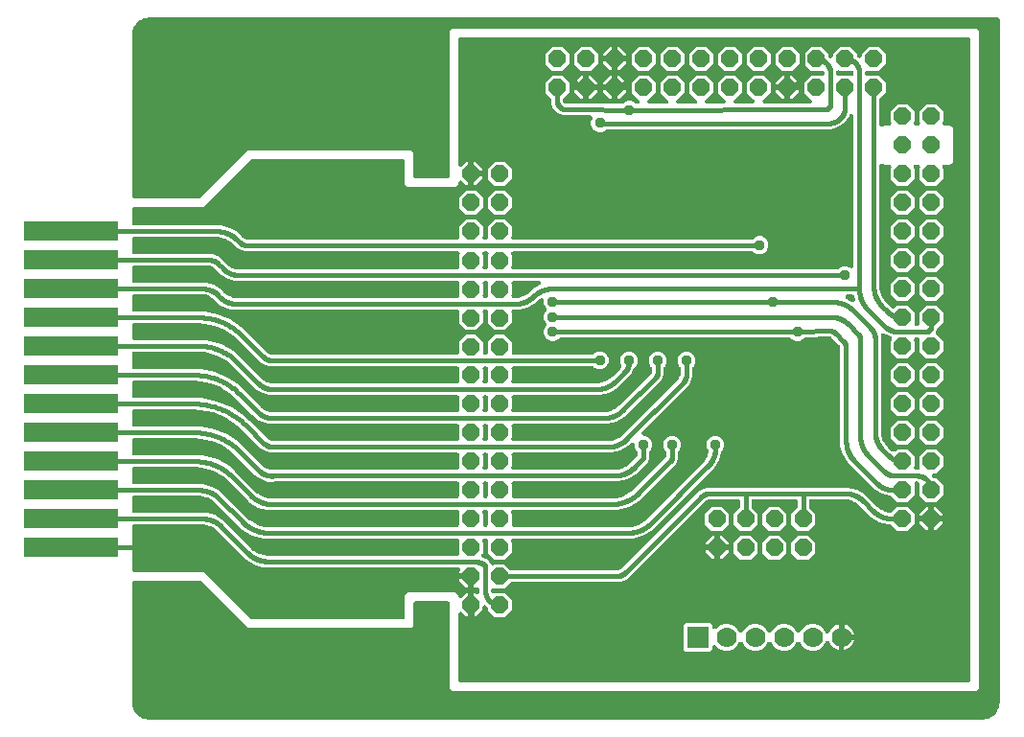
<source format=gbr>
G04 EAGLE Gerber RS-274X export*
G75*
%MOMM*%
%FSLAX34Y34*%
%LPD*%
%INTop Copper*%
%IPPOS*%
%AMOC8*
5,1,8,0,0,1.08239X$1,22.5*%
G01*
%ADD10P,1.649562X8X202.500000*%
%ADD11R,8.255000X1.778000*%
%ADD12P,1.649562X8X112.500000*%
%ADD13P,1.649562X8X292.500000*%
%ADD14P,1.649562X8X22.500000*%
%ADD15R,1.930400X1.930400*%
%ADD16C,1.778000*%
%ADD17C,0.406400*%
%ADD18C,0.955600*%

G36*
X845076Y-17697D02*
X845076Y-17697D01*
X845094Y-17699D01*
X845276Y-17678D01*
X845459Y-17659D01*
X845476Y-17654D01*
X845493Y-17652D01*
X845668Y-17595D01*
X845844Y-17541D01*
X845859Y-17533D01*
X845876Y-17527D01*
X846036Y-17437D01*
X846198Y-17349D01*
X846211Y-17338D01*
X846227Y-17329D01*
X846366Y-17209D01*
X846507Y-17092D01*
X846518Y-17078D01*
X846532Y-17066D01*
X846644Y-16921D01*
X846759Y-16778D01*
X846767Y-16762D01*
X846778Y-16748D01*
X846860Y-16583D01*
X846945Y-16421D01*
X846950Y-16404D01*
X846958Y-16388D01*
X847005Y-16209D01*
X847056Y-16034D01*
X847058Y-16016D01*
X847062Y-15999D01*
X847089Y-15668D01*
X847089Y550418D01*
X847087Y550436D01*
X847089Y550454D01*
X847068Y550636D01*
X847049Y550819D01*
X847044Y550836D01*
X847042Y550853D01*
X846985Y551028D01*
X846931Y551204D01*
X846923Y551219D01*
X846917Y551236D01*
X846827Y551396D01*
X846739Y551558D01*
X846728Y551571D01*
X846719Y551587D01*
X846599Y551726D01*
X846482Y551867D01*
X846468Y551878D01*
X846456Y551892D01*
X846311Y552004D01*
X846168Y552119D01*
X846152Y552127D01*
X846138Y552138D01*
X845973Y552220D01*
X845811Y552305D01*
X845794Y552310D01*
X845778Y552318D01*
X845599Y552365D01*
X845424Y552416D01*
X845406Y552418D01*
X845389Y552422D01*
X845058Y552449D01*
X397256Y552449D01*
X397238Y552447D01*
X397220Y552449D01*
X397038Y552428D01*
X396855Y552409D01*
X396838Y552404D01*
X396821Y552402D01*
X396646Y552345D01*
X396470Y552291D01*
X396455Y552283D01*
X396438Y552277D01*
X396278Y552187D01*
X396116Y552099D01*
X396103Y552088D01*
X396087Y552079D01*
X395948Y551959D01*
X395807Y551842D01*
X395796Y551828D01*
X395782Y551816D01*
X395670Y551671D01*
X395555Y551528D01*
X395547Y551512D01*
X395536Y551498D01*
X395454Y551333D01*
X395369Y551171D01*
X395364Y551154D01*
X395356Y551138D01*
X395308Y550959D01*
X395258Y550784D01*
X395256Y550766D01*
X395252Y550749D01*
X395225Y550418D01*
X395225Y439898D01*
X395226Y439889D01*
X395225Y439880D01*
X395246Y439688D01*
X395265Y439497D01*
X395267Y439489D01*
X395268Y439480D01*
X395326Y439298D01*
X395383Y439112D01*
X395387Y439105D01*
X395390Y439096D01*
X395483Y438927D01*
X395575Y438758D01*
X395580Y438752D01*
X395585Y438744D01*
X395709Y438597D01*
X395832Y438449D01*
X395839Y438444D01*
X395845Y438437D01*
X395996Y438318D01*
X396146Y438197D01*
X396154Y438193D01*
X396161Y438187D01*
X396334Y438099D01*
X396503Y438011D01*
X396512Y438009D01*
X396520Y438005D01*
X396706Y437953D01*
X396890Y437900D01*
X396899Y437899D01*
X396908Y437897D01*
X397101Y437883D01*
X397292Y437867D01*
X397300Y437868D01*
X397309Y437867D01*
X397502Y437892D01*
X397691Y437914D01*
X397700Y437917D01*
X397709Y437918D01*
X397892Y437979D01*
X398074Y438039D01*
X398082Y438043D01*
X398090Y438046D01*
X398257Y438142D01*
X398425Y438237D01*
X398432Y438243D01*
X398439Y438247D01*
X398692Y438462D01*
X402191Y441961D01*
X403861Y441961D01*
X403861Y432308D01*
X403862Y432290D01*
X403861Y432273D01*
X403882Y432090D01*
X403901Y431908D01*
X403906Y431891D01*
X403908Y431873D01*
X403933Y431795D01*
X403894Y431658D01*
X403892Y431640D01*
X403888Y431623D01*
X403861Y431292D01*
X403861Y421639D01*
X402191Y421639D01*
X398692Y425138D01*
X398685Y425144D01*
X398680Y425151D01*
X398530Y425271D01*
X398381Y425393D01*
X398373Y425398D01*
X398366Y425403D01*
X398196Y425492D01*
X398025Y425582D01*
X398016Y425585D01*
X398009Y425589D01*
X397824Y425642D01*
X397639Y425697D01*
X397630Y425698D01*
X397622Y425700D01*
X397430Y425716D01*
X397238Y425733D01*
X397229Y425732D01*
X397220Y425733D01*
X397031Y425711D01*
X396838Y425690D01*
X396829Y425687D01*
X396821Y425686D01*
X396639Y425627D01*
X396454Y425568D01*
X396446Y425564D01*
X396438Y425561D01*
X396269Y425466D01*
X396102Y425373D01*
X396095Y425368D01*
X396087Y425363D01*
X395941Y425237D01*
X395795Y425113D01*
X395789Y425106D01*
X395782Y425100D01*
X395665Y424949D01*
X395545Y424797D01*
X395541Y424789D01*
X395536Y424782D01*
X395450Y424610D01*
X395363Y424438D01*
X395360Y424430D01*
X395356Y424421D01*
X395306Y424236D01*
X395255Y424050D01*
X395254Y424041D01*
X395252Y424033D01*
X395225Y423702D01*
X395225Y422602D01*
X392992Y420369D01*
X350212Y420369D01*
X347979Y422602D01*
X347979Y442468D01*
X347977Y442486D01*
X347979Y442504D01*
X347958Y442686D01*
X347939Y442869D01*
X347934Y442886D01*
X347932Y442903D01*
X347875Y443078D01*
X347821Y443254D01*
X347813Y443269D01*
X347807Y443286D01*
X347717Y443446D01*
X347629Y443608D01*
X347618Y443621D01*
X347609Y443637D01*
X347489Y443776D01*
X347372Y443917D01*
X347358Y443928D01*
X347346Y443942D01*
X347201Y444054D01*
X347058Y444169D01*
X347042Y444177D01*
X347028Y444188D01*
X346863Y444270D01*
X346701Y444355D01*
X346684Y444360D01*
X346668Y444368D01*
X346489Y444415D01*
X346314Y444466D01*
X346296Y444468D01*
X346279Y444472D01*
X345948Y444499D01*
X213240Y444499D01*
X213213Y444497D01*
X213187Y444499D01*
X213013Y444477D01*
X212839Y444459D01*
X212814Y444452D01*
X212787Y444448D01*
X212621Y444393D01*
X212454Y444341D01*
X212431Y444328D01*
X212405Y444320D01*
X212254Y444233D01*
X212100Y444149D01*
X212080Y444132D01*
X212057Y444119D01*
X211804Y443904D01*
X170488Y402589D01*
X109220Y402589D01*
X109202Y402587D01*
X109184Y402589D01*
X109002Y402568D01*
X108819Y402549D01*
X108802Y402544D01*
X108785Y402542D01*
X108610Y402485D01*
X108434Y402431D01*
X108419Y402423D01*
X108402Y402417D01*
X108242Y402327D01*
X108080Y402239D01*
X108067Y402228D01*
X108051Y402219D01*
X107912Y402099D01*
X107771Y401982D01*
X107760Y401968D01*
X107747Y401956D01*
X107634Y401811D01*
X107519Y401668D01*
X107511Y401652D01*
X107500Y401638D01*
X107418Y401473D01*
X107333Y401311D01*
X107328Y401294D01*
X107320Y401278D01*
X107273Y401099D01*
X107222Y400924D01*
X107220Y400906D01*
X107216Y400889D01*
X107189Y400558D01*
X107189Y388112D01*
X107191Y388094D01*
X107189Y388076D01*
X107210Y387894D01*
X107229Y387711D01*
X107234Y387694D01*
X107236Y387677D01*
X107293Y387502D01*
X107347Y387326D01*
X107355Y387311D01*
X107361Y387294D01*
X107451Y387134D01*
X107539Y386972D01*
X107550Y386959D01*
X107559Y386943D01*
X107679Y386804D01*
X107796Y386663D01*
X107810Y386652D01*
X107822Y386638D01*
X107967Y386526D01*
X108110Y386411D01*
X108126Y386403D01*
X108140Y386392D01*
X108305Y386310D01*
X108467Y386225D01*
X108484Y386220D01*
X108501Y386212D01*
X108679Y386165D01*
X108854Y386114D01*
X108872Y386112D01*
X108889Y386108D01*
X109220Y386081D01*
X185770Y386081D01*
X193522Y384004D01*
X200473Y379991D01*
X204014Y376449D01*
X205015Y375449D01*
X205076Y375399D01*
X205162Y375315D01*
X205944Y374673D01*
X206054Y374600D01*
X206160Y374519D01*
X206231Y374482D01*
X206279Y374450D01*
X206351Y374421D01*
X206455Y374367D01*
X208314Y373597D01*
X208442Y373558D01*
X208566Y373511D01*
X208644Y373497D01*
X208700Y373480D01*
X208777Y373473D01*
X208893Y373452D01*
X209899Y373353D01*
X209977Y373353D01*
X210098Y373343D01*
X394065Y373343D01*
X394074Y373344D01*
X394083Y373343D01*
X394274Y373364D01*
X394466Y373383D01*
X394474Y373386D01*
X394483Y373387D01*
X394666Y373444D01*
X394851Y373501D01*
X394859Y373505D01*
X394867Y373508D01*
X395036Y373601D01*
X395205Y373693D01*
X395212Y373699D01*
X395220Y373703D01*
X395368Y373829D01*
X395514Y373951D01*
X395520Y373958D01*
X395526Y373963D01*
X395646Y374115D01*
X395766Y374264D01*
X395771Y374272D01*
X395776Y374279D01*
X395863Y374450D01*
X395952Y374622D01*
X395954Y374630D01*
X395958Y374638D01*
X396010Y374824D01*
X396063Y375009D01*
X396064Y375018D01*
X396066Y375026D01*
X396080Y375218D01*
X396096Y375410D01*
X396095Y375419D01*
X396096Y375428D01*
X396072Y375620D01*
X396049Y375810D01*
X396046Y375818D01*
X396045Y375827D01*
X395984Y376009D01*
X395924Y376193D01*
X395920Y376200D01*
X395917Y376209D01*
X395822Y376375D01*
X395731Y376535D01*
X395731Y385419D01*
X401981Y391669D01*
X410819Y391669D01*
X417069Y385419D01*
X417069Y376530D01*
X417043Y376499D01*
X417039Y376491D01*
X417034Y376484D01*
X416945Y376314D01*
X416855Y376144D01*
X416852Y376135D01*
X416848Y376127D01*
X416795Y375941D01*
X416740Y375758D01*
X416739Y375749D01*
X416737Y375740D01*
X416721Y375548D01*
X416704Y375357D01*
X416705Y375348D01*
X416704Y375339D01*
X416726Y375149D01*
X416747Y374956D01*
X416750Y374948D01*
X416751Y374939D01*
X416810Y374757D01*
X416868Y374573D01*
X416873Y374565D01*
X416876Y374556D01*
X416970Y374389D01*
X417063Y374220D01*
X417069Y374213D01*
X417074Y374206D01*
X417199Y374060D01*
X417324Y373913D01*
X417331Y373908D01*
X417337Y373901D01*
X417489Y373783D01*
X417640Y373664D01*
X417648Y373660D01*
X417655Y373654D01*
X417827Y373568D01*
X417999Y373481D01*
X418007Y373479D01*
X418015Y373475D01*
X418202Y373424D01*
X418386Y373373D01*
X418395Y373373D01*
X418404Y373370D01*
X418735Y373343D01*
X419465Y373343D01*
X419474Y373344D01*
X419483Y373343D01*
X419674Y373364D01*
X419866Y373383D01*
X419874Y373386D01*
X419883Y373387D01*
X420066Y373444D01*
X420251Y373501D01*
X420259Y373505D01*
X420267Y373508D01*
X420436Y373601D01*
X420605Y373693D01*
X420612Y373699D01*
X420620Y373703D01*
X420768Y373829D01*
X420914Y373951D01*
X420920Y373958D01*
X420926Y373963D01*
X421046Y374115D01*
X421166Y374264D01*
X421171Y374272D01*
X421176Y374279D01*
X421263Y374450D01*
X421352Y374622D01*
X421354Y374630D01*
X421358Y374638D01*
X421410Y374824D01*
X421463Y375009D01*
X421464Y375018D01*
X421466Y375026D01*
X421480Y375218D01*
X421496Y375410D01*
X421495Y375419D01*
X421496Y375428D01*
X421472Y375620D01*
X421449Y375810D01*
X421446Y375818D01*
X421445Y375827D01*
X421384Y376009D01*
X421324Y376193D01*
X421320Y376200D01*
X421317Y376209D01*
X421222Y376375D01*
X421131Y376535D01*
X421131Y385419D01*
X427381Y391669D01*
X436219Y391669D01*
X442469Y385419D01*
X442469Y376530D01*
X442443Y376499D01*
X442439Y376491D01*
X442434Y376484D01*
X442345Y376314D01*
X442255Y376144D01*
X442252Y376135D01*
X442248Y376127D01*
X442195Y375941D01*
X442140Y375758D01*
X442139Y375749D01*
X442137Y375740D01*
X442121Y375548D01*
X442104Y375357D01*
X442105Y375348D01*
X442104Y375339D01*
X442126Y375149D01*
X442147Y374956D01*
X442150Y374948D01*
X442151Y374939D01*
X442210Y374757D01*
X442268Y374573D01*
X442273Y374565D01*
X442276Y374556D01*
X442370Y374389D01*
X442463Y374220D01*
X442469Y374213D01*
X442474Y374206D01*
X442599Y374060D01*
X442724Y373913D01*
X442731Y373908D01*
X442737Y373901D01*
X442889Y373783D01*
X443040Y373664D01*
X443048Y373660D01*
X443055Y373654D01*
X443227Y373568D01*
X443399Y373481D01*
X443407Y373479D01*
X443415Y373475D01*
X443602Y373424D01*
X443786Y373373D01*
X443795Y373373D01*
X443804Y373370D01*
X444135Y373343D01*
X653533Y373343D01*
X653560Y373346D01*
X653586Y373344D01*
X653760Y373366D01*
X653934Y373383D01*
X653959Y373391D01*
X653986Y373394D01*
X654151Y373450D01*
X654319Y373501D01*
X654342Y373514D01*
X654367Y373522D01*
X654519Y373610D01*
X654673Y373693D01*
X654693Y373710D01*
X654716Y373723D01*
X654969Y373938D01*
X656475Y375443D01*
X658855Y376429D01*
X659351Y376635D01*
X662465Y376635D01*
X665341Y375443D01*
X667543Y373241D01*
X668735Y370365D01*
X668735Y367251D01*
X667543Y364375D01*
X665341Y362173D01*
X662465Y360981D01*
X659351Y360981D01*
X656475Y362173D01*
X656061Y362587D01*
X656040Y362604D01*
X656022Y362624D01*
X655884Y362731D01*
X655749Y362842D01*
X655725Y362854D01*
X655704Y362871D01*
X655547Y362949D01*
X655393Y363030D01*
X655368Y363038D01*
X655344Y363050D01*
X655174Y363096D01*
X655007Y363145D01*
X654981Y363148D01*
X654955Y363155D01*
X654624Y363182D01*
X443702Y363182D01*
X443693Y363181D01*
X443684Y363182D01*
X443492Y363161D01*
X443301Y363142D01*
X443293Y363139D01*
X443284Y363138D01*
X443101Y363080D01*
X442917Y363024D01*
X442909Y363019D01*
X442900Y363017D01*
X442731Y362923D01*
X442562Y362832D01*
X442556Y362826D01*
X442548Y362822D01*
X442400Y362696D01*
X442253Y362574D01*
X442248Y362567D01*
X442241Y362561D01*
X442121Y362409D01*
X442001Y362260D01*
X441997Y362252D01*
X441991Y362245D01*
X441903Y362073D01*
X441815Y361903D01*
X441813Y361894D01*
X441809Y361886D01*
X441757Y361701D01*
X441704Y361516D01*
X441703Y361507D01*
X441701Y361499D01*
X441687Y361306D01*
X441671Y361115D01*
X441672Y361106D01*
X441671Y361097D01*
X441696Y360906D01*
X441718Y360715D01*
X441721Y360706D01*
X441722Y360698D01*
X441783Y360515D01*
X441843Y360332D01*
X441847Y360324D01*
X441850Y360316D01*
X441946Y360149D01*
X442041Y359982D01*
X442047Y359975D01*
X442051Y359967D01*
X442266Y359714D01*
X442469Y359511D01*
X442469Y350629D01*
X442411Y350558D01*
X442406Y350550D01*
X442401Y350543D01*
X442312Y350373D01*
X442222Y350203D01*
X442219Y350194D01*
X442215Y350186D01*
X442162Y350001D01*
X442107Y349817D01*
X442106Y349808D01*
X442104Y349799D01*
X442088Y349607D01*
X442071Y349416D01*
X442072Y349407D01*
X442071Y349398D01*
X442093Y349208D01*
X442114Y349016D01*
X442117Y349007D01*
X442118Y348998D01*
X442177Y348816D01*
X442236Y348632D01*
X442240Y348624D01*
X442243Y348615D01*
X442337Y348448D01*
X442430Y348279D01*
X442436Y348273D01*
X442441Y348265D01*
X442567Y348118D01*
X442691Y347972D01*
X442698Y347967D01*
X442704Y347960D01*
X442856Y347842D01*
X443007Y347723D01*
X443015Y347719D01*
X443022Y347713D01*
X443194Y347628D01*
X443366Y347540D01*
X443374Y347538D01*
X443382Y347534D01*
X443570Y347484D01*
X443754Y347432D01*
X443762Y347432D01*
X443771Y347429D01*
X444102Y347402D01*
X729708Y347402D01*
X729734Y347405D01*
X729761Y347403D01*
X729935Y347425D01*
X730109Y347442D01*
X730134Y347450D01*
X730161Y347453D01*
X730326Y347509D01*
X730493Y347560D01*
X730517Y347573D01*
X730542Y347582D01*
X730694Y347669D01*
X730847Y347752D01*
X730868Y347769D01*
X730891Y347783D01*
X731144Y347997D01*
X732104Y348957D01*
X734980Y350148D01*
X738094Y350148D01*
X741060Y348920D01*
X741083Y348901D01*
X741091Y348896D01*
X741098Y348891D01*
X741268Y348803D01*
X741439Y348712D01*
X741447Y348709D01*
X741455Y348705D01*
X741639Y348652D01*
X741824Y348597D01*
X741834Y348596D01*
X741842Y348594D01*
X742033Y348578D01*
X742225Y348561D01*
X742235Y348562D01*
X742244Y348561D01*
X742433Y348583D01*
X742626Y348604D01*
X742634Y348607D01*
X742643Y348608D01*
X742826Y348668D01*
X743010Y348726D01*
X743018Y348730D01*
X743026Y348733D01*
X743194Y348827D01*
X743362Y348920D01*
X743369Y348926D01*
X743377Y348931D01*
X743522Y349056D01*
X743669Y349181D01*
X743675Y349188D01*
X743682Y349194D01*
X743798Y349343D01*
X743919Y349497D01*
X743923Y349505D01*
X743928Y349512D01*
X744013Y349683D01*
X744101Y349856D01*
X744104Y349864D01*
X744108Y349872D01*
X744158Y350058D01*
X744209Y350243D01*
X744210Y350252D01*
X744212Y350261D01*
X744239Y350592D01*
X744239Y482609D01*
X744231Y482692D01*
X744232Y482777D01*
X744211Y482892D01*
X744199Y483009D01*
X744175Y483090D01*
X744159Y483173D01*
X744116Y483282D01*
X744081Y483394D01*
X744041Y483468D01*
X744010Y483547D01*
X743945Y483645D01*
X743889Y483748D01*
X743835Y483813D01*
X743789Y483883D01*
X743707Y483967D01*
X743632Y484057D01*
X743566Y484110D01*
X743507Y484170D01*
X743409Y484236D01*
X743318Y484310D01*
X743243Y484349D01*
X743173Y484396D01*
X743065Y484441D01*
X742961Y484495D01*
X742880Y484519D01*
X742802Y484551D01*
X742687Y484574D01*
X742574Y484607D01*
X742490Y484614D01*
X742407Y484630D01*
X742290Y484630D01*
X742172Y484639D01*
X742089Y484630D01*
X742004Y484630D01*
X741889Y484606D01*
X741773Y484593D01*
X741692Y484566D01*
X741610Y484550D01*
X741501Y484504D01*
X741390Y484468D01*
X741316Y484426D01*
X741239Y484394D01*
X741141Y484328D01*
X741039Y484270D01*
X740975Y484215D01*
X740906Y484167D01*
X740823Y484083D01*
X740735Y484007D01*
X740683Y483940D01*
X740624Y483880D01*
X740560Y483781D01*
X740488Y483689D01*
X740450Y483613D01*
X740404Y483542D01*
X740347Y483405D01*
X740308Y483328D01*
X740297Y483287D01*
X740276Y483236D01*
X739936Y482190D01*
X736135Y476959D01*
X730904Y473158D01*
X724753Y471159D01*
X526621Y471159D01*
X526595Y471157D01*
X526568Y471159D01*
X526394Y471137D01*
X526221Y471119D01*
X526195Y471112D01*
X526169Y471108D01*
X526003Y471053D01*
X525836Y471001D01*
X525812Y470988D01*
X525787Y470980D01*
X525635Y470893D01*
X525482Y470809D01*
X525461Y470792D01*
X525438Y470779D01*
X525185Y470564D01*
X524625Y470005D01*
X523529Y469551D01*
X521749Y468813D01*
X518635Y468813D01*
X515759Y470005D01*
X513557Y472207D01*
X512365Y475083D01*
X512365Y478197D01*
X513401Y480697D01*
X513403Y480703D01*
X513405Y480708D01*
X513460Y480892D01*
X513517Y481082D01*
X513518Y481088D01*
X513520Y481094D01*
X513537Y481287D01*
X513555Y481483D01*
X513555Y481489D01*
X513555Y481495D01*
X513534Y481687D01*
X513514Y481883D01*
X513512Y481889D01*
X513511Y481895D01*
X513452Y482082D01*
X513394Y482268D01*
X513391Y482273D01*
X513389Y482279D01*
X513294Y482450D01*
X513201Y482621D01*
X513197Y482626D01*
X513194Y482631D01*
X513070Y482777D01*
X512941Y482929D01*
X512937Y482933D01*
X512933Y482938D01*
X512780Y483058D01*
X512627Y483180D01*
X512621Y483183D01*
X512616Y483187D01*
X512443Y483274D01*
X512269Y483364D01*
X512263Y483366D01*
X512257Y483368D01*
X512069Y483420D01*
X511881Y483474D01*
X511875Y483474D01*
X511869Y483476D01*
X511539Y483505D01*
X503921Y483559D01*
X503751Y483543D01*
X503579Y483533D01*
X503550Y483525D01*
X503520Y483522D01*
X503426Y483494D01*
X487585Y483494D01*
X482967Y485407D01*
X479432Y488942D01*
X477519Y493560D01*
X477519Y497152D01*
X477517Y497178D01*
X477519Y497205D01*
X477497Y497379D01*
X477479Y497552D01*
X477472Y497578D01*
X477468Y497604D01*
X477413Y497770D01*
X477361Y497937D01*
X477348Y497961D01*
X477340Y497986D01*
X477253Y498138D01*
X477169Y498291D01*
X477152Y498312D01*
X477139Y498335D01*
X476924Y498588D01*
X471931Y503581D01*
X471931Y512419D01*
X478181Y518669D01*
X487019Y518669D01*
X493269Y512419D01*
X493269Y503581D01*
X488276Y498588D01*
X488259Y498567D01*
X488238Y498550D01*
X488131Y498412D01*
X488021Y498276D01*
X488008Y498253D01*
X487992Y498232D01*
X487914Y498075D01*
X487832Y497921D01*
X487824Y497895D01*
X487812Y497871D01*
X487767Y497702D01*
X487717Y497535D01*
X487715Y497508D01*
X487708Y497482D01*
X487681Y497152D01*
X487681Y496059D01*
X487689Y495981D01*
X487689Y495932D01*
X487689Y495924D01*
X487690Y495919D01*
X487691Y495860D01*
X487698Y495787D01*
X487718Y495687D01*
X487721Y495658D01*
X487726Y495642D01*
X487741Y495525D01*
X487765Y495449D01*
X487777Y495392D01*
X487807Y495321D01*
X487843Y495209D01*
X487898Y495075D01*
X487913Y495047D01*
X487923Y495018D01*
X488008Y494870D01*
X488088Y494720D01*
X488108Y494696D01*
X488124Y494669D01*
X488338Y494416D01*
X488441Y494313D01*
X488465Y494293D01*
X488486Y494270D01*
X488621Y494166D01*
X488753Y494058D01*
X488780Y494044D01*
X488805Y494025D01*
X489100Y493873D01*
X489234Y493817D01*
X489362Y493779D01*
X489486Y493732D01*
X489564Y493718D01*
X489620Y493701D01*
X489697Y493694D01*
X489747Y493684D01*
X489754Y493683D01*
X489759Y493682D01*
X489812Y493673D01*
X489885Y493665D01*
X489964Y493665D01*
X490084Y493656D01*
X500340Y493656D01*
X500371Y493659D01*
X500402Y493657D01*
X500571Y493679D01*
X500741Y493695D01*
X500771Y493705D01*
X500802Y493709D01*
X500906Y493742D01*
X501958Y493735D01*
X501964Y493735D01*
X501972Y493735D01*
X503259Y493735D01*
X503370Y493725D01*
X539478Y493469D01*
X539512Y493472D01*
X539546Y493470D01*
X539713Y493491D01*
X539879Y493506D01*
X539911Y493516D01*
X539945Y493520D01*
X540104Y493574D01*
X540265Y493622D01*
X540294Y493638D01*
X540327Y493649D01*
X540472Y493732D01*
X540620Y493811D01*
X540646Y493833D01*
X540676Y493849D01*
X540929Y494064D01*
X541840Y494976D01*
X544717Y496167D01*
X547830Y496167D01*
X550707Y494976D01*
X551653Y494029D01*
X551676Y494011D01*
X551694Y493989D01*
X551831Y493883D01*
X551965Y493774D01*
X551990Y493761D01*
X552013Y493743D01*
X552168Y493666D01*
X552320Y493585D01*
X552348Y493577D01*
X552374Y493564D01*
X552541Y493520D01*
X552706Y493471D01*
X552735Y493468D01*
X552763Y493461D01*
X553094Y493434D01*
X553378Y493435D01*
X553384Y493435D01*
X553391Y493435D01*
X553586Y493456D01*
X553778Y493475D01*
X553785Y493477D01*
X553792Y493478D01*
X553977Y493537D01*
X554163Y493594D01*
X554169Y493598D01*
X554176Y493600D01*
X554345Y493694D01*
X554516Y493787D01*
X554522Y493791D01*
X554528Y493795D01*
X554676Y493921D01*
X554825Y494045D01*
X554830Y494051D01*
X554835Y494055D01*
X554954Y494206D01*
X555077Y494359D01*
X555080Y494366D01*
X555084Y494371D01*
X555172Y494544D01*
X555262Y494717D01*
X555264Y494724D01*
X555267Y494730D01*
X555319Y494918D01*
X555372Y495104D01*
X555373Y495111D01*
X555375Y495118D01*
X555389Y495312D01*
X555404Y495506D01*
X555404Y495512D01*
X555404Y495519D01*
X555380Y495714D01*
X555357Y495905D01*
X555355Y495912D01*
X555354Y495919D01*
X555293Y496100D01*
X555231Y496288D01*
X555228Y496294D01*
X555226Y496300D01*
X555129Y496469D01*
X555033Y496638D01*
X555028Y496643D01*
X555025Y496649D01*
X554810Y496902D01*
X548131Y503581D01*
X548131Y512419D01*
X554381Y518669D01*
X563219Y518669D01*
X569469Y512419D01*
X569469Y503581D01*
X562811Y496923D01*
X562804Y496915D01*
X562796Y496908D01*
X562677Y496759D01*
X562556Y496612D01*
X562551Y496602D01*
X562544Y496594D01*
X562456Y496424D01*
X562367Y496256D01*
X562364Y496246D01*
X562359Y496236D01*
X562307Y496052D01*
X562252Y495870D01*
X562251Y495859D01*
X562249Y495849D01*
X562233Y495659D01*
X562216Y495469D01*
X562217Y495458D01*
X562216Y495447D01*
X562239Y495259D01*
X562259Y495069D01*
X562263Y495058D01*
X562264Y495048D01*
X562323Y494868D01*
X562381Y494685D01*
X562386Y494675D01*
X562390Y494665D01*
X562483Y494500D01*
X562576Y494333D01*
X562583Y494324D01*
X562588Y494315D01*
X562713Y494171D01*
X562836Y494026D01*
X562845Y494019D01*
X562852Y494011D01*
X563003Y493894D01*
X563152Y493776D01*
X563162Y493771D01*
X563171Y493764D01*
X563342Y493680D01*
X563511Y493594D01*
X563522Y493591D01*
X563531Y493586D01*
X563715Y493537D01*
X563899Y493486D01*
X563910Y493485D01*
X563920Y493482D01*
X564251Y493456D01*
X578729Y493483D01*
X578736Y493484D01*
X578743Y493483D01*
X578939Y493505D01*
X579129Y493524D01*
X579136Y493526D01*
X579143Y493527D01*
X579330Y493586D01*
X579514Y493643D01*
X579520Y493646D01*
X579527Y493648D01*
X579698Y493743D01*
X579868Y493835D01*
X579873Y493840D01*
X579879Y493843D01*
X580027Y493969D01*
X580176Y494094D01*
X580181Y494099D01*
X580186Y494104D01*
X580306Y494255D01*
X580428Y494408D01*
X580431Y494414D01*
X580436Y494420D01*
X580524Y494593D01*
X580613Y494766D01*
X580615Y494772D01*
X580618Y494779D01*
X580670Y494966D01*
X580724Y495153D01*
X580724Y495160D01*
X580726Y495166D01*
X580740Y495361D01*
X580756Y495554D01*
X580755Y495561D01*
X580755Y495568D01*
X580731Y495763D01*
X580708Y495954D01*
X580706Y495960D01*
X580705Y495967D01*
X580644Y496151D01*
X580583Y496336D01*
X580579Y496342D01*
X580577Y496349D01*
X580480Y496517D01*
X580384Y496687D01*
X580379Y496692D01*
X580376Y496698D01*
X580161Y496951D01*
X573531Y503581D01*
X573531Y512419D01*
X579781Y518669D01*
X588619Y518669D01*
X594869Y512419D01*
X594869Y503581D01*
X588260Y496972D01*
X588253Y496964D01*
X588245Y496957D01*
X588125Y496808D01*
X588005Y496661D01*
X588000Y496651D01*
X587993Y496642D01*
X587905Y496473D01*
X587816Y496305D01*
X587813Y496294D01*
X587808Y496285D01*
X587755Y496100D01*
X587701Y495919D01*
X587700Y495908D01*
X587697Y495898D01*
X587682Y495708D01*
X587665Y495518D01*
X587666Y495507D01*
X587665Y495496D01*
X587688Y495308D01*
X587708Y495118D01*
X587712Y495107D01*
X587713Y495096D01*
X587772Y494917D01*
X587830Y494734D01*
X587835Y494724D01*
X587839Y494714D01*
X587933Y494547D01*
X588025Y494381D01*
X588032Y494373D01*
X588037Y494364D01*
X588162Y494219D01*
X588285Y494074D01*
X588294Y494068D01*
X588301Y494060D01*
X588451Y493943D01*
X588601Y493825D01*
X588611Y493820D01*
X588619Y493813D01*
X588791Y493729D01*
X588960Y493643D01*
X588971Y493640D01*
X588980Y493635D01*
X589164Y493586D01*
X589348Y493535D01*
X589359Y493534D01*
X589369Y493531D01*
X589700Y493504D01*
X604080Y493532D01*
X604087Y493533D01*
X604094Y493532D01*
X604290Y493553D01*
X604481Y493573D01*
X604487Y493575D01*
X604494Y493576D01*
X604682Y493635D01*
X604865Y493692D01*
X604871Y493695D01*
X604878Y493697D01*
X605049Y493792D01*
X605219Y493884D01*
X605224Y493888D01*
X605230Y493892D01*
X605378Y494017D01*
X605528Y494142D01*
X605532Y494148D01*
X605537Y494152D01*
X605658Y494305D01*
X605780Y494457D01*
X605783Y494463D01*
X605787Y494468D01*
X605874Y494639D01*
X605964Y494814D01*
X605966Y494821D01*
X605969Y494827D01*
X606022Y495014D01*
X606075Y495201D01*
X606076Y495208D01*
X606077Y495215D01*
X606091Y495407D01*
X606107Y495603D01*
X606106Y495610D01*
X606107Y495617D01*
X606082Y495811D01*
X606059Y496003D01*
X606057Y496009D01*
X606056Y496016D01*
X605995Y496200D01*
X605934Y496385D01*
X605930Y496391D01*
X605928Y496398D01*
X605830Y496568D01*
X605735Y496735D01*
X605731Y496741D01*
X605727Y496747D01*
X605513Y497000D01*
X598931Y503581D01*
X598931Y512419D01*
X605181Y518669D01*
X614019Y518669D01*
X620269Y512419D01*
X620269Y503581D01*
X613709Y497021D01*
X613702Y497012D01*
X613693Y497005D01*
X613574Y496857D01*
X613454Y496709D01*
X613449Y496700D01*
X613442Y496691D01*
X613354Y496522D01*
X613265Y496354D01*
X613262Y496343D01*
X613257Y496334D01*
X613204Y496150D01*
X613150Y495968D01*
X613149Y495957D01*
X613146Y495946D01*
X613131Y495757D01*
X613114Y495567D01*
X613115Y495556D01*
X613114Y495545D01*
X613137Y495357D01*
X613157Y495167D01*
X613161Y495156D01*
X613162Y495145D01*
X613221Y494966D01*
X613279Y494783D01*
X613284Y494773D01*
X613287Y494763D01*
X613381Y494597D01*
X613474Y494430D01*
X613481Y494422D01*
X613486Y494413D01*
X613611Y494269D01*
X613734Y494123D01*
X613743Y494117D01*
X613750Y494108D01*
X613900Y493992D01*
X614050Y493874D01*
X614060Y493869D01*
X614068Y493862D01*
X614240Y493777D01*
X614409Y493691D01*
X614419Y493688D01*
X614429Y493684D01*
X614613Y493635D01*
X614797Y493583D01*
X614808Y493583D01*
X614818Y493580D01*
X615149Y493553D01*
X629431Y493581D01*
X629438Y493581D01*
X629445Y493581D01*
X629642Y493602D01*
X629832Y493621D01*
X629839Y493623D01*
X629846Y493624D01*
X630033Y493684D01*
X630217Y493740D01*
X630223Y493744D01*
X630229Y493746D01*
X630401Y493840D01*
X630570Y493933D01*
X630576Y493937D01*
X630582Y493941D01*
X630730Y494066D01*
X630879Y494191D01*
X630884Y494197D01*
X630889Y494201D01*
X631009Y494353D01*
X631131Y494505D01*
X631134Y494511D01*
X631138Y494517D01*
X631227Y494691D01*
X631316Y494863D01*
X631318Y494870D01*
X631321Y494876D01*
X631373Y495062D01*
X631426Y495250D01*
X631427Y495257D01*
X631429Y495264D01*
X631443Y495457D01*
X631458Y495651D01*
X631458Y495658D01*
X631458Y495665D01*
X631434Y495860D01*
X631411Y496051D01*
X631409Y496058D01*
X631408Y496065D01*
X631345Y496251D01*
X631285Y496434D01*
X631282Y496440D01*
X631280Y496446D01*
X631182Y496616D01*
X631087Y496784D01*
X631082Y496789D01*
X631079Y496795D01*
X630864Y497048D01*
X624331Y503581D01*
X624331Y512419D01*
X630581Y518669D01*
X639419Y518669D01*
X645669Y512419D01*
X645669Y503581D01*
X639158Y497070D01*
X639151Y497061D01*
X639142Y497054D01*
X639023Y496906D01*
X638902Y496758D01*
X638897Y496749D01*
X638891Y496740D01*
X638803Y496571D01*
X638714Y496403D01*
X638711Y496392D01*
X638706Y496382D01*
X638653Y496199D01*
X638599Y496017D01*
X638598Y496006D01*
X638595Y495995D01*
X638580Y495806D01*
X638563Y495616D01*
X638564Y495605D01*
X638563Y495594D01*
X638585Y495406D01*
X638606Y495215D01*
X638609Y495205D01*
X638611Y495194D01*
X638670Y495015D01*
X638728Y494832D01*
X638733Y494822D01*
X638736Y494812D01*
X638830Y494646D01*
X638922Y494479D01*
X638929Y494471D01*
X638935Y494461D01*
X639060Y494318D01*
X639183Y494172D01*
X639191Y494165D01*
X639199Y494157D01*
X639349Y494041D01*
X639499Y493923D01*
X639508Y493918D01*
X639517Y493911D01*
X639688Y493826D01*
X639858Y493740D01*
X639868Y493737D01*
X639878Y493732D01*
X640062Y493683D01*
X640246Y493632D01*
X640257Y493631D01*
X640267Y493629D01*
X640598Y493602D01*
X654783Y493629D01*
X654790Y493630D01*
X654797Y493629D01*
X654993Y493651D01*
X655183Y493670D01*
X655190Y493672D01*
X655197Y493673D01*
X655384Y493732D01*
X655568Y493789D01*
X655574Y493792D01*
X655581Y493794D01*
X655752Y493889D01*
X655922Y493981D01*
X655927Y493986D01*
X655933Y493989D01*
X656081Y494115D01*
X656230Y494240D01*
X656235Y494245D01*
X656240Y494250D01*
X656360Y494402D01*
X656482Y494554D01*
X656485Y494560D01*
X656490Y494566D01*
X656578Y494739D01*
X656667Y494912D01*
X656669Y494918D01*
X656672Y494925D01*
X656724Y495112D01*
X656778Y495299D01*
X656778Y495306D01*
X656780Y495312D01*
X656794Y495507D01*
X656810Y495700D01*
X656809Y495707D01*
X656809Y495714D01*
X656785Y495909D01*
X656762Y496100D01*
X656760Y496106D01*
X656759Y496113D01*
X656697Y496299D01*
X656636Y496482D01*
X656633Y496488D01*
X656631Y496495D01*
X656533Y496665D01*
X656438Y496833D01*
X656433Y496838D01*
X656430Y496844D01*
X656215Y497097D01*
X649731Y503581D01*
X649731Y512419D01*
X655981Y518669D01*
X664819Y518669D01*
X671069Y512419D01*
X671069Y503581D01*
X664606Y497119D01*
X664600Y497110D01*
X664591Y497103D01*
X664472Y496955D01*
X664351Y496807D01*
X664346Y496797D01*
X664339Y496789D01*
X664252Y496619D01*
X664163Y496451D01*
X664160Y496441D01*
X664155Y496431D01*
X664102Y496247D01*
X664048Y496065D01*
X664047Y496055D01*
X664044Y496044D01*
X664029Y495855D01*
X664012Y495665D01*
X664013Y495654D01*
X664012Y495643D01*
X664034Y495455D01*
X664055Y495264D01*
X664058Y495254D01*
X664060Y495243D01*
X664119Y495062D01*
X664176Y494880D01*
X664182Y494871D01*
X664185Y494861D01*
X664279Y494695D01*
X664371Y494528D01*
X664378Y494520D01*
X664384Y494510D01*
X664508Y494366D01*
X664632Y494221D01*
X664640Y494214D01*
X664647Y494206D01*
X664798Y494090D01*
X664948Y493971D01*
X664957Y493967D01*
X664966Y493960D01*
X665137Y493875D01*
X665307Y493789D01*
X665317Y493786D01*
X665327Y493781D01*
X665511Y493732D01*
X665695Y493681D01*
X665705Y493680D01*
X665716Y493678D01*
X666047Y493651D01*
X705485Y493727D01*
X705492Y493727D01*
X705499Y493727D01*
X705696Y493748D01*
X705886Y493767D01*
X705893Y493769D01*
X705900Y493770D01*
X706087Y493830D01*
X706271Y493886D01*
X706277Y493890D01*
X706283Y493892D01*
X706455Y493986D01*
X706624Y494079D01*
X706630Y494083D01*
X706636Y494087D01*
X706784Y494212D01*
X706933Y494337D01*
X706938Y494343D01*
X706943Y494347D01*
X707063Y494499D01*
X707185Y494651D01*
X707188Y494657D01*
X707192Y494663D01*
X707280Y494836D01*
X707370Y495009D01*
X707372Y495016D01*
X707375Y495022D01*
X707427Y495209D01*
X707480Y495396D01*
X707481Y495403D01*
X707483Y495410D01*
X707497Y495605D01*
X707512Y495797D01*
X707512Y495804D01*
X707512Y495811D01*
X707488Y496006D01*
X707465Y496197D01*
X707463Y496204D01*
X707462Y496211D01*
X707399Y496397D01*
X707339Y496580D01*
X707336Y496586D01*
X707333Y496592D01*
X707236Y496761D01*
X707141Y496930D01*
X707136Y496935D01*
X707133Y496941D01*
X706918Y497194D01*
X700531Y503581D01*
X700531Y512419D01*
X706781Y518669D01*
X715810Y518669D01*
X715880Y518632D01*
X715888Y518629D01*
X715896Y518625D01*
X716081Y518572D01*
X716265Y518517D01*
X716274Y518516D01*
X716283Y518514D01*
X716474Y518498D01*
X716666Y518480D01*
X716675Y518481D01*
X716684Y518481D01*
X716874Y518503D01*
X717067Y518524D01*
X717075Y518527D01*
X717084Y518528D01*
X717266Y518587D01*
X717451Y518645D01*
X717458Y518650D01*
X717467Y518652D01*
X717635Y518747D01*
X717803Y518840D01*
X717810Y518846D01*
X717818Y518850D01*
X717964Y518977D01*
X718110Y519101D01*
X718115Y519108D01*
X718122Y519113D01*
X718240Y519266D01*
X718360Y519416D01*
X718364Y519425D01*
X718369Y519432D01*
X718455Y519604D01*
X718542Y519775D01*
X718544Y519784D01*
X718548Y519792D01*
X718598Y519978D01*
X718650Y520163D01*
X718651Y520172D01*
X718653Y520181D01*
X718680Y520512D01*
X718680Y520839D01*
X718675Y520893D01*
X718676Y520902D01*
X718672Y520935D01*
X718670Y521038D01*
X718666Y521083D01*
X718646Y521184D01*
X718640Y521240D01*
X718638Y521246D01*
X718632Y521302D01*
X718605Y521389D01*
X718587Y521478D01*
X718544Y521580D01*
X718511Y521686D01*
X718467Y521765D01*
X718432Y521849D01*
X718370Y521941D01*
X718316Y522038D01*
X718257Y522108D01*
X718206Y522183D01*
X718127Y522261D01*
X718055Y522345D01*
X717984Y522402D01*
X717920Y522465D01*
X717826Y522526D01*
X717739Y522595D01*
X717659Y522636D01*
X717583Y522686D01*
X717479Y522727D01*
X717380Y522777D01*
X717293Y522802D01*
X717209Y522835D01*
X717100Y522855D01*
X716992Y522885D01*
X716902Y522892D01*
X716813Y522908D01*
X716702Y522906D01*
X716591Y522915D01*
X716501Y522903D01*
X716410Y522902D01*
X716302Y522878D01*
X716191Y522864D01*
X716106Y522835D01*
X716017Y522816D01*
X715915Y522771D01*
X715810Y522736D01*
X715802Y522731D01*
X706781Y522731D01*
X700531Y528981D01*
X700531Y537819D01*
X706781Y544069D01*
X715619Y544069D01*
X721869Y537819D01*
X721869Y535961D01*
X721879Y535858D01*
X721879Y535755D01*
X721899Y535658D01*
X721909Y535560D01*
X721939Y535462D01*
X721960Y535360D01*
X722004Y535250D01*
X722027Y535175D01*
X722054Y535125D01*
X722083Y535052D01*
X722155Y534939D01*
X722219Y534821D01*
X722262Y534769D01*
X722298Y534712D01*
X722391Y534615D01*
X722476Y534512D01*
X722529Y534469D01*
X722576Y534420D01*
X722686Y534343D01*
X722790Y534260D01*
X722850Y534228D01*
X722906Y534189D01*
X723029Y534136D01*
X723147Y534074D01*
X723212Y534055D01*
X723275Y534028D01*
X723406Y534000D01*
X723534Y533963D01*
X723602Y533957D01*
X723668Y533943D01*
X723802Y533941D01*
X723936Y533930D01*
X724003Y533938D01*
X724071Y533937D01*
X724202Y533961D01*
X724335Y533977D01*
X724400Y533998D01*
X724466Y534010D01*
X724591Y534060D01*
X724718Y534102D01*
X724777Y534135D01*
X724840Y534160D01*
X724952Y534234D01*
X725069Y534299D01*
X725120Y534344D01*
X725177Y534381D01*
X725272Y534475D01*
X725374Y534563D01*
X725415Y534616D01*
X725463Y534664D01*
X725538Y534775D01*
X725620Y534881D01*
X725650Y534941D01*
X725688Y534998D01*
X725740Y535121D01*
X725800Y535241D01*
X725817Y535307D01*
X725843Y535369D01*
X725869Y535501D01*
X725904Y535630D01*
X725911Y535708D01*
X725922Y535764D01*
X725922Y535842D01*
X725931Y535961D01*
X725931Y537819D01*
X732181Y544069D01*
X741019Y544069D01*
X747269Y537819D01*
X747269Y536064D01*
X747279Y535961D01*
X747279Y535858D01*
X747299Y535761D01*
X747309Y535663D01*
X747339Y535565D01*
X747360Y535464D01*
X747404Y535353D01*
X747427Y535278D01*
X747447Y535241D01*
X747454Y535228D01*
X747483Y535156D01*
X747555Y535042D01*
X747619Y534924D01*
X747662Y534872D01*
X747698Y534815D01*
X747791Y534718D01*
X747876Y534615D01*
X747929Y534573D01*
X747976Y534524D01*
X748086Y534447D01*
X748190Y534363D01*
X748250Y534332D01*
X748306Y534293D01*
X748429Y534239D01*
X748547Y534177D01*
X748612Y534159D01*
X748675Y534131D01*
X748806Y534103D01*
X748934Y534066D01*
X749002Y534060D01*
X749068Y534046D01*
X749202Y534044D01*
X749336Y534033D01*
X749403Y534041D01*
X749471Y534040D01*
X749602Y534064D01*
X749735Y534080D01*
X749800Y534101D01*
X749866Y534113D01*
X749991Y534163D01*
X750118Y534205D01*
X750177Y534238D01*
X750240Y534263D01*
X750352Y534337D01*
X750469Y534403D01*
X750520Y534447D01*
X750577Y534484D01*
X750672Y534578D01*
X750774Y534666D01*
X750815Y534719D01*
X750863Y534767D01*
X750938Y534878D01*
X751020Y534984D01*
X751050Y535045D01*
X751088Y535101D01*
X751140Y535225D01*
X751200Y535344D01*
X751217Y535410D01*
X751243Y535472D01*
X751269Y535604D01*
X751304Y535733D01*
X751311Y535811D01*
X751322Y535867D01*
X751322Y535945D01*
X751331Y536064D01*
X751331Y537819D01*
X757581Y544069D01*
X766419Y544069D01*
X772669Y537819D01*
X772669Y528981D01*
X766419Y522731D01*
X757499Y522731D01*
X757373Y522796D01*
X757201Y522888D01*
X757193Y522890D01*
X757185Y522894D01*
X757000Y522948D01*
X756815Y523002D01*
X756806Y523003D01*
X756798Y523006D01*
X756606Y523021D01*
X756414Y523039D01*
X756405Y523038D01*
X756396Y523039D01*
X756206Y523016D01*
X756014Y522995D01*
X756006Y522993D01*
X755997Y522992D01*
X755813Y522932D01*
X755630Y522874D01*
X755622Y522870D01*
X755614Y522867D01*
X755446Y522772D01*
X755278Y522679D01*
X755271Y522673D01*
X755263Y522669D01*
X755118Y522543D01*
X754971Y522419D01*
X754965Y522412D01*
X754958Y522406D01*
X754841Y522254D01*
X754721Y522103D01*
X754717Y522095D01*
X754712Y522088D01*
X754625Y521914D01*
X754539Y521744D01*
X754536Y521735D01*
X754532Y521727D01*
X754482Y521540D01*
X754431Y521356D01*
X754430Y521347D01*
X754428Y521338D01*
X754401Y521008D01*
X754401Y520898D01*
X754401Y520891D01*
X754401Y520883D01*
X754405Y520381D01*
X754405Y520379D01*
X754405Y520378D01*
X754427Y520173D01*
X754448Y519980D01*
X754448Y519979D01*
X754448Y519978D01*
X754509Y519784D01*
X754569Y519596D01*
X754569Y519595D01*
X754570Y519594D01*
X754660Y519431D01*
X754763Y519244D01*
X754764Y519243D01*
X754764Y519242D01*
X754890Y519094D01*
X755023Y518937D01*
X755024Y518936D01*
X755025Y518935D01*
X755178Y518814D01*
X755339Y518687D01*
X755340Y518686D01*
X755341Y518685D01*
X755518Y518596D01*
X755698Y518504D01*
X755699Y518504D01*
X755700Y518503D01*
X755898Y518448D01*
X756085Y518395D01*
X756087Y518395D01*
X756088Y518395D01*
X756304Y518379D01*
X756487Y518366D01*
X756488Y518366D01*
X756489Y518366D01*
X756694Y518392D01*
X756886Y518416D01*
X756888Y518416D01*
X756889Y518416D01*
X757080Y518480D01*
X757268Y518543D01*
X757269Y518544D01*
X757270Y518544D01*
X757446Y518645D01*
X757486Y518669D01*
X766419Y518669D01*
X772669Y512419D01*
X772669Y503581D01*
X767692Y498605D01*
X767674Y498583D01*
X767653Y498564D01*
X767547Y498427D01*
X767437Y498293D01*
X767424Y498268D01*
X767407Y498246D01*
X767330Y498090D01*
X767249Y497937D01*
X767241Y497910D01*
X767228Y497885D01*
X767183Y497717D01*
X767134Y497551D01*
X767131Y497523D01*
X767124Y497496D01*
X767097Y497165D01*
X767131Y475461D01*
X767132Y475449D01*
X767131Y475438D01*
X767152Y475250D01*
X767171Y475061D01*
X767175Y475049D01*
X767176Y475037D01*
X767234Y474857D01*
X767290Y474676D01*
X767296Y474665D01*
X767299Y474654D01*
X767392Y474489D01*
X767482Y474322D01*
X767490Y474313D01*
X767496Y474303D01*
X767620Y474158D01*
X767741Y474013D01*
X767750Y474006D01*
X767758Y473997D01*
X767906Y473880D01*
X768055Y473761D01*
X768065Y473756D01*
X768075Y473749D01*
X768243Y473664D01*
X768412Y473576D01*
X768424Y473573D01*
X768434Y473568D01*
X768617Y473518D01*
X768800Y473466D01*
X768811Y473465D01*
X768823Y473462D01*
X769011Y473449D01*
X769201Y473433D01*
X769213Y473435D01*
X769224Y473434D01*
X769412Y473459D01*
X769601Y473481D01*
X769612Y473485D01*
X769624Y473486D01*
X769940Y473588D01*
X771684Y474310D01*
X771839Y474326D01*
X771869Y474335D01*
X771900Y474339D01*
X772160Y474423D01*
X773125Y474423D01*
X775586Y474423D01*
X775594Y474424D01*
X775603Y474423D01*
X775796Y474444D01*
X775986Y474463D01*
X775995Y474465D01*
X776004Y474466D01*
X776187Y474524D01*
X776371Y474581D01*
X776379Y474585D01*
X776388Y474588D01*
X776557Y474681D01*
X776725Y474772D01*
X776732Y474778D01*
X776740Y474783D01*
X776888Y474908D01*
X777034Y475030D01*
X777040Y475037D01*
X777047Y475043D01*
X777167Y475195D01*
X777287Y475344D01*
X777291Y475352D01*
X777296Y475359D01*
X777384Y475532D01*
X777472Y475701D01*
X777475Y475710D01*
X777479Y475718D01*
X777530Y475903D01*
X777584Y476088D01*
X777584Y476097D01*
X777587Y476106D01*
X777601Y476298D01*
X777617Y476489D01*
X777616Y476498D01*
X777616Y476507D01*
X777592Y476698D01*
X777570Y476889D01*
X777567Y476898D01*
X777566Y476907D01*
X777505Y477089D01*
X777445Y477272D01*
X777440Y477280D01*
X777438Y477288D01*
X777342Y477454D01*
X777247Y477623D01*
X777241Y477630D01*
X777237Y477637D01*
X777022Y477890D01*
X776731Y478181D01*
X776731Y487019D01*
X782981Y493269D01*
X791819Y493269D01*
X798069Y487019D01*
X798069Y478181D01*
X797778Y477890D01*
X797772Y477883D01*
X797766Y477878D01*
X797646Y477729D01*
X797523Y477579D01*
X797519Y477571D01*
X797513Y477564D01*
X797426Y477395D01*
X797334Y477223D01*
X797332Y477214D01*
X797328Y477207D01*
X797275Y477023D01*
X797220Y476837D01*
X797219Y476828D01*
X797216Y476820D01*
X797201Y476629D01*
X797183Y476436D01*
X797184Y476427D01*
X797183Y476418D01*
X797206Y476229D01*
X797227Y476036D01*
X797229Y476027D01*
X797230Y476019D01*
X797290Y475835D01*
X797348Y475652D01*
X797352Y475644D01*
X797355Y475636D01*
X797450Y475467D01*
X797543Y475300D01*
X797549Y475293D01*
X797553Y475285D01*
X797680Y475139D01*
X797803Y474993D01*
X797810Y474987D01*
X797816Y474980D01*
X797969Y474862D01*
X798119Y474743D01*
X798127Y474739D01*
X798134Y474734D01*
X798308Y474647D01*
X798478Y474561D01*
X798487Y474558D01*
X798495Y474554D01*
X798682Y474504D01*
X798866Y474453D01*
X798875Y474452D01*
X798884Y474450D01*
X799214Y474423D01*
X800986Y474423D01*
X800994Y474424D01*
X801003Y474423D01*
X801196Y474444D01*
X801386Y474463D01*
X801395Y474465D01*
X801404Y474466D01*
X801587Y474524D01*
X801771Y474581D01*
X801779Y474585D01*
X801788Y474588D01*
X801957Y474681D01*
X802125Y474772D01*
X802132Y474778D01*
X802140Y474783D01*
X802288Y474908D01*
X802434Y475030D01*
X802440Y475037D01*
X802447Y475043D01*
X802567Y475195D01*
X802687Y475344D01*
X802691Y475352D01*
X802696Y475359D01*
X802784Y475532D01*
X802872Y475701D01*
X802875Y475710D01*
X802879Y475718D01*
X802930Y475903D01*
X802984Y476088D01*
X802984Y476097D01*
X802987Y476106D01*
X803001Y476298D01*
X803017Y476489D01*
X803016Y476498D01*
X803016Y476507D01*
X802992Y476698D01*
X802970Y476889D01*
X802967Y476898D01*
X802966Y476907D01*
X802905Y477089D01*
X802845Y477272D01*
X802840Y477280D01*
X802838Y477288D01*
X802742Y477454D01*
X802647Y477623D01*
X802641Y477630D01*
X802637Y477637D01*
X802422Y477890D01*
X802131Y478181D01*
X802131Y487019D01*
X808381Y493269D01*
X817219Y493269D01*
X823469Y487019D01*
X823469Y478181D01*
X823178Y477890D01*
X823172Y477883D01*
X823166Y477878D01*
X823046Y477729D01*
X822923Y477579D01*
X822919Y477571D01*
X822913Y477564D01*
X822826Y477395D01*
X822734Y477223D01*
X822732Y477214D01*
X822728Y477207D01*
X822675Y477023D01*
X822620Y476837D01*
X822619Y476828D01*
X822616Y476820D01*
X822601Y476629D01*
X822583Y476436D01*
X822584Y476427D01*
X822583Y476418D01*
X822606Y476229D01*
X822627Y476036D01*
X822629Y476027D01*
X822630Y476019D01*
X822690Y475835D01*
X822748Y475652D01*
X822752Y475644D01*
X822755Y475636D01*
X822850Y475467D01*
X822943Y475300D01*
X822949Y475293D01*
X822953Y475285D01*
X823080Y475139D01*
X823203Y474993D01*
X823210Y474987D01*
X823216Y474980D01*
X823369Y474862D01*
X823519Y474743D01*
X823527Y474739D01*
X823534Y474734D01*
X823708Y474647D01*
X823878Y474561D01*
X823887Y474558D01*
X823895Y474554D01*
X824082Y474504D01*
X824266Y474453D01*
X824275Y474452D01*
X824284Y474450D01*
X824614Y474423D01*
X828752Y474423D01*
X830433Y473727D01*
X831719Y472440D01*
X832416Y470760D01*
X832416Y443613D01*
X831719Y441933D01*
X830433Y440646D01*
X828752Y439950D01*
X824641Y439950D01*
X824633Y439949D01*
X824624Y439950D01*
X824431Y439929D01*
X824241Y439910D01*
X824232Y439908D01*
X824223Y439907D01*
X824040Y439849D01*
X823856Y439792D01*
X823848Y439788D01*
X823839Y439785D01*
X823670Y439692D01*
X823502Y439600D01*
X823495Y439595D01*
X823487Y439590D01*
X823339Y439465D01*
X823193Y439343D01*
X823187Y439336D01*
X823180Y439330D01*
X823060Y439178D01*
X822940Y439029D01*
X822936Y439021D01*
X822931Y439014D01*
X822843Y438841D01*
X822755Y438672D01*
X822752Y438663D01*
X822748Y438655D01*
X822697Y438470D01*
X822643Y438285D01*
X822643Y438276D01*
X822640Y438267D01*
X822626Y438075D01*
X822610Y437883D01*
X822612Y437875D01*
X822611Y437866D01*
X822635Y437674D01*
X822657Y437484D01*
X822660Y437475D01*
X822661Y437466D01*
X822722Y437284D01*
X822782Y437101D01*
X822787Y437093D01*
X822789Y437085D01*
X822886Y436917D01*
X822980Y436750D01*
X822986Y436743D01*
X822990Y436736D01*
X823205Y436483D01*
X823469Y436219D01*
X823469Y427381D01*
X817219Y421131D01*
X808381Y421131D01*
X802131Y427381D01*
X802131Y436219D01*
X802395Y436483D01*
X802401Y436490D01*
X802407Y436495D01*
X802527Y436644D01*
X802650Y436794D01*
X802654Y436802D01*
X802660Y436809D01*
X802747Y436978D01*
X802839Y437150D01*
X802841Y437159D01*
X802845Y437166D01*
X802898Y437350D01*
X802953Y437536D01*
X802954Y437545D01*
X802957Y437553D01*
X802972Y437744D01*
X802990Y437937D01*
X802989Y437946D01*
X802990Y437955D01*
X802967Y438144D01*
X802946Y438337D01*
X802944Y438346D01*
X802943Y438354D01*
X802883Y438537D01*
X802825Y438721D01*
X802821Y438729D01*
X802818Y438737D01*
X802723Y438906D01*
X802630Y439073D01*
X802624Y439080D01*
X802620Y439088D01*
X802493Y439234D01*
X802370Y439380D01*
X802363Y439386D01*
X802357Y439393D01*
X802204Y439511D01*
X802054Y439630D01*
X802046Y439634D01*
X802039Y439639D01*
X801865Y439726D01*
X801695Y439812D01*
X801686Y439815D01*
X801678Y439819D01*
X801489Y439869D01*
X801307Y439920D01*
X801298Y439921D01*
X801289Y439923D01*
X800959Y439950D01*
X799241Y439950D01*
X799233Y439949D01*
X799224Y439950D01*
X799031Y439929D01*
X798841Y439910D01*
X798832Y439908D01*
X798823Y439907D01*
X798640Y439849D01*
X798456Y439792D01*
X798448Y439788D01*
X798439Y439785D01*
X798270Y439692D01*
X798102Y439600D01*
X798095Y439595D01*
X798087Y439590D01*
X797939Y439465D01*
X797793Y439343D01*
X797787Y439336D01*
X797780Y439330D01*
X797660Y439178D01*
X797540Y439029D01*
X797536Y439021D01*
X797531Y439014D01*
X797443Y438841D01*
X797355Y438672D01*
X797352Y438663D01*
X797348Y438655D01*
X797297Y438470D01*
X797243Y438285D01*
X797243Y438276D01*
X797240Y438267D01*
X797226Y438075D01*
X797210Y437883D01*
X797212Y437875D01*
X797211Y437866D01*
X797235Y437674D01*
X797257Y437484D01*
X797260Y437475D01*
X797261Y437466D01*
X797322Y437284D01*
X797382Y437101D01*
X797387Y437093D01*
X797389Y437085D01*
X797486Y436917D01*
X797580Y436750D01*
X797586Y436743D01*
X797590Y436736D01*
X797805Y436483D01*
X798069Y436219D01*
X798069Y427381D01*
X791819Y421131D01*
X782981Y421131D01*
X776731Y427381D01*
X776731Y436219D01*
X776995Y436483D01*
X777001Y436490D01*
X777007Y436495D01*
X777127Y436644D01*
X777250Y436794D01*
X777254Y436802D01*
X777260Y436809D01*
X777347Y436978D01*
X777439Y437150D01*
X777441Y437159D01*
X777445Y437166D01*
X777498Y437350D01*
X777553Y437536D01*
X777554Y437545D01*
X777557Y437553D01*
X777572Y437744D01*
X777590Y437937D01*
X777589Y437946D01*
X777590Y437955D01*
X777567Y438144D01*
X777546Y438337D01*
X777544Y438346D01*
X777543Y438354D01*
X777483Y438537D01*
X777425Y438721D01*
X777421Y438729D01*
X777418Y438737D01*
X777323Y438906D01*
X777230Y439073D01*
X777224Y439080D01*
X777220Y439088D01*
X777093Y439234D01*
X776970Y439380D01*
X776963Y439386D01*
X776957Y439393D01*
X776804Y439511D01*
X776654Y439630D01*
X776646Y439634D01*
X776639Y439639D01*
X776465Y439726D01*
X776295Y439812D01*
X776286Y439815D01*
X776278Y439819D01*
X776089Y439869D01*
X775907Y439920D01*
X775898Y439921D01*
X775889Y439923D01*
X775559Y439950D01*
X771625Y439950D01*
X769996Y440625D01*
X769982Y440629D01*
X769969Y440636D01*
X769789Y440688D01*
X769611Y440741D01*
X769596Y440743D01*
X769581Y440747D01*
X769395Y440762D01*
X769210Y440780D01*
X769195Y440778D01*
X769180Y440779D01*
X768996Y440757D01*
X768809Y440738D01*
X768795Y440733D01*
X768780Y440732D01*
X768604Y440674D01*
X768425Y440618D01*
X768412Y440611D01*
X768398Y440606D01*
X768235Y440514D01*
X768072Y440425D01*
X768060Y440415D01*
X768047Y440408D01*
X767907Y440286D01*
X767764Y440166D01*
X767754Y440154D01*
X767743Y440144D01*
X767629Y439997D01*
X767513Y439851D01*
X767506Y439838D01*
X767497Y439826D01*
X767414Y439658D01*
X767329Y439493D01*
X767325Y439478D01*
X767318Y439465D01*
X767270Y439285D01*
X767219Y439105D01*
X767218Y439090D01*
X767214Y439076D01*
X767188Y438745D01*
X767333Y344746D01*
X767335Y344724D01*
X767335Y344693D01*
X767334Y344678D01*
X767335Y344671D01*
X767335Y343344D01*
X767335Y343342D01*
X767335Y343340D01*
X767337Y342164D01*
X767255Y341968D01*
X767246Y341938D01*
X767232Y341910D01*
X767188Y341745D01*
X767139Y341582D01*
X767136Y341551D01*
X767128Y341521D01*
X767101Y341190D01*
X767101Y332573D01*
X767106Y332517D01*
X767105Y332440D01*
X767262Y330053D01*
X767267Y330020D01*
X767267Y329987D01*
X767326Y329660D01*
X768562Y325049D01*
X768597Y324955D01*
X768623Y324859D01*
X768676Y324747D01*
X768704Y324672D01*
X768733Y324626D01*
X768765Y324559D01*
X771152Y320424D01*
X771172Y320397D01*
X771186Y320367D01*
X771242Y320292D01*
X771261Y320259D01*
X771303Y320210D01*
X771384Y320101D01*
X772961Y318302D01*
X773002Y318264D01*
X773052Y318205D01*
X777117Y314140D01*
X777161Y314104D01*
X777214Y314049D01*
X778100Y313272D01*
X778224Y313184D01*
X778344Y313089D01*
X778388Y313067D01*
X778427Y313038D01*
X778567Y312976D01*
X778703Y312906D01*
X778750Y312893D01*
X778795Y312873D01*
X778944Y312839D01*
X779091Y312798D01*
X779140Y312795D01*
X779187Y312784D01*
X779340Y312780D01*
X779492Y312769D01*
X779541Y312775D01*
X779590Y312774D01*
X779740Y312800D01*
X779892Y312819D01*
X779938Y312835D01*
X779986Y312843D01*
X780129Y312899D01*
X780274Y312948D01*
X780316Y312972D01*
X780361Y312990D01*
X780490Y313072D01*
X780622Y313149D01*
X780665Y313184D01*
X780700Y313207D01*
X780762Y313267D01*
X780875Y313363D01*
X782981Y315469D01*
X791819Y315469D01*
X798069Y309219D01*
X798069Y300190D01*
X798032Y300121D01*
X798030Y300113D01*
X798026Y300105D01*
X797973Y299920D01*
X797918Y299735D01*
X797917Y299726D01*
X797914Y299718D01*
X797899Y299527D01*
X797881Y299334D01*
X797882Y299325D01*
X797881Y299316D01*
X797904Y299127D01*
X797925Y298934D01*
X797927Y298925D01*
X797928Y298917D01*
X797988Y298734D01*
X798046Y298550D01*
X798050Y298542D01*
X798053Y298534D01*
X798148Y298366D01*
X798241Y298198D01*
X798247Y298191D01*
X798251Y298183D01*
X798378Y298037D01*
X798501Y297891D01*
X798508Y297885D01*
X798514Y297878D01*
X798666Y297761D01*
X798817Y297641D01*
X798825Y297637D01*
X798832Y297632D01*
X799004Y297546D01*
X799176Y297459D01*
X799185Y297456D01*
X799193Y297452D01*
X799379Y297402D01*
X799564Y297351D01*
X799573Y297350D01*
X799582Y297348D01*
X799912Y297321D01*
X800288Y297321D01*
X800297Y297322D01*
X800306Y297321D01*
X800496Y297341D01*
X800688Y297361D01*
X800697Y297363D01*
X800706Y297364D01*
X800888Y297422D01*
X801073Y297479D01*
X801081Y297483D01*
X801090Y297486D01*
X801257Y297578D01*
X801427Y297671D01*
X801434Y297676D01*
X801442Y297681D01*
X801590Y297806D01*
X801736Y297928D01*
X801742Y297935D01*
X801749Y297941D01*
X801869Y298093D01*
X801989Y298242D01*
X801993Y298250D01*
X801998Y298257D01*
X802087Y298430D01*
X802174Y298599D01*
X802177Y298608D01*
X802181Y298616D01*
X802233Y298803D01*
X802286Y298986D01*
X802286Y298995D01*
X802289Y299004D01*
X802303Y299195D01*
X802319Y299388D01*
X802317Y299397D01*
X802318Y299405D01*
X802294Y299595D01*
X802272Y299787D01*
X802269Y299796D01*
X802268Y299805D01*
X802207Y299987D01*
X802147Y300170D01*
X802142Y300178D01*
X802139Y300187D01*
X802131Y300201D01*
X802131Y309219D01*
X808381Y315469D01*
X817219Y315469D01*
X823469Y309219D01*
X823469Y300381D01*
X818008Y294921D01*
X817989Y294896D01*
X817965Y294876D01*
X817861Y294741D01*
X817753Y294609D01*
X817739Y294582D01*
X817720Y294557D01*
X817568Y294262D01*
X816757Y292304D01*
X816751Y292283D01*
X816741Y292263D01*
X816693Y292090D01*
X816641Y291919D01*
X816639Y291896D01*
X816633Y291875D01*
X816620Y291696D01*
X816603Y291518D01*
X816605Y291496D01*
X816603Y291473D01*
X816626Y291294D01*
X816644Y291117D01*
X816651Y291096D01*
X816654Y291074D01*
X816711Y290903D01*
X816764Y290733D01*
X816775Y290713D01*
X816782Y290692D01*
X816872Y290536D01*
X816957Y290380D01*
X816972Y290363D01*
X816983Y290343D01*
X817198Y290090D01*
X823469Y283819D01*
X823469Y274981D01*
X817219Y268731D01*
X808381Y268731D01*
X802131Y274981D01*
X802131Y283847D01*
X802137Y283854D01*
X802259Y284003D01*
X802263Y284011D01*
X802269Y284018D01*
X802357Y284188D01*
X802448Y284359D01*
X802450Y284368D01*
X802454Y284375D01*
X802507Y284560D01*
X802562Y284745D01*
X802563Y284754D01*
X802566Y284762D01*
X802581Y284955D01*
X802599Y285146D01*
X802598Y285155D01*
X802599Y285164D01*
X802576Y285352D01*
X802555Y285546D01*
X802553Y285555D01*
X802552Y285563D01*
X802492Y285747D01*
X802434Y285930D01*
X802430Y285938D01*
X802427Y285946D01*
X802331Y286115D01*
X802239Y286282D01*
X802233Y286289D01*
X802229Y286297D01*
X802103Y286442D01*
X801979Y286589D01*
X801972Y286595D01*
X801966Y286602D01*
X801815Y286719D01*
X801663Y286839D01*
X801655Y286843D01*
X801648Y286848D01*
X801476Y286934D01*
X801304Y287021D01*
X801295Y287024D01*
X801287Y287028D01*
X801099Y287078D01*
X800916Y287129D01*
X800907Y287130D01*
X800898Y287132D01*
X800568Y287159D01*
X799632Y287159D01*
X799623Y287158D01*
X799615Y287159D01*
X799424Y287138D01*
X799232Y287119D01*
X799223Y287117D01*
X799214Y287116D01*
X799031Y287058D01*
X798847Y287001D01*
X798839Y286997D01*
X798830Y286994D01*
X798662Y286901D01*
X798493Y286809D01*
X798486Y286804D01*
X798478Y286799D01*
X798331Y286674D01*
X798184Y286552D01*
X798178Y286545D01*
X798171Y286539D01*
X798052Y286388D01*
X797931Y286238D01*
X797927Y286230D01*
X797922Y286223D01*
X797833Y286049D01*
X797746Y285881D01*
X797743Y285872D01*
X797739Y285864D01*
X797687Y285677D01*
X797634Y285494D01*
X797634Y285485D01*
X797631Y285476D01*
X797617Y285284D01*
X797601Y285092D01*
X797603Y285084D01*
X797602Y285075D01*
X797626Y284880D01*
X797648Y284693D01*
X797651Y284684D01*
X797652Y284675D01*
X797713Y284494D01*
X797773Y284310D01*
X797778Y284302D01*
X797781Y284294D01*
X797876Y284127D01*
X797971Y283959D01*
X797977Y283952D01*
X797981Y283945D01*
X798069Y283842D01*
X798069Y274981D01*
X791819Y268731D01*
X782981Y268731D01*
X776731Y274981D01*
X776731Y283819D01*
X777711Y284799D01*
X777804Y284912D01*
X777902Y285020D01*
X777931Y285068D01*
X777966Y285110D01*
X778035Y285240D01*
X778110Y285365D01*
X778129Y285417D01*
X778155Y285466D01*
X778197Y285606D01*
X778246Y285744D01*
X778254Y285799D01*
X778270Y285852D01*
X778283Y285998D01*
X778304Y286142D01*
X778301Y286198D01*
X778306Y286253D01*
X778290Y286399D01*
X778282Y286544D01*
X778269Y286598D01*
X778263Y286653D01*
X778218Y286793D01*
X778182Y286934D01*
X778158Y286984D01*
X778141Y287037D01*
X778070Y287165D01*
X778007Y287297D01*
X777973Y287341D01*
X777946Y287390D01*
X777852Y287501D01*
X777763Y287617D01*
X777722Y287654D01*
X777686Y287697D01*
X777571Y287787D01*
X777461Y287884D01*
X777414Y287912D01*
X777370Y287946D01*
X777239Y288013D01*
X777113Y288086D01*
X777054Y288107D01*
X777011Y288128D01*
X776930Y288151D01*
X776801Y288197D01*
X775041Y288669D01*
X771398Y290772D01*
X771264Y290832D01*
X771135Y290900D01*
X771081Y290915D01*
X771031Y290938D01*
X770888Y290971D01*
X770748Y291011D01*
X770692Y291016D01*
X770638Y291028D01*
X770492Y291032D01*
X770346Y291044D01*
X770291Y291038D01*
X770236Y291039D01*
X770092Y291014D01*
X769947Y290997D01*
X769894Y290980D01*
X769839Y290971D01*
X769703Y290918D01*
X769564Y290872D01*
X769515Y290845D01*
X769464Y290825D01*
X769341Y290746D01*
X769213Y290674D01*
X769171Y290638D01*
X769124Y290608D01*
X769019Y290507D01*
X768908Y290411D01*
X768875Y290368D01*
X768834Y290329D01*
X768751Y290208D01*
X768662Y290093D01*
X768637Y290044D01*
X768605Y289998D01*
X768547Y289864D01*
X768482Y289733D01*
X768468Y289679D01*
X768446Y289628D01*
X768416Y289485D01*
X768378Y289344D01*
X768373Y289281D01*
X768363Y289234D01*
X768362Y289150D01*
X768351Y289013D01*
X768351Y204263D01*
X768356Y204206D01*
X768355Y204130D01*
X768495Y202002D01*
X768500Y201969D01*
X768500Y201935D01*
X768559Y201609D01*
X769661Y197498D01*
X769696Y197405D01*
X769722Y197308D01*
X769775Y197196D01*
X769803Y197122D01*
X769832Y197075D01*
X769864Y197008D01*
X771992Y193323D01*
X772011Y193295D01*
X772026Y193265D01*
X772224Y192999D01*
X773630Y191396D01*
X773671Y191357D01*
X773721Y191299D01*
X774721Y190298D01*
X778329Y186690D01*
X778343Y186679D01*
X778355Y186665D01*
X778499Y186551D01*
X778641Y186435D01*
X778657Y186426D01*
X778671Y186415D01*
X778835Y186332D01*
X778997Y186246D01*
X779014Y186241D01*
X779030Y186233D01*
X779207Y186184D01*
X779383Y186131D01*
X779400Y186130D01*
X779417Y186125D01*
X779601Y186112D01*
X779783Y186095D01*
X779801Y186097D01*
X779819Y186096D01*
X780001Y186119D01*
X780184Y186138D01*
X780201Y186144D01*
X780218Y186146D01*
X780392Y186204D01*
X780568Y186260D01*
X780583Y186269D01*
X780600Y186274D01*
X780759Y186366D01*
X780920Y186455D01*
X780934Y186466D01*
X780949Y186475D01*
X781202Y186690D01*
X782981Y188469D01*
X791819Y188469D01*
X798069Y182219D01*
X798069Y173352D01*
X798064Y173347D01*
X797943Y173198D01*
X797938Y173190D01*
X797933Y173184D01*
X797845Y173014D01*
X797754Y172843D01*
X797751Y172834D01*
X797747Y172826D01*
X797694Y172641D01*
X797639Y172457D01*
X797638Y172448D01*
X797636Y172439D01*
X797620Y172247D01*
X797603Y172056D01*
X797604Y172047D01*
X797603Y172038D01*
X797625Y171848D01*
X797646Y171656D01*
X797649Y171647D01*
X797650Y171638D01*
X797710Y171454D01*
X797768Y171272D01*
X797772Y171264D01*
X797775Y171255D01*
X797870Y171086D01*
X797963Y170919D01*
X797968Y170913D01*
X797973Y170905D01*
X798098Y170759D01*
X798223Y170612D01*
X798230Y170607D01*
X798236Y170600D01*
X798387Y170483D01*
X798539Y170363D01*
X798547Y170359D01*
X798554Y170353D01*
X798726Y170268D01*
X798898Y170180D01*
X798906Y170178D01*
X798914Y170174D01*
X799102Y170123D01*
X799286Y170072D01*
X799295Y170072D01*
X799303Y170069D01*
X799634Y170042D01*
X800566Y170042D01*
X800575Y170043D01*
X800584Y170042D01*
X800775Y170063D01*
X800967Y170082D01*
X800975Y170085D01*
X800984Y170086D01*
X801168Y170144D01*
X801352Y170200D01*
X801359Y170205D01*
X801368Y170207D01*
X801537Y170301D01*
X801706Y170392D01*
X801712Y170398D01*
X801720Y170402D01*
X801868Y170527D01*
X802015Y170650D01*
X802020Y170657D01*
X802027Y170663D01*
X802147Y170814D01*
X802267Y170964D01*
X802271Y170972D01*
X802277Y170979D01*
X802364Y171151D01*
X802453Y171321D01*
X802455Y171329D01*
X802459Y171338D01*
X802511Y171524D01*
X802564Y171708D01*
X802565Y171717D01*
X802567Y171725D01*
X802581Y171917D01*
X802597Y172109D01*
X802596Y172118D01*
X802597Y172127D01*
X802573Y172317D01*
X802550Y172509D01*
X802547Y172517D01*
X802546Y172526D01*
X802485Y172708D01*
X802425Y172892D01*
X802421Y172900D01*
X802418Y172908D01*
X802323Y173073D01*
X802227Y173242D01*
X802221Y173249D01*
X802217Y173257D01*
X802131Y173358D01*
X802131Y182219D01*
X808381Y188469D01*
X817219Y188469D01*
X823469Y182219D01*
X823469Y173381D01*
X817219Y167131D01*
X815429Y167131D01*
X815420Y167130D01*
X815411Y167131D01*
X815218Y167110D01*
X815028Y167091D01*
X815020Y167089D01*
X815011Y167088D01*
X814826Y167029D01*
X814643Y166973D01*
X814635Y166969D01*
X814627Y166966D01*
X814458Y166873D01*
X814289Y166781D01*
X814282Y166776D01*
X814274Y166771D01*
X814127Y166647D01*
X813980Y166524D01*
X813974Y166517D01*
X813967Y166511D01*
X813848Y166359D01*
X813728Y166210D01*
X813723Y166202D01*
X813718Y166195D01*
X813630Y166022D01*
X813542Y165853D01*
X813540Y165844D01*
X813535Y165836D01*
X813484Y165650D01*
X813431Y165466D01*
X813430Y165457D01*
X813427Y165448D01*
X813413Y165255D01*
X813398Y165064D01*
X813399Y165056D01*
X813398Y165047D01*
X813422Y164854D01*
X813445Y164665D01*
X813447Y164656D01*
X813449Y164647D01*
X813510Y164464D01*
X813569Y164282D01*
X813574Y164274D01*
X813577Y164266D01*
X813673Y164099D01*
X813767Y163931D01*
X813773Y163924D01*
X813778Y163917D01*
X813992Y163664D01*
X814013Y163647D01*
X814031Y163627D01*
X814031Y163626D01*
X814169Y163519D01*
X814304Y163409D01*
X814328Y163396D01*
X814349Y163380D01*
X814506Y163302D01*
X814660Y163220D01*
X814685Y163212D01*
X814709Y163200D01*
X814879Y163155D01*
X815046Y163105D01*
X815072Y163103D01*
X815098Y163096D01*
X815429Y163069D01*
X817219Y163069D01*
X823469Y156819D01*
X823469Y147981D01*
X817219Y141731D01*
X808381Y141731D01*
X802131Y147981D01*
X802131Y157009D01*
X802169Y157080D01*
X802172Y157089D01*
X802176Y157097D01*
X802229Y157282D01*
X802284Y157466D01*
X802285Y157475D01*
X802287Y157484D01*
X802303Y157675D01*
X802320Y157867D01*
X802319Y157876D01*
X802320Y157885D01*
X802298Y158075D01*
X802277Y158267D01*
X802274Y158276D01*
X802273Y158285D01*
X802214Y158467D01*
X802155Y158651D01*
X802151Y158659D01*
X802148Y158668D01*
X802054Y158835D01*
X801961Y159004D01*
X801955Y159011D01*
X801950Y159018D01*
X801825Y159164D01*
X801700Y159311D01*
X801693Y159316D01*
X801687Y159323D01*
X801535Y159441D01*
X801384Y159560D01*
X801376Y159564D01*
X801369Y159570D01*
X801197Y159655D01*
X801025Y159743D01*
X801017Y159745D01*
X801009Y159749D01*
X800822Y159799D01*
X800638Y159851D01*
X800629Y159851D01*
X800620Y159854D01*
X800289Y159881D01*
X799911Y159881D01*
X799902Y159880D01*
X799893Y159881D01*
X799703Y159860D01*
X799510Y159841D01*
X799502Y159838D01*
X799493Y159837D01*
X799311Y159780D01*
X799125Y159723D01*
X799117Y159718D01*
X799109Y159716D01*
X798941Y159623D01*
X798771Y159531D01*
X798764Y159525D01*
X798756Y159521D01*
X798609Y159396D01*
X798462Y159273D01*
X798456Y159266D01*
X798450Y159260D01*
X798329Y159108D01*
X798210Y158960D01*
X798206Y158952D01*
X798200Y158944D01*
X798112Y158771D01*
X798024Y158602D01*
X798022Y158594D01*
X798018Y158586D01*
X797966Y158399D01*
X797913Y158215D01*
X797912Y158206D01*
X797910Y158198D01*
X797896Y158006D01*
X797880Y157814D01*
X797881Y157805D01*
X797880Y157796D01*
X797904Y157605D01*
X797927Y157414D01*
X797930Y157406D01*
X797931Y157397D01*
X797992Y157215D01*
X798052Y157031D01*
X798056Y157024D01*
X798059Y157015D01*
X798069Y156998D01*
X798069Y147981D01*
X791819Y141731D01*
X782981Y141731D01*
X777988Y146724D01*
X777967Y146741D01*
X777950Y146762D01*
X777812Y146869D01*
X777676Y146979D01*
X777653Y146992D01*
X777632Y147008D01*
X777475Y147086D01*
X777321Y147168D01*
X777295Y147176D01*
X777271Y147188D01*
X777102Y147233D01*
X776935Y147283D01*
X776908Y147285D01*
X776882Y147292D01*
X776552Y147319D01*
X776093Y147319D01*
X769287Y149143D01*
X763185Y152666D01*
X761694Y154157D01*
X759930Y155920D01*
X759693Y156158D01*
X740467Y175384D01*
X738629Y177221D01*
X734616Y184172D01*
X732539Y191924D01*
X732539Y278164D01*
X732531Y278242D01*
X732529Y278363D01*
X732503Y278632D01*
X732477Y278763D01*
X732460Y278895D01*
X732435Y278970D01*
X732424Y279027D01*
X732394Y279099D01*
X732358Y279211D01*
X732152Y279709D01*
X732089Y279826D01*
X732034Y279947D01*
X731989Y280012D01*
X731962Y280064D01*
X731912Y280123D01*
X731845Y280220D01*
X731674Y280429D01*
X731618Y280485D01*
X731540Y280577D01*
X724879Y287237D01*
X724834Y287274D01*
X724814Y287298D01*
X724783Y287321D01*
X724731Y287372D01*
X724710Y287389D01*
X724625Y287446D01*
X724568Y287492D01*
X724545Y287505D01*
X724495Y287543D01*
X724423Y287580D01*
X724375Y287612D01*
X724303Y287642D01*
X724200Y287695D01*
X724150Y287716D01*
X724088Y287734D01*
X724030Y287761D01*
X723896Y287792D01*
X723764Y287832D01*
X723700Y287838D01*
X723638Y287853D01*
X723448Y287862D01*
X723363Y287870D01*
X723338Y287868D01*
X723306Y287869D01*
X701707Y287173D01*
X701517Y287148D01*
X701320Y287123D01*
X701314Y287121D01*
X701308Y287120D01*
X701124Y287057D01*
X700938Y286995D01*
X700933Y286992D01*
X700927Y286990D01*
X700757Y286891D01*
X700590Y286794D01*
X700585Y286790D01*
X700580Y286787D01*
X700549Y286760D01*
X700337Y286579D01*
X699154Y285396D01*
X696277Y284205D01*
X693163Y284205D01*
X690287Y285396D01*
X689327Y286356D01*
X689306Y286373D01*
X689289Y286393D01*
X689151Y286500D01*
X689015Y286611D01*
X688992Y286623D01*
X688971Y286640D01*
X688814Y286718D01*
X688660Y286799D01*
X688634Y286807D01*
X688610Y286819D01*
X688441Y286865D01*
X688274Y286914D01*
X688247Y286917D01*
X688221Y286924D01*
X687891Y286951D01*
X485365Y286951D01*
X485339Y286948D01*
X485312Y286950D01*
X485138Y286928D01*
X484965Y286911D01*
X484939Y286903D01*
X484913Y286900D01*
X484747Y286844D01*
X484580Y286793D01*
X484556Y286780D01*
X484531Y286771D01*
X484379Y286684D01*
X484226Y286601D01*
X484205Y286584D01*
X484182Y286570D01*
X483929Y286356D01*
X482969Y285396D01*
X480093Y284205D01*
X476979Y284205D01*
X474103Y285396D01*
X471901Y287598D01*
X470709Y290475D01*
X470709Y293588D01*
X471901Y296465D01*
X472669Y297233D01*
X472681Y297247D01*
X472694Y297259D01*
X472808Y297402D01*
X472924Y297545D01*
X472933Y297561D01*
X472944Y297575D01*
X473027Y297738D01*
X473113Y297901D01*
X473118Y297918D01*
X473126Y297934D01*
X473175Y298111D01*
X473228Y298287D01*
X473229Y298304D01*
X473234Y298322D01*
X473248Y298505D01*
X473264Y298688D01*
X473262Y298705D01*
X473264Y298723D01*
X473241Y298904D01*
X473221Y299088D01*
X473215Y299105D01*
X473213Y299123D01*
X473155Y299295D01*
X473099Y299472D01*
X473091Y299487D01*
X473085Y299504D01*
X472993Y299663D01*
X472904Y299824D01*
X472893Y299838D01*
X472884Y299853D01*
X472669Y300106D01*
X471901Y300875D01*
X470709Y303751D01*
X470709Y306865D01*
X471901Y309741D01*
X472635Y310476D01*
X472646Y310490D01*
X472660Y310501D01*
X472774Y310645D01*
X472890Y310787D01*
X472898Y310803D01*
X472910Y310817D01*
X472993Y310981D01*
X473079Y311143D01*
X473084Y311160D01*
X473092Y311176D01*
X473141Y311353D01*
X473193Y311529D01*
X473195Y311547D01*
X473200Y311564D01*
X473213Y311746D01*
X473230Y311930D01*
X473228Y311948D01*
X473229Y311965D01*
X473206Y312147D01*
X473186Y312330D01*
X473181Y312347D01*
X473179Y312365D01*
X473121Y312538D01*
X473065Y312714D01*
X473056Y312730D01*
X473051Y312746D01*
X472959Y312906D01*
X472870Y313066D01*
X472859Y313080D01*
X472850Y313095D01*
X472635Y313348D01*
X471901Y314083D01*
X470709Y316959D01*
X470709Y320171D01*
X470695Y320316D01*
X470688Y320462D01*
X470675Y320516D01*
X470669Y320571D01*
X470626Y320711D01*
X470591Y320853D01*
X470568Y320903D01*
X470551Y320956D01*
X470482Y321085D01*
X470419Y321217D01*
X470386Y321261D01*
X470359Y321310D01*
X470266Y321422D01*
X470178Y321540D01*
X470137Y321577D01*
X470102Y321619D01*
X469988Y321711D01*
X469879Y321809D01*
X469831Y321837D01*
X469788Y321872D01*
X469658Y321939D01*
X469532Y322013D01*
X469480Y322032D01*
X469431Y322057D01*
X469290Y322098D01*
X469152Y322146D01*
X469097Y322153D01*
X469044Y322169D01*
X468898Y322181D01*
X468753Y322200D01*
X468698Y322197D01*
X468642Y322201D01*
X468497Y322184D01*
X468351Y322175D01*
X468298Y322161D01*
X468243Y322155D01*
X468103Y322109D01*
X467962Y322071D01*
X467905Y322045D01*
X467860Y322030D01*
X467787Y321988D01*
X467662Y321930D01*
X466881Y321478D01*
X466854Y321459D01*
X466823Y321444D01*
X466557Y321246D01*
X464954Y319840D01*
X464915Y319799D01*
X464857Y319749D01*
X462365Y317258D01*
X456263Y313735D01*
X449457Y311911D01*
X444172Y311911D01*
X444163Y311910D01*
X444155Y311911D01*
X443964Y311890D01*
X443772Y311871D01*
X443763Y311869D01*
X443754Y311868D01*
X443572Y311810D01*
X443387Y311753D01*
X443379Y311749D01*
X443370Y311746D01*
X443203Y311654D01*
X443033Y311561D01*
X443026Y311556D01*
X443018Y311551D01*
X442872Y311427D01*
X442724Y311304D01*
X442718Y311297D01*
X442711Y311291D01*
X442592Y311140D01*
X442471Y310990D01*
X442467Y310982D01*
X442462Y310975D01*
X442374Y310802D01*
X442286Y310633D01*
X442283Y310624D01*
X442279Y310616D01*
X442228Y310431D01*
X442174Y310246D01*
X442174Y310237D01*
X442171Y310228D01*
X442157Y310036D01*
X442141Y309844D01*
X442143Y309836D01*
X442142Y309827D01*
X442166Y309635D01*
X442188Y309445D01*
X442191Y309436D01*
X442192Y309427D01*
X442253Y309246D01*
X442313Y309062D01*
X442318Y309054D01*
X442321Y309046D01*
X442416Y308880D01*
X442469Y308786D01*
X442469Y299873D01*
X436219Y293623D01*
X427381Y293623D01*
X421131Y299873D01*
X421131Y308775D01*
X421217Y308940D01*
X421308Y309111D01*
X421310Y309119D01*
X421314Y309127D01*
X421368Y309313D01*
X421422Y309497D01*
X421423Y309506D01*
X421426Y309514D01*
X421441Y309706D01*
X421459Y309898D01*
X421458Y309907D01*
X421459Y309916D01*
X421436Y310106D01*
X421415Y310298D01*
X421413Y310306D01*
X421412Y310315D01*
X421352Y310498D01*
X421294Y310682D01*
X421290Y310690D01*
X421287Y310698D01*
X421192Y310865D01*
X421099Y311034D01*
X421093Y311041D01*
X421089Y311049D01*
X420963Y311194D01*
X420839Y311341D01*
X420832Y311347D01*
X420826Y311354D01*
X420674Y311471D01*
X420523Y311591D01*
X420515Y311595D01*
X420508Y311600D01*
X420336Y311686D01*
X420164Y311773D01*
X420155Y311776D01*
X420147Y311780D01*
X419960Y311830D01*
X419776Y311881D01*
X419767Y311882D01*
X419758Y311884D01*
X419428Y311911D01*
X418772Y311911D01*
X418763Y311910D01*
X418755Y311911D01*
X418564Y311890D01*
X418372Y311871D01*
X418363Y311869D01*
X418354Y311868D01*
X418172Y311810D01*
X417987Y311753D01*
X417979Y311749D01*
X417970Y311746D01*
X417803Y311654D01*
X417633Y311561D01*
X417626Y311556D01*
X417618Y311551D01*
X417472Y311427D01*
X417324Y311304D01*
X417318Y311297D01*
X417311Y311291D01*
X417192Y311140D01*
X417071Y310990D01*
X417067Y310982D01*
X417062Y310975D01*
X416974Y310802D01*
X416886Y310633D01*
X416883Y310624D01*
X416879Y310616D01*
X416828Y310431D01*
X416774Y310246D01*
X416774Y310237D01*
X416771Y310228D01*
X416757Y310036D01*
X416741Y309844D01*
X416743Y309836D01*
X416742Y309827D01*
X416766Y309635D01*
X416788Y309445D01*
X416791Y309436D01*
X416792Y309427D01*
X416853Y309246D01*
X416913Y309062D01*
X416918Y309054D01*
X416921Y309046D01*
X417016Y308880D01*
X417069Y308786D01*
X417069Y299873D01*
X410819Y293623D01*
X401981Y293623D01*
X395731Y299873D01*
X395731Y308775D01*
X395817Y308940D01*
X395908Y309111D01*
X395910Y309119D01*
X395914Y309127D01*
X395968Y309313D01*
X396022Y309497D01*
X396023Y309506D01*
X396026Y309514D01*
X396041Y309706D01*
X396059Y309898D01*
X396058Y309907D01*
X396059Y309916D01*
X396036Y310106D01*
X396015Y310298D01*
X396013Y310306D01*
X396012Y310315D01*
X395952Y310498D01*
X395894Y310682D01*
X395890Y310690D01*
X395887Y310698D01*
X395792Y310865D01*
X395699Y311034D01*
X395693Y311041D01*
X395689Y311049D01*
X395563Y311194D01*
X395439Y311341D01*
X395432Y311347D01*
X395426Y311354D01*
X395274Y311471D01*
X395123Y311591D01*
X395115Y311595D01*
X395108Y311600D01*
X394936Y311686D01*
X394764Y311773D01*
X394755Y311776D01*
X394747Y311780D01*
X394560Y311830D01*
X394376Y311881D01*
X394367Y311882D01*
X394358Y311884D01*
X394028Y311911D01*
X193664Y311911D01*
X185103Y315457D01*
X182828Y317733D01*
X180991Y319569D01*
X180991Y319570D01*
X180827Y319734D01*
X179521Y321040D01*
X179477Y321075D01*
X179424Y321131D01*
X178254Y322157D01*
X178227Y322176D01*
X178203Y322200D01*
X177930Y322389D01*
X175241Y323941D01*
X175149Y323983D01*
X175063Y324033D01*
X174947Y324074D01*
X174874Y324107D01*
X174820Y324120D01*
X174751Y324144D01*
X171751Y324948D01*
X171718Y324954D01*
X171686Y324964D01*
X171358Y325013D01*
X169805Y325115D01*
X169748Y325113D01*
X169672Y325119D01*
X109220Y325119D01*
X109202Y325117D01*
X109184Y325119D01*
X109002Y325098D01*
X108819Y325079D01*
X108802Y325074D01*
X108785Y325072D01*
X108610Y325015D01*
X108434Y324961D01*
X108419Y324953D01*
X108402Y324947D01*
X108241Y324857D01*
X108080Y324769D01*
X108067Y324758D01*
X108051Y324749D01*
X107912Y324629D01*
X107771Y324512D01*
X107760Y324498D01*
X107747Y324486D01*
X107634Y324341D01*
X107519Y324198D01*
X107511Y324182D01*
X107500Y324168D01*
X107418Y324003D01*
X107333Y323841D01*
X107328Y323824D01*
X107320Y323808D01*
X107273Y323629D01*
X107222Y323454D01*
X107220Y323436D01*
X107216Y323419D01*
X107189Y323088D01*
X107189Y311912D01*
X107191Y311894D01*
X107189Y311876D01*
X107210Y311694D01*
X107229Y311511D01*
X107234Y311494D01*
X107236Y311477D01*
X107293Y311302D01*
X107347Y311126D01*
X107355Y311111D01*
X107361Y311094D01*
X107451Y310934D01*
X107539Y310772D01*
X107550Y310759D01*
X107559Y310743D01*
X107679Y310604D01*
X107796Y310463D01*
X107810Y310452D01*
X107822Y310438D01*
X107967Y310326D01*
X108110Y310211D01*
X108126Y310203D01*
X108140Y310192D01*
X108305Y310110D01*
X108467Y310025D01*
X108484Y310020D01*
X108501Y310012D01*
X108679Y309965D01*
X108854Y309914D01*
X108872Y309912D01*
X108889Y309908D01*
X109220Y309881D01*
X171809Y309881D01*
X183135Y307628D01*
X193805Y303208D01*
X203407Y296792D01*
X206490Y293710D01*
X206490Y293709D01*
X208107Y292092D01*
X208490Y291709D01*
X225494Y274705D01*
X226494Y273705D01*
X226555Y273655D01*
X226642Y273571D01*
X227330Y273007D01*
X227440Y272933D01*
X227546Y272852D01*
X227616Y272816D01*
X227665Y272783D01*
X227736Y272754D01*
X227841Y272700D01*
X229477Y272023D01*
X229604Y271984D01*
X229729Y271937D01*
X229807Y271923D01*
X229863Y271906D01*
X229940Y271899D01*
X230055Y271878D01*
X230941Y271791D01*
X231020Y271791D01*
X231140Y271781D01*
X393700Y271781D01*
X393718Y271783D01*
X393736Y271781D01*
X393918Y271802D01*
X394101Y271821D01*
X394118Y271826D01*
X394135Y271828D01*
X394310Y271885D01*
X394486Y271939D01*
X394501Y271947D01*
X394518Y271953D01*
X394678Y272043D01*
X394840Y272131D01*
X394853Y272142D01*
X394869Y272151D01*
X395008Y272271D01*
X395149Y272388D01*
X395160Y272402D01*
X395174Y272414D01*
X395286Y272559D01*
X395401Y272702D01*
X395409Y272718D01*
X395420Y272732D01*
X395502Y272897D01*
X395587Y273059D01*
X395592Y273076D01*
X395600Y273092D01*
X395647Y273271D01*
X395698Y273446D01*
X395700Y273464D01*
X395704Y273481D01*
X395731Y273812D01*
X395731Y283311D01*
X401981Y289561D01*
X410819Y289561D01*
X417069Y283311D01*
X417069Y273812D01*
X417071Y273794D01*
X417069Y273776D01*
X417090Y273594D01*
X417109Y273411D01*
X417114Y273394D01*
X417116Y273377D01*
X417173Y273202D01*
X417227Y273026D01*
X417235Y273011D01*
X417241Y272994D01*
X417331Y272834D01*
X417419Y272672D01*
X417430Y272659D01*
X417439Y272643D01*
X417559Y272504D01*
X417676Y272363D01*
X417690Y272352D01*
X417702Y272338D01*
X417847Y272226D01*
X417990Y272111D01*
X418006Y272103D01*
X418020Y272092D01*
X418185Y272010D01*
X418347Y271925D01*
X418364Y271920D01*
X418380Y271912D01*
X418559Y271865D01*
X418734Y271814D01*
X418752Y271812D01*
X418769Y271808D01*
X419100Y271781D01*
X419118Y271783D01*
X419136Y271781D01*
X419318Y271802D01*
X419501Y271821D01*
X419518Y271826D01*
X419535Y271828D01*
X419710Y271885D01*
X419886Y271939D01*
X419901Y271947D01*
X419918Y271953D01*
X420078Y272043D01*
X420240Y272131D01*
X420253Y272142D01*
X420269Y272151D01*
X420408Y272271D01*
X420549Y272388D01*
X420560Y272402D01*
X420574Y272414D01*
X420686Y272559D01*
X420801Y272702D01*
X420809Y272718D01*
X420820Y272732D01*
X420902Y272897D01*
X420987Y273059D01*
X420992Y273076D01*
X421000Y273092D01*
X421047Y273271D01*
X421098Y273446D01*
X421100Y273464D01*
X421104Y273481D01*
X421131Y273812D01*
X421131Y283311D01*
X427381Y289561D01*
X436219Y289561D01*
X442469Y283311D01*
X442469Y273812D01*
X442471Y273794D01*
X442469Y273776D01*
X442490Y273594D01*
X442509Y273411D01*
X442514Y273394D01*
X442516Y273377D01*
X442573Y273202D01*
X442627Y273026D01*
X442635Y273011D01*
X442641Y272994D01*
X442731Y272834D01*
X442819Y272672D01*
X442830Y272659D01*
X442839Y272643D01*
X442959Y272504D01*
X443076Y272363D01*
X443090Y272352D01*
X443102Y272338D01*
X443247Y272226D01*
X443390Y272111D01*
X443406Y272103D01*
X443420Y272092D01*
X443585Y272010D01*
X443747Y271925D01*
X443764Y271920D01*
X443780Y271912D01*
X443959Y271865D01*
X444134Y271814D01*
X444152Y271812D01*
X444169Y271808D01*
X444500Y271781D01*
X453902Y271781D01*
X453933Y271784D01*
X453964Y271782D01*
X454134Y271804D01*
X454303Y271821D01*
X454333Y271830D01*
X454364Y271834D01*
X454679Y271935D01*
X454919Y272035D01*
X513363Y272035D01*
X513389Y272037D01*
X513416Y272035D01*
X513590Y272057D01*
X513763Y272075D01*
X513789Y272082D01*
X513815Y272086D01*
X513981Y272141D01*
X514148Y272193D01*
X514172Y272206D01*
X514197Y272214D01*
X514349Y272301D01*
X514502Y272385D01*
X514523Y272402D01*
X514546Y272415D01*
X514799Y272630D01*
X515759Y273589D01*
X518635Y274781D01*
X521749Y274781D01*
X524625Y273589D01*
X526827Y271387D01*
X528019Y268511D01*
X528019Y265397D01*
X526827Y262521D01*
X524625Y260319D01*
X521749Y259127D01*
X518635Y259127D01*
X515759Y260319D01*
X514799Y261278D01*
X514778Y261295D01*
X514761Y261316D01*
X514623Y261423D01*
X514487Y261533D01*
X514464Y261546D01*
X514443Y261562D01*
X514286Y261640D01*
X514132Y261722D01*
X514106Y261730D01*
X514082Y261742D01*
X513913Y261787D01*
X513746Y261837D01*
X513719Y261839D01*
X513693Y261846D01*
X513363Y261873D01*
X457704Y261873D01*
X457673Y261870D01*
X457642Y261872D01*
X457473Y261850D01*
X457303Y261833D01*
X457273Y261824D01*
X457242Y261820D01*
X456927Y261719D01*
X456687Y261619D01*
X444172Y261619D01*
X444163Y261618D01*
X444155Y261619D01*
X443964Y261598D01*
X443772Y261579D01*
X443763Y261577D01*
X443754Y261576D01*
X443572Y261518D01*
X443387Y261461D01*
X443379Y261457D01*
X443370Y261454D01*
X443203Y261362D01*
X443033Y261269D01*
X443026Y261264D01*
X443018Y261259D01*
X442872Y261135D01*
X442724Y261012D01*
X442718Y261005D01*
X442711Y260999D01*
X442592Y260848D01*
X442471Y260698D01*
X442467Y260690D01*
X442462Y260683D01*
X442373Y260509D01*
X442286Y260341D01*
X442283Y260332D01*
X442279Y260324D01*
X442228Y260139D01*
X442174Y259954D01*
X442174Y259945D01*
X442171Y259936D01*
X442157Y259744D01*
X442141Y259552D01*
X442143Y259544D01*
X442142Y259535D01*
X442166Y259343D01*
X442188Y259153D01*
X442191Y259144D01*
X442192Y259135D01*
X442253Y258954D01*
X442313Y258770D01*
X442318Y258762D01*
X442321Y258754D01*
X442416Y258588D01*
X442469Y258494D01*
X442469Y249517D01*
X442383Y249352D01*
X442292Y249181D01*
X442290Y249172D01*
X442286Y249165D01*
X442232Y248979D01*
X442178Y248795D01*
X442177Y248786D01*
X442174Y248778D01*
X442159Y248586D01*
X442141Y248394D01*
X442142Y248385D01*
X442141Y248376D01*
X442164Y248186D01*
X442185Y247994D01*
X442187Y247985D01*
X442188Y247976D01*
X442248Y247794D01*
X442306Y247610D01*
X442310Y247602D01*
X442313Y247594D01*
X442408Y247426D01*
X442501Y247258D01*
X442507Y247251D01*
X442511Y247243D01*
X442636Y247098D01*
X442761Y246951D01*
X442768Y246945D01*
X442774Y246938D01*
X442926Y246821D01*
X443077Y246701D01*
X443085Y246697D01*
X443092Y246692D01*
X443264Y246606D01*
X443436Y246519D01*
X443445Y246516D01*
X443453Y246512D01*
X443640Y246462D01*
X443824Y246411D01*
X443833Y246410D01*
X443842Y246408D01*
X444172Y246381D01*
X515914Y246381D01*
X515970Y246386D01*
X516047Y246385D01*
X518628Y246554D01*
X518661Y246560D01*
X518694Y246560D01*
X519021Y246619D01*
X524006Y247955D01*
X524100Y247990D01*
X524196Y248016D01*
X524308Y248069D01*
X524383Y248097D01*
X524429Y248126D01*
X524496Y248158D01*
X528966Y250739D01*
X528993Y250758D01*
X529023Y250773D01*
X529290Y250970D01*
X531234Y252676D01*
X531273Y252717D01*
X531331Y252767D01*
X538017Y259452D01*
X538067Y259513D01*
X538151Y259600D01*
X538986Y260617D01*
X539055Y260721D01*
X539131Y260818D01*
X539166Y260888D01*
X539209Y260952D01*
X539256Y261067D01*
X539312Y261178D01*
X539332Y261253D01*
X539362Y261325D01*
X539385Y261447D01*
X539418Y261566D01*
X539424Y261644D01*
X539438Y261720D01*
X539437Y261844D01*
X539446Y261968D01*
X539436Y262045D01*
X539435Y262123D01*
X539410Y262244D01*
X539394Y262367D01*
X539366Y262454D01*
X539353Y262517D01*
X539324Y262583D01*
X539292Y262683D01*
X538273Y265143D01*
X538273Y268257D01*
X539465Y271133D01*
X541667Y273335D01*
X544543Y274527D01*
X547657Y274527D01*
X550533Y273335D01*
X552735Y271133D01*
X553927Y268257D01*
X553927Y265143D01*
X552735Y262267D01*
X550463Y259994D01*
X550450Y259987D01*
X550429Y259970D01*
X550406Y259957D01*
X550274Y259842D01*
X550140Y259731D01*
X550123Y259710D01*
X550102Y259692D01*
X549996Y259554D01*
X549886Y259418D01*
X549873Y259394D01*
X549857Y259373D01*
X549705Y259078D01*
X548073Y255138D01*
X546203Y253268D01*
X546203Y253267D01*
X537516Y244581D01*
X535541Y242606D01*
X528252Y238397D01*
X520123Y236219D01*
X444173Y236219D01*
X444164Y236218D01*
X444155Y236219D01*
X443964Y236198D01*
X443772Y236179D01*
X443763Y236177D01*
X443754Y236176D01*
X443572Y236118D01*
X443387Y236061D01*
X443379Y236057D01*
X443371Y236054D01*
X443203Y235962D01*
X443033Y235869D01*
X443026Y235864D01*
X443018Y235859D01*
X442872Y235735D01*
X442724Y235612D01*
X442718Y235605D01*
X442711Y235599D01*
X442592Y235448D01*
X442471Y235298D01*
X442467Y235290D01*
X442462Y235283D01*
X442374Y235110D01*
X442286Y234941D01*
X442283Y234932D01*
X442279Y234924D01*
X442228Y234739D01*
X442174Y234554D01*
X442174Y234545D01*
X442171Y234536D01*
X442157Y234344D01*
X442142Y234152D01*
X442143Y234144D01*
X442142Y234135D01*
X442166Y233943D01*
X442188Y233753D01*
X442191Y233744D01*
X442192Y233735D01*
X442253Y233553D01*
X442313Y233370D01*
X442318Y233362D01*
X442321Y233353D01*
X442416Y233188D01*
X442469Y233094D01*
X442469Y224117D01*
X442383Y223952D01*
X442292Y223781D01*
X442290Y223773D01*
X442286Y223765D01*
X442232Y223578D01*
X442178Y223395D01*
X442177Y223386D01*
X442174Y223378D01*
X442159Y223186D01*
X442141Y222994D01*
X442142Y222985D01*
X442141Y222976D01*
X442164Y222786D01*
X442185Y222594D01*
X442187Y222586D01*
X442188Y222577D01*
X442248Y222394D01*
X442306Y222210D01*
X442310Y222202D01*
X442313Y222194D01*
X442408Y222027D01*
X442501Y221858D01*
X442507Y221851D01*
X442511Y221843D01*
X442637Y221698D01*
X442761Y221551D01*
X442768Y221545D01*
X442774Y221538D01*
X442926Y221421D01*
X443077Y221301D01*
X443085Y221297D01*
X443092Y221292D01*
X443264Y221206D01*
X443436Y221119D01*
X443445Y221116D01*
X443453Y221112D01*
X443640Y221062D01*
X443824Y221011D01*
X443833Y221010D01*
X443842Y221008D01*
X444172Y220981D01*
X522879Y220981D01*
X522935Y220986D01*
X523012Y220985D01*
X525399Y221142D01*
X525432Y221147D01*
X525465Y221147D01*
X525792Y221206D01*
X530403Y222442D01*
X530497Y222477D01*
X530593Y222503D01*
X530705Y222556D01*
X530780Y222584D01*
X530826Y222613D01*
X530893Y222645D01*
X535028Y225032D01*
X535055Y225052D01*
X535085Y225066D01*
X535351Y225264D01*
X537150Y226841D01*
X537188Y226882D01*
X537247Y226932D01*
X565824Y255510D01*
X565841Y255530D01*
X565862Y255548D01*
X565969Y255686D01*
X566079Y255821D01*
X566092Y255845D01*
X566108Y255866D01*
X566186Y256023D01*
X566268Y256177D01*
X566276Y256202D01*
X566288Y256226D01*
X566333Y256396D01*
X566383Y256563D01*
X566385Y256589D01*
X566392Y256615D01*
X566419Y256946D01*
X566419Y259871D01*
X566417Y259897D01*
X566419Y259924D01*
X566397Y260098D01*
X566379Y260271D01*
X566372Y260297D01*
X566368Y260323D01*
X566313Y260489D01*
X566261Y260656D01*
X566248Y260680D01*
X566240Y260705D01*
X566153Y260857D01*
X566069Y261010D01*
X566052Y261031D01*
X566039Y261054D01*
X565824Y261307D01*
X564865Y262267D01*
X563673Y265143D01*
X563673Y268257D01*
X564865Y271133D01*
X567067Y273335D01*
X569943Y274527D01*
X573057Y274527D01*
X575933Y273335D01*
X578135Y271133D01*
X579327Y268257D01*
X579327Y265143D01*
X578135Y262267D01*
X577176Y261307D01*
X577159Y261286D01*
X577138Y261269D01*
X577031Y261131D01*
X576921Y260995D01*
X576908Y260972D01*
X576892Y260951D01*
X576814Y260794D01*
X576732Y260640D01*
X576724Y260614D01*
X576712Y260590D01*
X576667Y260421D01*
X576617Y260254D01*
X576615Y260227D01*
X576608Y260201D01*
X576581Y259871D01*
X576581Y254442D01*
X574780Y250095D01*
X574117Y249432D01*
X543432Y218747D01*
X541595Y216909D01*
X534644Y212896D01*
X526892Y210819D01*
X444172Y210819D01*
X444163Y210818D01*
X444155Y210819D01*
X443964Y210798D01*
X443772Y210779D01*
X443763Y210777D01*
X443754Y210776D01*
X443572Y210718D01*
X443387Y210661D01*
X443379Y210657D01*
X443370Y210654D01*
X443203Y210562D01*
X443033Y210469D01*
X443026Y210464D01*
X443018Y210459D01*
X442872Y210335D01*
X442724Y210212D01*
X442718Y210205D01*
X442711Y210199D01*
X442592Y210048D01*
X442471Y209898D01*
X442467Y209890D01*
X442462Y209883D01*
X442373Y209709D01*
X442286Y209541D01*
X442283Y209532D01*
X442279Y209524D01*
X442228Y209339D01*
X442174Y209154D01*
X442174Y209145D01*
X442171Y209136D01*
X442157Y208944D01*
X442141Y208752D01*
X442143Y208744D01*
X442142Y208735D01*
X442166Y208543D01*
X442188Y208353D01*
X442191Y208344D01*
X442192Y208335D01*
X442253Y208154D01*
X442313Y207970D01*
X442318Y207962D01*
X442321Y207954D01*
X442416Y207788D01*
X442469Y207694D01*
X442469Y198717D01*
X442383Y198552D01*
X442292Y198381D01*
X442290Y198373D01*
X442286Y198365D01*
X442232Y198179D01*
X442178Y197995D01*
X442177Y197986D01*
X442174Y197978D01*
X442159Y197786D01*
X442141Y197594D01*
X442142Y197585D01*
X442141Y197576D01*
X442164Y197386D01*
X442185Y197194D01*
X442187Y197186D01*
X442188Y197177D01*
X442248Y196994D01*
X442306Y196810D01*
X442310Y196802D01*
X442313Y196794D01*
X442408Y196627D01*
X442501Y196458D01*
X442507Y196451D01*
X442511Y196443D01*
X442637Y196298D01*
X442761Y196151D01*
X442768Y196145D01*
X442774Y196138D01*
X442926Y196021D01*
X443077Y195901D01*
X443085Y195897D01*
X443092Y195892D01*
X443265Y195806D01*
X443436Y195719D01*
X443445Y195716D01*
X443453Y195712D01*
X443640Y195662D01*
X443824Y195611D01*
X443833Y195610D01*
X443842Y195608D01*
X444172Y195581D01*
X526689Y195581D01*
X526745Y195586D01*
X526822Y195585D01*
X529209Y195742D01*
X529242Y195747D01*
X529275Y195747D01*
X529602Y195806D01*
X534213Y197042D01*
X534307Y197077D01*
X534403Y197103D01*
X534515Y197156D01*
X534590Y197184D01*
X534636Y197213D01*
X534703Y197245D01*
X538838Y199632D01*
X538865Y199652D01*
X538895Y199666D01*
X539161Y199864D01*
X540960Y201441D01*
X540998Y201482D01*
X541057Y201532D01*
X542057Y202532D01*
X588590Y249066D01*
X588997Y249472D01*
X589047Y249533D01*
X589131Y249620D01*
X590077Y250772D01*
X590150Y250883D01*
X590231Y250988D01*
X590268Y251059D01*
X590300Y251107D01*
X590329Y251179D01*
X590383Y251284D01*
X591519Y254025D01*
X591557Y254152D01*
X591604Y254277D01*
X591618Y254355D01*
X591635Y254410D01*
X591642Y254488D01*
X591663Y254603D01*
X591809Y256087D01*
X591809Y256166D01*
X591819Y256286D01*
X591819Y259871D01*
X591817Y259897D01*
X591819Y259924D01*
X591797Y260098D01*
X591779Y260271D01*
X591772Y260297D01*
X591768Y260323D01*
X591713Y260489D01*
X591661Y260656D01*
X591648Y260680D01*
X591640Y260705D01*
X591553Y260857D01*
X591469Y261010D01*
X591452Y261031D01*
X591439Y261054D01*
X591224Y261307D01*
X590265Y262267D01*
X589073Y265143D01*
X589073Y268257D01*
X590265Y271133D01*
X592467Y273335D01*
X595343Y274527D01*
X598457Y274527D01*
X601333Y273335D01*
X603535Y271133D01*
X604727Y268257D01*
X604727Y265143D01*
X603535Y262267D01*
X602576Y261307D01*
X602559Y261286D01*
X602538Y261269D01*
X602431Y261131D01*
X602321Y260995D01*
X602308Y260972D01*
X602292Y260951D01*
X602214Y260794D01*
X602132Y260640D01*
X602124Y260614D01*
X602112Y260590D01*
X602067Y260421D01*
X602017Y260254D01*
X602015Y260227D01*
X602008Y260201D01*
X601981Y259871D01*
X601981Y252348D01*
X598967Y245071D01*
X595182Y241287D01*
X557722Y203826D01*
X557716Y203819D01*
X557709Y203814D01*
X557589Y203664D01*
X557466Y203515D01*
X557462Y203507D01*
X557457Y203500D01*
X557368Y203329D01*
X557278Y203159D01*
X557275Y203151D01*
X557271Y203143D01*
X557218Y202957D01*
X557163Y202773D01*
X557162Y202764D01*
X557160Y202756D01*
X557144Y202564D01*
X557127Y202372D01*
X557128Y202363D01*
X557127Y202354D01*
X557149Y202165D01*
X557170Y201972D01*
X557173Y201963D01*
X557174Y201955D01*
X557233Y201773D01*
X557292Y201588D01*
X557296Y201580D01*
X557299Y201572D01*
X557394Y201403D01*
X557486Y201236D01*
X557492Y201229D01*
X557497Y201221D01*
X557623Y201075D01*
X557747Y200929D01*
X557754Y200923D01*
X557760Y200916D01*
X557911Y200799D01*
X558063Y200679D01*
X558071Y200675D01*
X558078Y200670D01*
X558250Y200584D01*
X558422Y200497D01*
X558430Y200494D01*
X558438Y200490D01*
X558625Y200440D01*
X558810Y200389D01*
X558818Y200388D01*
X558827Y200386D01*
X559158Y200359D01*
X560357Y200359D01*
X563233Y199167D01*
X565435Y196965D01*
X566627Y194089D01*
X566627Y190975D01*
X565435Y188099D01*
X564476Y187139D01*
X564459Y187118D01*
X564438Y187101D01*
X564331Y186963D01*
X564221Y186827D01*
X564208Y186804D01*
X564192Y186783D01*
X564114Y186626D01*
X564032Y186472D01*
X564024Y186446D01*
X564012Y186422D01*
X563967Y186253D01*
X563917Y186086D01*
X563915Y186059D01*
X563908Y186033D01*
X563881Y185703D01*
X563881Y180508D01*
X562454Y177062D01*
X562136Y176745D01*
X562136Y176744D01*
X553338Y167947D01*
X551501Y166109D01*
X544550Y162096D01*
X536798Y160019D01*
X444172Y160019D01*
X444163Y160018D01*
X444155Y160019D01*
X443964Y159998D01*
X443772Y159979D01*
X443763Y159977D01*
X443754Y159976D01*
X443572Y159918D01*
X443387Y159861D01*
X443379Y159857D01*
X443370Y159854D01*
X443203Y159762D01*
X443033Y159669D01*
X443026Y159664D01*
X443018Y159659D01*
X442872Y159535D01*
X442724Y159412D01*
X442718Y159405D01*
X442711Y159399D01*
X442592Y159248D01*
X442471Y159098D01*
X442467Y159090D01*
X442462Y159083D01*
X442374Y158910D01*
X442286Y158741D01*
X442283Y158732D01*
X442279Y158724D01*
X442228Y158539D01*
X442174Y158354D01*
X442174Y158345D01*
X442171Y158336D01*
X442157Y158144D01*
X442141Y157952D01*
X442143Y157944D01*
X442142Y157935D01*
X442166Y157743D01*
X442188Y157553D01*
X442191Y157544D01*
X442192Y157535D01*
X442253Y157354D01*
X442313Y157170D01*
X442318Y157162D01*
X442321Y157154D01*
X442416Y156988D01*
X442469Y156894D01*
X442469Y147527D01*
X442452Y147470D01*
X442451Y147460D01*
X442448Y147451D01*
X442433Y147260D01*
X442415Y147069D01*
X442416Y147059D01*
X442415Y147050D01*
X442438Y146859D01*
X442458Y146668D01*
X442461Y146660D01*
X442462Y146650D01*
X442522Y146467D01*
X442580Y146285D01*
X442584Y146276D01*
X442587Y146267D01*
X442682Y146100D01*
X442775Y145932D01*
X442781Y145925D01*
X442785Y145917D01*
X442911Y145771D01*
X443035Y145625D01*
X443042Y145619D01*
X443048Y145612D01*
X443201Y145494D01*
X443351Y145375D01*
X443359Y145371D01*
X443366Y145365D01*
X443539Y145280D01*
X443710Y145193D01*
X443719Y145190D01*
X443727Y145186D01*
X443914Y145136D01*
X444097Y145085D01*
X444107Y145084D01*
X444116Y145082D01*
X444446Y145055D01*
X529475Y145063D01*
X529476Y145063D01*
X530890Y145063D01*
X530946Y145068D01*
X531022Y145067D01*
X534416Y145289D01*
X534449Y145295D01*
X534482Y145295D01*
X534809Y145354D01*
X541364Y147111D01*
X541457Y147146D01*
X541554Y147172D01*
X541666Y147225D01*
X541741Y147253D01*
X541787Y147282D01*
X541854Y147314D01*
X547731Y150707D01*
X547759Y150727D01*
X547789Y150741D01*
X548055Y150939D01*
X550612Y153181D01*
X550650Y153222D01*
X550709Y153272D01*
X578524Y181088D01*
X578541Y181108D01*
X578562Y181126D01*
X578669Y181264D01*
X578779Y181399D01*
X578792Y181423D01*
X578808Y181444D01*
X578886Y181601D01*
X578968Y181755D01*
X578976Y181780D01*
X578988Y181804D01*
X579033Y181974D01*
X579083Y182141D01*
X579085Y182167D01*
X579092Y182193D01*
X579119Y182524D01*
X579119Y185703D01*
X579117Y185729D01*
X579119Y185756D01*
X579097Y185930D01*
X579079Y186103D01*
X579072Y186129D01*
X579068Y186155D01*
X579013Y186321D01*
X578961Y186488D01*
X578948Y186512D01*
X578940Y186537D01*
X578853Y186689D01*
X578769Y186842D01*
X578752Y186863D01*
X578739Y186886D01*
X578524Y187139D01*
X577565Y188099D01*
X576373Y190975D01*
X576373Y194089D01*
X577565Y196965D01*
X579767Y199167D01*
X582643Y200359D01*
X585757Y200359D01*
X588633Y199167D01*
X590835Y196965D01*
X592027Y194089D01*
X592027Y190975D01*
X590835Y188099D01*
X589876Y187139D01*
X589859Y187118D01*
X589838Y187101D01*
X589731Y186963D01*
X589621Y186827D01*
X589608Y186804D01*
X589592Y186783D01*
X589514Y186626D01*
X589432Y186472D01*
X589424Y186446D01*
X589412Y186422D01*
X589367Y186253D01*
X589317Y186086D01*
X589315Y186059D01*
X589308Y186033D01*
X589281Y185703D01*
X589281Y179756D01*
X587667Y175860D01*
X587177Y175369D01*
X587176Y175369D01*
X556894Y145087D01*
X554339Y142532D01*
X545630Y137504D01*
X535917Y134901D01*
X530906Y134901D01*
X443898Y134893D01*
X443890Y134892D01*
X443881Y134893D01*
X443688Y134872D01*
X443498Y134853D01*
X443489Y134851D01*
X443481Y134850D01*
X443295Y134791D01*
X443113Y134735D01*
X443105Y134731D01*
X443097Y134728D01*
X442928Y134635D01*
X442759Y134543D01*
X442752Y134538D01*
X442744Y134533D01*
X442599Y134410D01*
X442450Y134285D01*
X442444Y134278D01*
X442437Y134273D01*
X442319Y134123D01*
X442197Y133972D01*
X442193Y133964D01*
X442188Y133957D01*
X442101Y133786D01*
X442012Y133614D01*
X442009Y133606D01*
X442005Y133598D01*
X441954Y133412D01*
X441901Y133227D01*
X441900Y133219D01*
X441897Y133210D01*
X441883Y133017D01*
X441868Y132826D01*
X441869Y132817D01*
X441868Y132809D01*
X441892Y132617D01*
X441915Y132426D01*
X441917Y132418D01*
X441918Y132409D01*
X441980Y132227D01*
X442040Y132043D01*
X442044Y132036D01*
X442047Y132027D01*
X442143Y131861D01*
X442237Y131693D01*
X442243Y131686D01*
X442248Y131679D01*
X442462Y131426D01*
X442469Y131419D01*
X442469Y122108D01*
X442460Y122078D01*
X442459Y122069D01*
X442456Y122060D01*
X442441Y121869D01*
X442423Y121677D01*
X442424Y121668D01*
X442423Y121658D01*
X442446Y121468D01*
X442466Y121277D01*
X442469Y121268D01*
X442470Y121259D01*
X442530Y121075D01*
X442588Y120893D01*
X442592Y120885D01*
X442595Y120876D01*
X442691Y120706D01*
X442783Y120540D01*
X442789Y120533D01*
X442793Y120525D01*
X442918Y120381D01*
X443043Y120233D01*
X443050Y120227D01*
X443056Y120220D01*
X443207Y120104D01*
X443359Y119983D01*
X443367Y119979D01*
X443374Y119974D01*
X443546Y119888D01*
X443718Y119801D01*
X443727Y119798D01*
X443735Y119794D01*
X443921Y119744D01*
X444105Y119693D01*
X444115Y119692D01*
X444124Y119690D01*
X444454Y119663D01*
X544860Y119663D01*
X544916Y119668D01*
X544992Y119667D01*
X547825Y119853D01*
X547859Y119858D01*
X547892Y119858D01*
X548218Y119918D01*
X553691Y121384D01*
X553785Y121419D01*
X553881Y121445D01*
X553993Y121498D01*
X554068Y121526D01*
X554114Y121555D01*
X554181Y121587D01*
X559088Y124420D01*
X559116Y124440D01*
X559146Y124454D01*
X559412Y124652D01*
X561546Y126524D01*
X561585Y126565D01*
X561643Y126615D01*
X611268Y176239D01*
X611304Y176283D01*
X611359Y176336D01*
X612936Y178135D01*
X612956Y178162D01*
X612979Y178186D01*
X613168Y178458D01*
X615555Y182593D01*
X615596Y182684D01*
X615646Y182770D01*
X615688Y182887D01*
X615721Y182960D01*
X615733Y183013D01*
X615758Y183083D01*
X616495Y185832D01*
X616509Y185922D01*
X616534Y186010D01*
X616542Y186120D01*
X616560Y186230D01*
X616557Y186321D01*
X616563Y186411D01*
X616549Y186521D01*
X616545Y186632D01*
X616524Y186721D01*
X616513Y186811D01*
X616478Y186916D01*
X616452Y187024D01*
X616414Y187106D01*
X616385Y187193D01*
X616329Y187289D01*
X616283Y187389D01*
X616229Y187462D01*
X616184Y187541D01*
X616095Y187646D01*
X616045Y187714D01*
X616010Y187746D01*
X615969Y187794D01*
X615665Y188099D01*
X614473Y190975D01*
X614473Y194089D01*
X615665Y196965D01*
X617867Y199167D01*
X620743Y200359D01*
X623857Y200359D01*
X626733Y199167D01*
X628935Y196965D01*
X630127Y194089D01*
X630127Y190975D01*
X628935Y188098D01*
X627747Y186911D01*
X627644Y186784D01*
X627535Y186661D01*
X627516Y186628D01*
X627492Y186599D01*
X627415Y186454D01*
X627333Y186312D01*
X627319Y186273D01*
X627304Y186243D01*
X627279Y186160D01*
X627222Y186000D01*
X625304Y178842D01*
X621291Y171891D01*
X619453Y170054D01*
X567829Y118430D01*
X567828Y118429D01*
X565673Y116274D01*
X557944Y111811D01*
X549322Y109501D01*
X443890Y109501D01*
X443882Y109500D01*
X443873Y109501D01*
X443682Y109480D01*
X443490Y109461D01*
X443481Y109459D01*
X443472Y109458D01*
X443289Y109400D01*
X443105Y109343D01*
X443097Y109339D01*
X443089Y109336D01*
X442920Y109243D01*
X442751Y109151D01*
X442744Y109146D01*
X442736Y109141D01*
X442590Y109017D01*
X442442Y108894D01*
X442436Y108887D01*
X442429Y108881D01*
X442310Y108730D01*
X442189Y108580D01*
X442185Y108572D01*
X442180Y108565D01*
X442092Y108392D01*
X442004Y108223D01*
X442001Y108214D01*
X441997Y108206D01*
X441945Y108019D01*
X441892Y107836D01*
X441892Y107827D01*
X441889Y107818D01*
X441875Y107626D01*
X441860Y107434D01*
X441861Y107426D01*
X441860Y107417D01*
X441884Y107225D01*
X441906Y107035D01*
X441909Y107026D01*
X441910Y107017D01*
X441972Y106835D01*
X442031Y106652D01*
X442036Y106644D01*
X442039Y106635D01*
X442135Y106468D01*
X442229Y106301D01*
X442235Y106294D01*
X442240Y106287D01*
X442454Y106034D01*
X442469Y106019D01*
X442469Y97181D01*
X436219Y90931D01*
X427381Y90931D01*
X421131Y97181D01*
X421131Y106019D01*
X421146Y106034D01*
X421151Y106041D01*
X421158Y106046D01*
X421279Y106196D01*
X421401Y106345D01*
X421405Y106353D01*
X421411Y106360D01*
X421499Y106530D01*
X421590Y106701D01*
X421592Y106709D01*
X421596Y106717D01*
X421649Y106901D01*
X421704Y107087D01*
X421705Y107096D01*
X421708Y107104D01*
X421723Y107295D01*
X421741Y107488D01*
X421740Y107497D01*
X421740Y107505D01*
X421718Y107695D01*
X421697Y107888D01*
X421695Y107897D01*
X421694Y107905D01*
X421634Y108088D01*
X421576Y108272D01*
X421571Y108280D01*
X421569Y108288D01*
X421474Y108457D01*
X421381Y108624D01*
X421375Y108631D01*
X421371Y108639D01*
X421245Y108784D01*
X421121Y108931D01*
X421113Y108937D01*
X421108Y108943D01*
X420956Y109061D01*
X420805Y109181D01*
X420797Y109185D01*
X420790Y109190D01*
X420616Y109277D01*
X420446Y109363D01*
X420437Y109365D01*
X420429Y109370D01*
X420241Y109420D01*
X420058Y109471D01*
X420049Y109472D01*
X420040Y109474D01*
X419710Y109501D01*
X418490Y109501D01*
X418482Y109500D01*
X418473Y109501D01*
X418282Y109480D01*
X418090Y109461D01*
X418081Y109459D01*
X418072Y109458D01*
X417889Y109400D01*
X417705Y109343D01*
X417697Y109339D01*
X417689Y109336D01*
X417520Y109243D01*
X417351Y109151D01*
X417344Y109146D01*
X417336Y109141D01*
X417190Y109017D01*
X417042Y108894D01*
X417036Y108887D01*
X417029Y108881D01*
X416910Y108730D01*
X416789Y108580D01*
X416785Y108572D01*
X416780Y108565D01*
X416692Y108392D01*
X416604Y108223D01*
X416601Y108214D01*
X416597Y108206D01*
X416545Y108019D01*
X416492Y107836D01*
X416492Y107827D01*
X416489Y107818D01*
X416475Y107626D01*
X416460Y107434D01*
X416461Y107426D01*
X416460Y107417D01*
X416484Y107225D01*
X416506Y107035D01*
X416509Y107026D01*
X416510Y107017D01*
X416572Y106835D01*
X416631Y106652D01*
X416636Y106644D01*
X416639Y106635D01*
X416735Y106468D01*
X416829Y106301D01*
X416835Y106294D01*
X416840Y106287D01*
X417054Y106034D01*
X417069Y106019D01*
X417069Y97181D01*
X416122Y96234D01*
X416113Y96223D01*
X416103Y96215D01*
X415985Y96067D01*
X415867Y95922D01*
X415860Y95910D01*
X415852Y95900D01*
X415766Y95733D01*
X415678Y95567D01*
X415674Y95554D01*
X415668Y95542D01*
X415617Y95362D01*
X415563Y95181D01*
X415562Y95167D01*
X415558Y95154D01*
X415544Y94969D01*
X415527Y94780D01*
X415528Y94766D01*
X415527Y94753D01*
X415550Y94568D01*
X415570Y94379D01*
X415574Y94367D01*
X415576Y94353D01*
X415635Y94176D01*
X415692Y93996D01*
X415698Y93984D01*
X415702Y93971D01*
X415795Y93808D01*
X415886Y93643D01*
X415895Y93633D01*
X415902Y93621D01*
X416025Y93480D01*
X416147Y93336D01*
X416157Y93328D01*
X416166Y93318D01*
X416314Y93204D01*
X416463Y93087D01*
X416475Y93080D01*
X416485Y93072D01*
X416781Y92921D01*
X420323Y91453D01*
X422400Y89377D01*
X423420Y88357D01*
X423852Y87312D01*
X423859Y87300D01*
X423863Y87288D01*
X423954Y87123D01*
X424043Y86957D01*
X424051Y86947D01*
X424058Y86935D01*
X424180Y86792D01*
X424299Y86647D01*
X424310Y86639D01*
X424318Y86628D01*
X424466Y86511D01*
X424612Y86393D01*
X424624Y86387D01*
X424634Y86379D01*
X424802Y86293D01*
X424968Y86206D01*
X424981Y86202D01*
X424993Y86196D01*
X425174Y86146D01*
X425355Y86093D01*
X425368Y86092D01*
X425381Y86088D01*
X425569Y86075D01*
X425756Y86059D01*
X425769Y86060D01*
X425782Y86059D01*
X425969Y86083D01*
X426156Y86104D01*
X426169Y86108D01*
X426182Y86109D01*
X426359Y86169D01*
X426539Y86227D01*
X426551Y86233D01*
X426564Y86238D01*
X426727Y86332D01*
X426891Y86423D01*
X426901Y86432D01*
X426912Y86439D01*
X427165Y86653D01*
X427381Y86869D01*
X436219Y86869D01*
X441212Y81876D01*
X441233Y81859D01*
X441250Y81838D01*
X441388Y81731D01*
X441524Y81621D01*
X441547Y81608D01*
X441568Y81592D01*
X441725Y81514D01*
X441879Y81432D01*
X441905Y81424D01*
X441929Y81412D01*
X442098Y81367D01*
X442265Y81317D01*
X442292Y81315D01*
X442318Y81308D01*
X442648Y81281D01*
X534235Y81281D01*
X534314Y81289D01*
X534435Y81291D01*
X535525Y81398D01*
X535655Y81424D01*
X535787Y81441D01*
X535862Y81465D01*
X535920Y81477D01*
X535991Y81507D01*
X536103Y81543D01*
X538117Y82377D01*
X538234Y82440D01*
X538356Y82495D01*
X538421Y82540D01*
X538472Y82567D01*
X538532Y82616D01*
X538629Y82684D01*
X539475Y83378D01*
X539531Y83434D01*
X539623Y83512D01*
X604589Y148479D01*
X605590Y149479D01*
X608090Y151980D01*
X610534Y152992D01*
X614626Y154687D01*
X739374Y154687D01*
X747127Y152610D01*
X754077Y148597D01*
X755914Y146759D01*
X755915Y146759D01*
X763864Y138810D01*
X763877Y138797D01*
X763878Y138796D01*
X764865Y137809D01*
X764908Y137773D01*
X764962Y137718D01*
X766685Y136207D01*
X766712Y136187D01*
X766736Y136164D01*
X767009Y135975D01*
X770971Y133687D01*
X771062Y133646D01*
X771149Y133596D01*
X771266Y133554D01*
X771338Y133521D01*
X771392Y133509D01*
X771461Y133484D01*
X775881Y132300D01*
X775914Y132295D01*
X775946Y132284D01*
X776274Y132235D01*
X776550Y132217D01*
X776644Y132220D01*
X776737Y132213D01*
X776845Y132227D01*
X776953Y132231D01*
X777043Y132252D01*
X777136Y132264D01*
X777239Y132298D01*
X777345Y132323D01*
X777429Y132362D01*
X777518Y132392D01*
X777612Y132446D01*
X777710Y132491D01*
X777786Y132546D01*
X777867Y132593D01*
X777969Y132680D01*
X778036Y132728D01*
X778069Y132765D01*
X778120Y132808D01*
X782981Y137669D01*
X791819Y137669D01*
X798069Y131419D01*
X798069Y122581D01*
X791819Y116331D01*
X782981Y116331D01*
X777988Y121324D01*
X777967Y121341D01*
X777950Y121362D01*
X777812Y121469D01*
X777676Y121579D01*
X777653Y121592D01*
X777632Y121608D01*
X777475Y121686D01*
X777321Y121768D01*
X777295Y121776D01*
X777271Y121788D01*
X777102Y121833D01*
X776935Y121883D01*
X776908Y121885D01*
X776882Y121892D01*
X776552Y121919D01*
X774782Y121919D01*
X767223Y123945D01*
X760446Y127858D01*
X758679Y129624D01*
X749729Y138574D01*
X749686Y138610D01*
X749632Y138665D01*
X747834Y140242D01*
X747807Y140261D01*
X747783Y140285D01*
X747510Y140474D01*
X743376Y142861D01*
X743285Y142902D01*
X743198Y142952D01*
X743081Y142994D01*
X743009Y143027D01*
X742955Y143039D01*
X742886Y143064D01*
X738274Y144300D01*
X738241Y144305D01*
X738210Y144316D01*
X737881Y144364D01*
X735494Y144521D01*
X735438Y144519D01*
X735362Y144525D01*
X706882Y144525D01*
X706864Y144523D01*
X706846Y144525D01*
X706664Y144504D01*
X706481Y144485D01*
X706464Y144480D01*
X706447Y144478D01*
X706272Y144421D01*
X706096Y144367D01*
X706081Y144359D01*
X706064Y144353D01*
X705904Y144263D01*
X705742Y144175D01*
X705729Y144164D01*
X705713Y144155D01*
X705574Y144035D01*
X705433Y143918D01*
X705422Y143904D01*
X705408Y143892D01*
X705296Y143747D01*
X705181Y143604D01*
X705173Y143588D01*
X705162Y143574D01*
X705080Y143409D01*
X704995Y143247D01*
X704990Y143230D01*
X704982Y143214D01*
X704935Y143035D01*
X704884Y142860D01*
X704882Y142842D01*
X704878Y142825D01*
X704851Y142494D01*
X704851Y137848D01*
X704853Y137822D01*
X704851Y137795D01*
X704873Y137621D01*
X704891Y137448D01*
X704898Y137422D01*
X704902Y137396D01*
X704957Y137230D01*
X705009Y137063D01*
X705022Y137039D01*
X705030Y137014D01*
X705117Y136862D01*
X705201Y136709D01*
X705218Y136688D01*
X705231Y136665D01*
X705446Y136412D01*
X710439Y131419D01*
X710439Y122581D01*
X704189Y116331D01*
X695351Y116331D01*
X689101Y122581D01*
X689101Y131419D01*
X694094Y136412D01*
X694111Y136433D01*
X694132Y136450D01*
X694239Y136588D01*
X694349Y136724D01*
X694362Y136747D01*
X694378Y136768D01*
X694456Y136925D01*
X694538Y137079D01*
X694546Y137105D01*
X694558Y137129D01*
X694603Y137298D01*
X694653Y137465D01*
X694655Y137492D01*
X694662Y137518D01*
X694689Y137848D01*
X694689Y142494D01*
X694687Y142512D01*
X694689Y142530D01*
X694668Y142712D01*
X694649Y142895D01*
X694644Y142912D01*
X694642Y142929D01*
X694585Y143104D01*
X694531Y143280D01*
X694523Y143295D01*
X694517Y143312D01*
X694427Y143472D01*
X694339Y143634D01*
X694328Y143647D01*
X694319Y143663D01*
X694199Y143802D01*
X694082Y143943D01*
X694068Y143954D01*
X694056Y143968D01*
X693911Y144080D01*
X693768Y144195D01*
X693752Y144203D01*
X693738Y144214D01*
X693573Y144296D01*
X693411Y144381D01*
X693394Y144386D01*
X693378Y144394D01*
X693199Y144441D01*
X693024Y144492D01*
X693006Y144494D01*
X692989Y144498D01*
X692658Y144525D01*
X656082Y144525D01*
X656064Y144523D01*
X656046Y144525D01*
X655864Y144504D01*
X655681Y144485D01*
X655664Y144480D01*
X655647Y144478D01*
X655472Y144421D01*
X655296Y144367D01*
X655281Y144359D01*
X655264Y144353D01*
X655104Y144263D01*
X654942Y144175D01*
X654929Y144164D01*
X654913Y144155D01*
X654774Y144035D01*
X654633Y143918D01*
X654622Y143904D01*
X654608Y143892D01*
X654496Y143747D01*
X654381Y143604D01*
X654373Y143588D01*
X654362Y143574D01*
X654280Y143409D01*
X654195Y143247D01*
X654190Y143230D01*
X654182Y143214D01*
X654135Y143035D01*
X654084Y142860D01*
X654082Y142842D01*
X654078Y142825D01*
X654051Y142494D01*
X654051Y137848D01*
X654053Y137822D01*
X654051Y137795D01*
X654073Y137621D01*
X654091Y137448D01*
X654098Y137422D01*
X654102Y137396D01*
X654157Y137230D01*
X654209Y137063D01*
X654222Y137039D01*
X654230Y137014D01*
X654317Y136862D01*
X654401Y136709D01*
X654418Y136688D01*
X654431Y136665D01*
X654646Y136412D01*
X659639Y131419D01*
X659639Y122581D01*
X653389Y116331D01*
X644551Y116331D01*
X638301Y122581D01*
X638301Y131419D01*
X643294Y136412D01*
X643311Y136433D01*
X643332Y136450D01*
X643439Y136588D01*
X643549Y136724D01*
X643562Y136747D01*
X643578Y136768D01*
X643656Y136925D01*
X643738Y137079D01*
X643746Y137105D01*
X643758Y137129D01*
X643803Y137298D01*
X643853Y137465D01*
X643855Y137492D01*
X643862Y137518D01*
X643889Y137848D01*
X643889Y142494D01*
X643887Y142512D01*
X643889Y142530D01*
X643868Y142712D01*
X643849Y142895D01*
X643844Y142912D01*
X643842Y142929D01*
X643785Y143104D01*
X643731Y143280D01*
X643723Y143295D01*
X643717Y143312D01*
X643627Y143472D01*
X643539Y143634D01*
X643528Y143647D01*
X643519Y143663D01*
X643399Y143802D01*
X643282Y143943D01*
X643268Y143954D01*
X643256Y143968D01*
X643111Y144080D01*
X642968Y144195D01*
X642952Y144203D01*
X642938Y144214D01*
X642773Y144296D01*
X642611Y144381D01*
X642594Y144386D01*
X642578Y144394D01*
X642399Y144441D01*
X642224Y144492D01*
X642206Y144494D01*
X642189Y144498D01*
X641858Y144525D01*
X618162Y144525D01*
X618084Y144517D01*
X617963Y144515D01*
X616873Y144408D01*
X616743Y144382D01*
X616611Y144365D01*
X616535Y144340D01*
X616478Y144329D01*
X616407Y144299D01*
X616295Y144263D01*
X614281Y143429D01*
X614164Y143366D01*
X614042Y143311D01*
X613977Y143266D01*
X613926Y143239D01*
X613866Y143190D01*
X613769Y143122D01*
X612923Y142428D01*
X612867Y142372D01*
X612775Y142294D01*
X611775Y141294D01*
X611775Y141293D01*
X546638Y76157D01*
X544308Y73826D01*
X543416Y73457D01*
X538512Y71426D01*
X537772Y71119D01*
X442648Y71119D01*
X442622Y71117D01*
X442595Y71119D01*
X442421Y71097D01*
X442248Y71079D01*
X442222Y71072D01*
X442196Y71068D01*
X442030Y71013D01*
X441863Y70961D01*
X441839Y70948D01*
X441814Y70940D01*
X441662Y70853D01*
X441509Y70769D01*
X441488Y70752D01*
X441465Y70739D01*
X441212Y70524D01*
X436219Y65531D01*
X427305Y65531D01*
X427163Y65605D01*
X426994Y65695D01*
X426985Y65697D01*
X426977Y65702D01*
X426792Y65755D01*
X426608Y65810D01*
X426599Y65810D01*
X426590Y65813D01*
X426399Y65829D01*
X426207Y65846D01*
X426198Y65845D01*
X426189Y65846D01*
X426000Y65824D01*
X425807Y65803D01*
X425798Y65800D01*
X425789Y65799D01*
X425607Y65740D01*
X425423Y65681D01*
X425415Y65677D01*
X425406Y65674D01*
X425238Y65579D01*
X425070Y65486D01*
X425064Y65481D01*
X425056Y65476D01*
X424910Y65350D01*
X424763Y65226D01*
X424758Y65219D01*
X424751Y65213D01*
X424634Y65062D01*
X424514Y64910D01*
X424510Y64902D01*
X424504Y64895D01*
X424419Y64723D01*
X424331Y64551D01*
X424329Y64542D01*
X424325Y64534D01*
X424275Y64348D01*
X424223Y64163D01*
X424223Y64154D01*
X424221Y64146D01*
X424193Y63815D01*
X424193Y63371D01*
X424201Y63293D01*
X424203Y63172D01*
X424220Y63003D01*
X424242Y62894D01*
X424254Y62784D01*
X424281Y62697D01*
X424299Y62608D01*
X424341Y62506D01*
X424375Y62400D01*
X424419Y62320D01*
X424454Y62237D01*
X424516Y62145D01*
X424570Y62048D01*
X424629Y61978D01*
X424679Y61903D01*
X424759Y61825D01*
X424830Y61741D01*
X424902Y61684D01*
X424966Y61621D01*
X425059Y61560D01*
X425146Y61491D01*
X425227Y61450D01*
X425303Y61400D01*
X425406Y61359D01*
X425505Y61309D01*
X425593Y61284D01*
X425677Y61251D01*
X425786Y61230D01*
X425893Y61201D01*
X425984Y61194D01*
X426073Y61178D01*
X426184Y61179D01*
X426295Y61171D01*
X426385Y61183D01*
X426476Y61184D01*
X426584Y61208D01*
X426694Y61222D01*
X426780Y61251D01*
X426869Y61270D01*
X426970Y61314D01*
X427076Y61350D01*
X427154Y61395D01*
X427238Y61432D01*
X427290Y61469D01*
X436219Y61469D01*
X442469Y55219D01*
X442469Y46381D01*
X436219Y40131D01*
X427381Y40131D01*
X421131Y46381D01*
X421131Y48182D01*
X421129Y48208D01*
X421131Y48235D01*
X421109Y48409D01*
X421091Y48582D01*
X421084Y48608D01*
X421080Y48634D01*
X421025Y48800D01*
X420973Y48967D01*
X420960Y48991D01*
X420952Y49016D01*
X420865Y49168D01*
X420781Y49321D01*
X420764Y49342D01*
X420751Y49365D01*
X420536Y49618D01*
X420028Y50126D01*
X420021Y50132D01*
X420016Y50138D01*
X419866Y50259D01*
X419717Y50381D01*
X419709Y50385D01*
X419702Y50391D01*
X419531Y50480D01*
X419361Y50570D01*
X419353Y50572D01*
X419345Y50576D01*
X419159Y50630D01*
X418975Y50684D01*
X418966Y50685D01*
X418958Y50688D01*
X418766Y50703D01*
X418574Y50721D01*
X418565Y50720D01*
X418556Y50721D01*
X418367Y50698D01*
X418174Y50677D01*
X418165Y50675D01*
X418157Y50674D01*
X417975Y50614D01*
X417790Y50556D01*
X417782Y50552D01*
X417774Y50549D01*
X417605Y50454D01*
X417438Y50361D01*
X417431Y50355D01*
X417423Y50351D01*
X417277Y50225D01*
X417131Y50101D01*
X417125Y50094D01*
X417118Y50088D01*
X417001Y49936D01*
X416881Y49785D01*
X416877Y49777D01*
X416872Y49770D01*
X416786Y49598D01*
X416699Y49426D01*
X416696Y49417D01*
X416692Y49409D01*
X416642Y49223D01*
X416591Y49038D01*
X416590Y49029D01*
X416588Y49020D01*
X416561Y48690D01*
X416561Y46591D01*
X410609Y40639D01*
X408939Y40639D01*
X408939Y50292D01*
X408937Y50310D01*
X408939Y50327D01*
X408918Y50510D01*
X408899Y50692D01*
X408894Y50709D01*
X408892Y50727D01*
X408867Y50805D01*
X408906Y50942D01*
X408908Y50960D01*
X408912Y50977D01*
X408939Y51308D01*
X408939Y60961D01*
X410620Y60961D01*
X410715Y60884D01*
X410863Y60763D01*
X410871Y60759D01*
X410878Y60753D01*
X411048Y60664D01*
X411219Y60574D01*
X411227Y60572D01*
X411235Y60567D01*
X411419Y60515D01*
X411605Y60459D01*
X411614Y60458D01*
X411622Y60456D01*
X411812Y60440D01*
X412006Y60423D01*
X412015Y60424D01*
X412023Y60423D01*
X412214Y60445D01*
X412406Y60466D01*
X412414Y60469D01*
X412423Y60470D01*
X412606Y60530D01*
X412790Y60588D01*
X412798Y60592D01*
X412806Y60595D01*
X412974Y60690D01*
X413142Y60783D01*
X413149Y60788D01*
X413157Y60793D01*
X413302Y60918D01*
X413449Y61043D01*
X413455Y61050D01*
X413461Y61056D01*
X413579Y61208D01*
X413699Y61359D01*
X413703Y61367D01*
X413708Y61374D01*
X413794Y61546D01*
X413881Y61718D01*
X413884Y61727D01*
X413887Y61734D01*
X413937Y61920D01*
X413989Y62106D01*
X413990Y62115D01*
X413992Y62123D01*
X414019Y62454D01*
X414019Y63572D01*
X414019Y64546D01*
X414018Y64555D01*
X414019Y64564D01*
X413999Y64754D01*
X413979Y64947D01*
X413977Y64955D01*
X413976Y64964D01*
X413918Y65147D01*
X413861Y65332D01*
X413857Y65339D01*
X413854Y65348D01*
X413761Y65516D01*
X413669Y65686D01*
X413664Y65692D01*
X413659Y65700D01*
X413534Y65848D01*
X413412Y65995D01*
X413405Y66000D01*
X413399Y66007D01*
X413247Y66128D01*
X413098Y66247D01*
X413090Y66251D01*
X413083Y66257D01*
X412910Y66345D01*
X412741Y66433D01*
X412732Y66435D01*
X412724Y66439D01*
X412538Y66491D01*
X412354Y66544D01*
X412345Y66545D01*
X412336Y66547D01*
X412144Y66561D01*
X411952Y66577D01*
X411944Y66576D01*
X411935Y66577D01*
X411743Y66552D01*
X411553Y66530D01*
X411544Y66527D01*
X411535Y66526D01*
X411353Y66465D01*
X411170Y66405D01*
X411162Y66401D01*
X411154Y66398D01*
X410986Y66302D01*
X410819Y66207D01*
X410812Y66201D01*
X410805Y66197D01*
X410619Y66039D01*
X408939Y66039D01*
X408939Y75692D01*
X408937Y75710D01*
X408939Y75727D01*
X408918Y75910D01*
X408899Y76092D01*
X408894Y76109D01*
X408892Y76127D01*
X408835Y76302D01*
X408781Y76477D01*
X408773Y76493D01*
X408767Y76510D01*
X408677Y76670D01*
X408589Y76831D01*
X408578Y76845D01*
X408569Y76861D01*
X408449Y77000D01*
X408332Y77141D01*
X408318Y77152D01*
X408306Y77165D01*
X408161Y77278D01*
X408018Y77393D01*
X408002Y77401D01*
X407988Y77412D01*
X407823Y77494D01*
X407747Y77534D01*
X407661Y77686D01*
X407573Y77848D01*
X407562Y77861D01*
X407553Y77877D01*
X407433Y78016D01*
X407315Y78157D01*
X407302Y78168D01*
X407290Y78182D01*
X407145Y78294D01*
X407002Y78409D01*
X406986Y78417D01*
X406972Y78428D01*
X406807Y78510D01*
X406644Y78595D01*
X406627Y78600D01*
X406611Y78608D01*
X406433Y78655D01*
X406258Y78706D01*
X406240Y78708D01*
X406223Y78712D01*
X405892Y78739D01*
X396239Y78739D01*
X396239Y80409D01*
X396244Y80415D01*
X396251Y80420D01*
X396372Y80571D01*
X396494Y80720D01*
X396498Y80727D01*
X396503Y80734D01*
X396594Y80908D01*
X396682Y81075D01*
X396685Y81083D01*
X396689Y81091D01*
X396743Y81278D01*
X396797Y81461D01*
X396798Y81470D01*
X396800Y81478D01*
X396816Y81669D01*
X396834Y81862D01*
X396833Y81871D01*
X396833Y81879D01*
X396811Y82069D01*
X396790Y82262D01*
X396788Y82271D01*
X396787Y82279D01*
X396727Y82462D01*
X396669Y82646D01*
X396664Y82654D01*
X396662Y82662D01*
X396567Y82830D01*
X396474Y82999D01*
X396468Y83005D01*
X396464Y83013D01*
X396338Y83159D01*
X396213Y83306D01*
X396207Y83311D01*
X396201Y83318D01*
X396049Y83436D01*
X395897Y83555D01*
X395890Y83559D01*
X395883Y83564D01*
X395711Y83650D01*
X395538Y83738D01*
X395530Y83740D01*
X395523Y83744D01*
X395337Y83794D01*
X395151Y83846D01*
X395142Y83846D01*
X395134Y83848D01*
X394803Y83876D01*
X231556Y83929D01*
X231555Y83929D01*
X230527Y83929D01*
X229940Y84172D01*
X229910Y84182D01*
X229881Y84196D01*
X229717Y84240D01*
X229554Y84289D01*
X229523Y84292D01*
X229493Y84300D01*
X229162Y84327D01*
X222916Y84327D01*
X215164Y86404D01*
X208213Y90417D01*
X204376Y94255D01*
X182690Y115941D01*
X182689Y115941D01*
X182274Y116357D01*
X181689Y116942D01*
X181645Y116978D01*
X181592Y117033D01*
X180120Y118323D01*
X180093Y118343D01*
X180070Y118366D01*
X179797Y118555D01*
X176414Y120508D01*
X176323Y120549D01*
X176236Y120599D01*
X176120Y120641D01*
X176047Y120674D01*
X175994Y120686D01*
X175924Y120711D01*
X172151Y121722D01*
X172118Y121727D01*
X172086Y121738D01*
X171758Y121787D01*
X169805Y121915D01*
X169748Y121913D01*
X169672Y121919D01*
X109220Y121919D01*
X109202Y121917D01*
X109184Y121919D01*
X109002Y121898D01*
X108819Y121879D01*
X108802Y121874D01*
X108785Y121872D01*
X108610Y121815D01*
X108434Y121761D01*
X108419Y121753D01*
X108402Y121747D01*
X108242Y121657D01*
X108080Y121569D01*
X108067Y121558D01*
X108051Y121549D01*
X107912Y121429D01*
X107771Y121312D01*
X107760Y121298D01*
X107747Y121286D01*
X107634Y121141D01*
X107519Y120998D01*
X107511Y120982D01*
X107500Y120968D01*
X107418Y120803D01*
X107333Y120641D01*
X107328Y120624D01*
X107320Y120608D01*
X107273Y120429D01*
X107222Y120254D01*
X107220Y120236D01*
X107216Y120219D01*
X107189Y119888D01*
X107189Y82042D01*
X107191Y82024D01*
X107189Y82006D01*
X107210Y81824D01*
X107229Y81641D01*
X107234Y81624D01*
X107236Y81607D01*
X107293Y81432D01*
X107347Y81256D01*
X107355Y81241D01*
X107361Y81224D01*
X107451Y81064D01*
X107539Y80902D01*
X107550Y80889D01*
X107559Y80873D01*
X107679Y80734D01*
X107796Y80593D01*
X107810Y80582D01*
X107822Y80568D01*
X107967Y80456D01*
X108110Y80341D01*
X108126Y80333D01*
X108140Y80322D01*
X108305Y80240D01*
X108467Y80155D01*
X108484Y80150D01*
X108501Y80142D01*
X108679Y80095D01*
X108854Y80044D01*
X108872Y80042D01*
X108889Y80038D01*
X109220Y80011D01*
X170488Y80011D01*
X173315Y77184D01*
X173316Y77183D01*
X211804Y38696D01*
X211824Y38679D01*
X211842Y38658D01*
X211980Y38551D01*
X212115Y38441D01*
X212139Y38428D01*
X212160Y38412D01*
X212317Y38334D01*
X212471Y38252D01*
X212496Y38244D01*
X212520Y38232D01*
X212690Y38187D01*
X212857Y38137D01*
X212883Y38135D01*
X212909Y38128D01*
X213240Y38101D01*
X345948Y38101D01*
X345966Y38103D01*
X345984Y38101D01*
X346166Y38122D01*
X346349Y38141D01*
X346366Y38146D01*
X346383Y38148D01*
X346558Y38205D01*
X346734Y38259D01*
X346749Y38267D01*
X346766Y38273D01*
X346926Y38363D01*
X347088Y38451D01*
X347101Y38462D01*
X347117Y38471D01*
X347256Y38591D01*
X347397Y38708D01*
X347408Y38722D01*
X347422Y38734D01*
X347534Y38879D01*
X347649Y39022D01*
X347657Y39038D01*
X347668Y39052D01*
X347750Y39217D01*
X347835Y39379D01*
X347840Y39396D01*
X347848Y39412D01*
X347895Y39591D01*
X347946Y39766D01*
X347948Y39784D01*
X347952Y39801D01*
X347979Y40132D01*
X347979Y59490D01*
X350212Y61723D01*
X392992Y61723D01*
X395225Y59490D01*
X395225Y58898D01*
X395226Y58889D01*
X395225Y58880D01*
X395246Y58688D01*
X395265Y58497D01*
X395267Y58489D01*
X395268Y58480D01*
X395326Y58298D01*
X395383Y58112D01*
X395387Y58105D01*
X395390Y58096D01*
X395483Y57928D01*
X395575Y57758D01*
X395580Y57752D01*
X395585Y57744D01*
X395709Y57597D01*
X395832Y57449D01*
X395839Y57444D01*
X395845Y57437D01*
X395996Y57318D01*
X396146Y57197D01*
X396154Y57193D01*
X396161Y57187D01*
X396334Y57099D01*
X396503Y57011D01*
X396512Y57009D01*
X396520Y57005D01*
X396706Y56953D01*
X396890Y56900D01*
X396899Y56899D01*
X396908Y56897D01*
X397101Y56883D01*
X397292Y56867D01*
X397300Y56868D01*
X397309Y56867D01*
X397502Y56892D01*
X397691Y56914D01*
X397700Y56917D01*
X397709Y56918D01*
X397892Y56979D01*
X398074Y57039D01*
X398082Y57043D01*
X398090Y57046D01*
X398257Y57142D01*
X398425Y57237D01*
X398432Y57243D01*
X398439Y57247D01*
X398692Y57462D01*
X402191Y60961D01*
X403861Y60961D01*
X403861Y51308D01*
X403862Y51290D01*
X403861Y51273D01*
X403882Y51090D01*
X403901Y50908D01*
X403906Y50891D01*
X403908Y50873D01*
X403933Y50795D01*
X403894Y50658D01*
X403892Y50640D01*
X403888Y50623D01*
X403861Y50292D01*
X403861Y40639D01*
X402191Y40639D01*
X398692Y44138D01*
X398685Y44144D01*
X398680Y44151D01*
X398530Y44271D01*
X398381Y44393D01*
X398373Y44398D01*
X398366Y44403D01*
X398196Y44492D01*
X398025Y44582D01*
X398016Y44585D01*
X398009Y44589D01*
X397824Y44642D01*
X397639Y44697D01*
X397630Y44698D01*
X397622Y44700D01*
X397430Y44716D01*
X397238Y44733D01*
X397229Y44732D01*
X397220Y44733D01*
X397031Y44711D01*
X396838Y44690D01*
X396829Y44687D01*
X396821Y44686D01*
X396639Y44627D01*
X396454Y44568D01*
X396446Y44564D01*
X396438Y44561D01*
X396269Y44466D01*
X396102Y44373D01*
X396095Y44368D01*
X396087Y44363D01*
X395941Y44237D01*
X395795Y44113D01*
X395789Y44106D01*
X395782Y44100D01*
X395665Y43949D01*
X395545Y43797D01*
X395541Y43789D01*
X395536Y43782D01*
X395450Y43610D01*
X395363Y43438D01*
X395360Y43430D01*
X395356Y43421D01*
X395306Y43236D01*
X395255Y43050D01*
X395254Y43041D01*
X395252Y43033D01*
X395225Y42702D01*
X395225Y-15668D01*
X395227Y-15686D01*
X395225Y-15704D01*
X395246Y-15886D01*
X395265Y-16069D01*
X395270Y-16086D01*
X395272Y-16103D01*
X395329Y-16278D01*
X395383Y-16454D01*
X395391Y-16469D01*
X395397Y-16486D01*
X395487Y-16646D01*
X395575Y-16808D01*
X395586Y-16821D01*
X395595Y-16837D01*
X395715Y-16976D01*
X395832Y-17117D01*
X395846Y-17128D01*
X395858Y-17142D01*
X396003Y-17254D01*
X396146Y-17369D01*
X396162Y-17377D01*
X396176Y-17388D01*
X396341Y-17470D01*
X396503Y-17555D01*
X396520Y-17560D01*
X396536Y-17568D01*
X396715Y-17615D01*
X396890Y-17666D01*
X396908Y-17668D01*
X396925Y-17672D01*
X397256Y-17699D01*
X845058Y-17699D01*
X845076Y-17697D01*
G37*
G36*
X858592Y-50284D02*
X858592Y-50284D01*
X858697Y-50284D01*
X860902Y-50091D01*
X860914Y-50089D01*
X860925Y-50089D01*
X861251Y-50029D01*
X863389Y-49456D01*
X863400Y-49452D01*
X863411Y-49450D01*
X863722Y-49335D01*
X865728Y-48399D01*
X865738Y-48394D01*
X865749Y-48390D01*
X866035Y-48222D01*
X867849Y-46953D01*
X867857Y-46945D01*
X867867Y-46940D01*
X868120Y-46725D01*
X869685Y-45160D01*
X869692Y-45151D01*
X869701Y-45144D01*
X869913Y-44889D01*
X871182Y-43075D01*
X871188Y-43065D01*
X871195Y-43057D01*
X871359Y-42768D01*
X872295Y-40762D01*
X872299Y-40751D01*
X872304Y-40742D01*
X872416Y-40429D01*
X872989Y-38291D01*
X872991Y-38280D01*
X872995Y-38269D01*
X873051Y-37942D01*
X873244Y-35737D01*
X873243Y-35665D01*
X873251Y-35560D01*
X873251Y567690D01*
X873249Y567708D01*
X873251Y567726D01*
X873230Y567908D01*
X873211Y568091D01*
X873206Y568108D01*
X873204Y568125D01*
X873147Y568300D01*
X873093Y568476D01*
X873085Y568491D01*
X873079Y568508D01*
X872989Y568668D01*
X872901Y568830D01*
X872890Y568843D01*
X872881Y568859D01*
X872761Y568998D01*
X872644Y569139D01*
X872630Y569150D01*
X872618Y569164D01*
X872473Y569276D01*
X872330Y569391D01*
X872314Y569399D01*
X872300Y569410D01*
X872135Y569492D01*
X871973Y569577D01*
X871956Y569582D01*
X871940Y569590D01*
X871761Y569637D01*
X871586Y569688D01*
X871568Y569690D01*
X871551Y569694D01*
X871220Y569721D01*
X121920Y569721D01*
X121848Y569714D01*
X121743Y569714D01*
X119538Y569521D01*
X119526Y569519D01*
X119515Y569519D01*
X119189Y569459D01*
X117051Y568886D01*
X117040Y568882D01*
X117029Y568880D01*
X116718Y568765D01*
X114712Y567829D01*
X114702Y567824D01*
X114691Y567820D01*
X114405Y567652D01*
X112592Y566383D01*
X112583Y566375D01*
X112573Y566370D01*
X112320Y566155D01*
X110755Y564590D01*
X110748Y564581D01*
X110739Y564574D01*
X110527Y564319D01*
X109258Y562505D01*
X109252Y562495D01*
X109245Y562487D01*
X109081Y562198D01*
X108145Y560192D01*
X108141Y560181D01*
X108136Y560172D01*
X108024Y559859D01*
X107451Y557721D01*
X107449Y557710D01*
X107445Y557699D01*
X107389Y557372D01*
X107196Y555167D01*
X107197Y555095D01*
X107189Y554990D01*
X107189Y412242D01*
X107191Y412224D01*
X107189Y412206D01*
X107210Y412024D01*
X107229Y411841D01*
X107234Y411824D01*
X107236Y411807D01*
X107293Y411632D01*
X107347Y411456D01*
X107355Y411441D01*
X107361Y411424D01*
X107451Y411264D01*
X107539Y411102D01*
X107550Y411089D01*
X107559Y411073D01*
X107679Y410934D01*
X107796Y410793D01*
X107810Y410782D01*
X107822Y410768D01*
X107967Y410656D01*
X108110Y410541D01*
X108126Y410533D01*
X108140Y410522D01*
X108305Y410440D01*
X108467Y410355D01*
X108484Y410350D01*
X108501Y410342D01*
X108679Y410295D01*
X108854Y410244D01*
X108872Y410242D01*
X108889Y410238D01*
X109220Y410211D01*
X166490Y410211D01*
X166517Y410213D01*
X166543Y410211D01*
X166717Y410233D01*
X166891Y410251D01*
X166916Y410258D01*
X166943Y410262D01*
X167109Y410317D01*
X167276Y410369D01*
X167299Y410382D01*
X167325Y410390D01*
X167476Y410477D01*
X167630Y410561D01*
X167650Y410578D01*
X167673Y410591D01*
X167926Y410806D01*
X209242Y452121D01*
X353368Y452121D01*
X355601Y449888D01*
X355601Y430022D01*
X355603Y430004D01*
X355601Y429986D01*
X355622Y429804D01*
X355641Y429621D01*
X355646Y429604D01*
X355648Y429587D01*
X355705Y429412D01*
X355759Y429236D01*
X355767Y429221D01*
X355773Y429204D01*
X355863Y429044D01*
X355951Y428882D01*
X355962Y428869D01*
X355971Y428853D01*
X356091Y428714D01*
X356208Y428573D01*
X356222Y428562D01*
X356234Y428548D01*
X356379Y428436D01*
X356522Y428321D01*
X356538Y428313D01*
X356552Y428302D01*
X356717Y428220D01*
X356879Y428135D01*
X356896Y428130D01*
X356912Y428122D01*
X357091Y428075D01*
X357266Y428024D01*
X357284Y428022D01*
X357301Y428018D01*
X357632Y427991D01*
X385572Y427991D01*
X385590Y427993D01*
X385608Y427991D01*
X385790Y428012D01*
X385973Y428031D01*
X385990Y428036D01*
X386007Y428038D01*
X386182Y428095D01*
X386358Y428149D01*
X386373Y428157D01*
X386390Y428163D01*
X386550Y428253D01*
X386712Y428341D01*
X386725Y428352D01*
X386741Y428361D01*
X386880Y428481D01*
X387021Y428598D01*
X387032Y428612D01*
X387046Y428624D01*
X387158Y428769D01*
X387273Y428912D01*
X387281Y428928D01*
X387292Y428942D01*
X387374Y429107D01*
X387459Y429269D01*
X387464Y429286D01*
X387472Y429302D01*
X387519Y429481D01*
X387570Y429656D01*
X387572Y429674D01*
X387576Y429691D01*
X387603Y430022D01*
X387603Y557838D01*
X389836Y560071D01*
X852478Y560071D01*
X854711Y557838D01*
X854711Y-23088D01*
X852478Y-25321D01*
X389836Y-25321D01*
X387603Y-23088D01*
X387603Y52070D01*
X387601Y52088D01*
X387603Y52106D01*
X387582Y52288D01*
X387563Y52471D01*
X387558Y52488D01*
X387556Y52505D01*
X387499Y52680D01*
X387445Y52856D01*
X387437Y52871D01*
X387431Y52888D01*
X387341Y53048D01*
X387253Y53210D01*
X387242Y53223D01*
X387233Y53239D01*
X387113Y53378D01*
X386996Y53519D01*
X386982Y53530D01*
X386970Y53544D01*
X386825Y53656D01*
X386682Y53771D01*
X386666Y53779D01*
X386652Y53790D01*
X386487Y53872D01*
X386325Y53957D01*
X386308Y53962D01*
X386292Y53970D01*
X386113Y54017D01*
X385938Y54068D01*
X385920Y54070D01*
X385903Y54074D01*
X385572Y54101D01*
X357632Y54101D01*
X357614Y54099D01*
X357596Y54101D01*
X357414Y54080D01*
X357231Y54061D01*
X357214Y54056D01*
X357197Y54054D01*
X357022Y53997D01*
X356846Y53943D01*
X356831Y53935D01*
X356814Y53929D01*
X356654Y53839D01*
X356492Y53751D01*
X356479Y53740D01*
X356463Y53731D01*
X356324Y53611D01*
X356183Y53494D01*
X356172Y53480D01*
X356158Y53468D01*
X356046Y53323D01*
X355931Y53180D01*
X355923Y53164D01*
X355912Y53150D01*
X355830Y52985D01*
X355745Y52823D01*
X355740Y52806D01*
X355732Y52790D01*
X355685Y52611D01*
X355634Y52436D01*
X355632Y52418D01*
X355628Y52401D01*
X355601Y52070D01*
X355601Y32712D01*
X353368Y30479D01*
X209242Y30479D01*
X167927Y71794D01*
X167906Y71811D01*
X167888Y71832D01*
X167750Y71939D01*
X167615Y72049D01*
X167591Y72062D01*
X167570Y72078D01*
X167413Y72156D01*
X167259Y72238D01*
X167234Y72246D01*
X167210Y72258D01*
X167040Y72303D01*
X166873Y72353D01*
X166847Y72355D01*
X166821Y72362D01*
X166490Y72389D01*
X109220Y72389D01*
X109202Y72387D01*
X109184Y72389D01*
X109002Y72368D01*
X108819Y72349D01*
X108802Y72344D01*
X108785Y72342D01*
X108610Y72285D01*
X108434Y72231D01*
X108419Y72223D01*
X108402Y72217D01*
X108242Y72127D01*
X108080Y72039D01*
X108067Y72028D01*
X108051Y72019D01*
X107912Y71899D01*
X107771Y71782D01*
X107760Y71768D01*
X107747Y71756D01*
X107634Y71611D01*
X107519Y71468D01*
X107511Y71452D01*
X107500Y71438D01*
X107418Y71273D01*
X107333Y71111D01*
X107328Y71094D01*
X107320Y71078D01*
X107273Y70899D01*
X107222Y70724D01*
X107220Y70706D01*
X107216Y70689D01*
X107189Y70358D01*
X107189Y-35560D01*
X107196Y-35632D01*
X107196Y-35737D01*
X107389Y-37942D01*
X107392Y-37954D01*
X107392Y-37965D01*
X107451Y-38291D01*
X108024Y-40429D01*
X108028Y-40440D01*
X108030Y-40451D01*
X108145Y-40762D01*
X109081Y-42768D01*
X109086Y-42778D01*
X109090Y-42789D01*
X109258Y-43075D01*
X110527Y-44889D01*
X110535Y-44897D01*
X110540Y-44907D01*
X110755Y-45160D01*
X112320Y-46725D01*
X112329Y-46732D01*
X112336Y-46741D01*
X112592Y-46953D01*
X114405Y-48222D01*
X114415Y-48228D01*
X114423Y-48235D01*
X114712Y-48399D01*
X116718Y-49335D01*
X116729Y-49339D01*
X116738Y-49344D01*
X117051Y-49456D01*
X119189Y-50029D01*
X119200Y-50031D01*
X119211Y-50035D01*
X119538Y-50091D01*
X121743Y-50284D01*
X121815Y-50283D01*
X121920Y-50291D01*
X858520Y-50291D01*
X858592Y-50284D01*
G37*
G36*
X394107Y347403D02*
X394107Y347403D01*
X394116Y347402D01*
X394307Y347423D01*
X394499Y347442D01*
X394507Y347445D01*
X394516Y347446D01*
X394700Y347504D01*
X394884Y347560D01*
X394891Y347565D01*
X394900Y347567D01*
X395069Y347661D01*
X395238Y347752D01*
X395244Y347758D01*
X395252Y347762D01*
X395400Y347887D01*
X395547Y348010D01*
X395552Y348017D01*
X395559Y348023D01*
X395679Y348174D01*
X395799Y348324D01*
X395803Y348332D01*
X395809Y348339D01*
X395897Y348511D01*
X395985Y348681D01*
X395987Y348689D01*
X395991Y348697D01*
X396043Y348884D01*
X396096Y349068D01*
X396097Y349077D01*
X396099Y349085D01*
X396113Y349277D01*
X396129Y349469D01*
X396128Y349478D01*
X396129Y349487D01*
X396104Y349679D01*
X396082Y349869D01*
X396079Y349877D01*
X396078Y349886D01*
X396017Y350068D01*
X395957Y350252D01*
X395953Y350260D01*
X395950Y350268D01*
X395854Y350434D01*
X395759Y350602D01*
X395753Y350609D01*
X395749Y350617D01*
X395731Y350638D01*
X395731Y359511D01*
X395934Y359714D01*
X395940Y359721D01*
X395947Y359727D01*
X396066Y359876D01*
X396189Y360026D01*
X396194Y360034D01*
X396199Y360040D01*
X396287Y360209D01*
X396378Y360381D01*
X396381Y360390D01*
X396385Y360398D01*
X396438Y360582D01*
X396493Y360767D01*
X396494Y360776D01*
X396496Y360785D01*
X396512Y360975D01*
X396529Y361168D01*
X396528Y361177D01*
X396529Y361186D01*
X396507Y361376D01*
X396486Y361568D01*
X396483Y361577D01*
X396482Y361586D01*
X396422Y361769D01*
X396364Y361952D01*
X396360Y361960D01*
X396357Y361969D01*
X396262Y362137D01*
X396169Y362305D01*
X396164Y362311D01*
X396159Y362319D01*
X396034Y362465D01*
X395909Y362612D01*
X395902Y362617D01*
X395896Y362624D01*
X395744Y362742D01*
X395593Y362861D01*
X395585Y362865D01*
X395578Y362871D01*
X395404Y362957D01*
X395234Y363044D01*
X395226Y363046D01*
X395217Y363050D01*
X395029Y363101D01*
X394846Y363152D01*
X394837Y363152D01*
X394829Y363155D01*
X394498Y363182D01*
X206647Y363182D01*
X200270Y365823D01*
X196829Y369264D01*
X196125Y369968D01*
X196081Y370004D01*
X196028Y370059D01*
X194229Y371636D01*
X194202Y371655D01*
X194179Y371679D01*
X193906Y371868D01*
X189771Y374255D01*
X189680Y374296D01*
X189594Y374346D01*
X189477Y374388D01*
X189404Y374421D01*
X189351Y374433D01*
X189281Y374458D01*
X184670Y375694D01*
X184637Y375699D01*
X184605Y375710D01*
X184277Y375758D01*
X181890Y375915D01*
X181833Y375913D01*
X181757Y375919D01*
X109220Y375919D01*
X109202Y375917D01*
X109184Y375919D01*
X109002Y375898D01*
X108819Y375879D01*
X108802Y375874D01*
X108785Y375872D01*
X108610Y375815D01*
X108434Y375761D01*
X108419Y375753D01*
X108402Y375747D01*
X108242Y375657D01*
X108080Y375569D01*
X108067Y375558D01*
X108051Y375549D01*
X107912Y375429D01*
X107771Y375312D01*
X107760Y375298D01*
X107747Y375286D01*
X107634Y375141D01*
X107519Y374998D01*
X107511Y374982D01*
X107500Y374968D01*
X107418Y374803D01*
X107333Y374641D01*
X107328Y374624D01*
X107320Y374608D01*
X107273Y374429D01*
X107222Y374254D01*
X107220Y374236D01*
X107216Y374219D01*
X107189Y373888D01*
X107189Y362712D01*
X107191Y362694D01*
X107189Y362676D01*
X107210Y362494D01*
X107229Y362311D01*
X107234Y362294D01*
X107236Y362277D01*
X107293Y362102D01*
X107347Y361926D01*
X107355Y361911D01*
X107361Y361894D01*
X107451Y361734D01*
X107539Y361572D01*
X107550Y361559D01*
X107559Y361543D01*
X107679Y361404D01*
X107796Y361263D01*
X107810Y361252D01*
X107822Y361238D01*
X107967Y361126D01*
X108110Y361011D01*
X108126Y361003D01*
X108140Y360992D01*
X108305Y360910D01*
X108467Y360825D01*
X108484Y360820D01*
X108501Y360812D01*
X108679Y360765D01*
X108854Y360714D01*
X108872Y360712D01*
X108889Y360708D01*
X109220Y360681D01*
X178530Y360681D01*
X184301Y358290D01*
X186510Y356082D01*
X187510Y355082D01*
X187510Y355081D01*
X191152Y351439D01*
X191196Y351404D01*
X191249Y351349D01*
X192405Y350335D01*
X192432Y350316D01*
X192456Y350292D01*
X192729Y350103D01*
X195386Y348569D01*
X195477Y348528D01*
X195563Y348478D01*
X195680Y348436D01*
X195752Y348403D01*
X195806Y348391D01*
X195875Y348366D01*
X198839Y347572D01*
X198872Y347567D01*
X198904Y347556D01*
X199232Y347507D01*
X200766Y347407D01*
X200822Y347409D01*
X200899Y347402D01*
X394098Y347402D01*
X394107Y347403D01*
G37*
G36*
X393755Y119664D02*
X393755Y119664D01*
X393764Y119663D01*
X393955Y119684D01*
X394146Y119703D01*
X394155Y119705D01*
X394164Y119706D01*
X394348Y119764D01*
X394531Y119821D01*
X394539Y119825D01*
X394548Y119828D01*
X394718Y119922D01*
X394885Y120012D01*
X394892Y120018D01*
X394900Y120023D01*
X395049Y120149D01*
X395194Y120270D01*
X395200Y120277D01*
X395207Y120283D01*
X395327Y120435D01*
X395447Y120584D01*
X395451Y120592D01*
X395457Y120599D01*
X395544Y120771D01*
X395632Y120941D01*
X395635Y120950D01*
X395639Y120958D01*
X395691Y121145D01*
X395744Y121328D01*
X395744Y121337D01*
X395747Y121346D01*
X395761Y121538D01*
X395777Y121729D01*
X395775Y121739D01*
X395776Y121748D01*
X395752Y121939D01*
X395731Y122116D01*
X395731Y131419D01*
X395733Y131421D01*
X395739Y131428D01*
X395746Y131434D01*
X395867Y131585D01*
X395988Y131732D01*
X395992Y131740D01*
X395998Y131747D01*
X396087Y131919D01*
X396177Y132088D01*
X396179Y132097D01*
X396184Y132105D01*
X396237Y132289D01*
X396292Y132474D01*
X396292Y132483D01*
X396295Y132492D01*
X396310Y132679D01*
X396328Y132875D01*
X396327Y132884D01*
X396328Y132893D01*
X396305Y133084D01*
X396285Y133275D01*
X396282Y133284D01*
X396281Y133293D01*
X396221Y133476D01*
X396163Y133659D01*
X396159Y133667D01*
X396156Y133676D01*
X396061Y133844D01*
X395968Y134011D01*
X395962Y134018D01*
X395958Y134026D01*
X395832Y134172D01*
X395708Y134318D01*
X395701Y134324D01*
X395695Y134331D01*
X395543Y134449D01*
X395392Y134568D01*
X395384Y134572D01*
X395377Y134578D01*
X395203Y134664D01*
X395033Y134750D01*
X395024Y134753D01*
X395016Y134757D01*
X394828Y134807D01*
X394645Y134858D01*
X394636Y134859D01*
X394627Y134861D01*
X394297Y134888D01*
X232555Y134873D01*
X232553Y134873D01*
X231048Y134873D01*
X229727Y134873D01*
X229726Y134873D01*
X226218Y134873D01*
X218466Y136950D01*
X211515Y140963D01*
X209678Y142801D01*
X191750Y160729D01*
X191707Y160764D01*
X191653Y160819D01*
X187827Y164175D01*
X187800Y164195D01*
X187776Y164218D01*
X187503Y164407D01*
X178707Y169485D01*
X178616Y169527D01*
X178530Y169577D01*
X178413Y169618D01*
X178340Y169651D01*
X178287Y169663D01*
X178217Y169688D01*
X168406Y172317D01*
X168373Y172323D01*
X168342Y172333D01*
X168013Y172382D01*
X162935Y172715D01*
X162878Y172713D01*
X162802Y172719D01*
X109220Y172719D01*
X109202Y172717D01*
X109184Y172719D01*
X109002Y172698D01*
X108819Y172679D01*
X108802Y172674D01*
X108785Y172672D01*
X108610Y172615D01*
X108434Y172561D01*
X108419Y172553D01*
X108402Y172547D01*
X108242Y172457D01*
X108080Y172369D01*
X108067Y172358D01*
X108051Y172349D01*
X107912Y172229D01*
X107771Y172112D01*
X107760Y172098D01*
X107747Y172086D01*
X107634Y171941D01*
X107519Y171798D01*
X107511Y171782D01*
X107500Y171768D01*
X107418Y171603D01*
X107333Y171441D01*
X107328Y171424D01*
X107320Y171408D01*
X107273Y171229D01*
X107222Y171054D01*
X107220Y171036D01*
X107216Y171019D01*
X107189Y170688D01*
X107189Y159512D01*
X107191Y159494D01*
X107189Y159476D01*
X107210Y159294D01*
X107229Y159111D01*
X107234Y159094D01*
X107236Y159077D01*
X107293Y158902D01*
X107347Y158726D01*
X107355Y158711D01*
X107361Y158694D01*
X107451Y158534D01*
X107539Y158372D01*
X107550Y158359D01*
X107559Y158343D01*
X107679Y158204D01*
X107796Y158063D01*
X107810Y158052D01*
X107822Y158038D01*
X107967Y157926D01*
X108110Y157811D01*
X108126Y157803D01*
X108140Y157792D01*
X108305Y157710D01*
X108467Y157625D01*
X108484Y157620D01*
X108501Y157612D01*
X108679Y157565D01*
X108854Y157514D01*
X108872Y157512D01*
X108889Y157508D01*
X109220Y157481D01*
X170022Y157481D01*
X177774Y155404D01*
X184725Y151391D01*
X186562Y149553D01*
X208243Y127872D01*
X208287Y127836D01*
X208340Y127781D01*
X210897Y125539D01*
X210924Y125520D01*
X210948Y125496D01*
X211221Y125307D01*
X217098Y121914D01*
X217189Y121873D01*
X217275Y121823D01*
X217392Y121781D01*
X217465Y121748D01*
X217518Y121736D01*
X217588Y121711D01*
X224143Y119954D01*
X224176Y119949D01*
X224208Y119938D01*
X224536Y119889D01*
X227930Y119667D01*
X227986Y119669D01*
X228062Y119663D01*
X393746Y119663D01*
X393755Y119664D01*
G37*
G36*
X394037Y322074D02*
X394037Y322074D01*
X394045Y322073D01*
X394236Y322094D01*
X394428Y322113D01*
X394437Y322115D01*
X394446Y322116D01*
X394628Y322174D01*
X394813Y322231D01*
X394821Y322235D01*
X394830Y322238D01*
X394997Y322330D01*
X395167Y322423D01*
X395174Y322428D01*
X395182Y322433D01*
X395328Y322557D01*
X395476Y322680D01*
X395482Y322687D01*
X395489Y322693D01*
X395608Y322844D01*
X395729Y322994D01*
X395733Y323002D01*
X395738Y323009D01*
X395826Y323182D01*
X395914Y323351D01*
X395917Y323360D01*
X395921Y323368D01*
X395972Y323553D01*
X396026Y323738D01*
X396026Y323747D01*
X396029Y323756D01*
X396043Y323948D01*
X396059Y324140D01*
X396057Y324148D01*
X396058Y324157D01*
X396034Y324349D01*
X396012Y324539D01*
X396009Y324548D01*
X396008Y324557D01*
X395947Y324737D01*
X395887Y324922D01*
X395882Y324930D01*
X395879Y324938D01*
X395785Y325103D01*
X395731Y325198D01*
X395731Y334240D01*
X395747Y334270D01*
X395837Y334440D01*
X395840Y334449D01*
X395844Y334457D01*
X395897Y334641D01*
X395952Y334826D01*
X395953Y334835D01*
X395955Y334844D01*
X395971Y335035D01*
X395988Y335227D01*
X395987Y335236D01*
X395988Y335245D01*
X395966Y335436D01*
X395945Y335627D01*
X395942Y335636D01*
X395941Y335645D01*
X395881Y335828D01*
X395823Y336011D01*
X395819Y336019D01*
X395816Y336028D01*
X395721Y336196D01*
X395629Y336364D01*
X395623Y336370D01*
X395618Y336378D01*
X395491Y336525D01*
X395368Y336671D01*
X395361Y336676D01*
X395355Y336683D01*
X395203Y336801D01*
X395052Y336920D01*
X395044Y336924D01*
X395037Y336930D01*
X394864Y337016D01*
X394693Y337103D01*
X394685Y337105D01*
X394677Y337109D01*
X394489Y337160D01*
X394305Y337211D01*
X394297Y337211D01*
X394288Y337214D01*
X393957Y337241D01*
X197746Y337241D01*
X191656Y338873D01*
X186196Y342025D01*
X184967Y343254D01*
X179620Y348601D01*
X179324Y348897D01*
X179264Y348946D01*
X179177Y349030D01*
X178645Y349467D01*
X178553Y349528D01*
X178466Y349598D01*
X178447Y349608D01*
X178429Y349622D01*
X178358Y349658D01*
X178310Y349690D01*
X178239Y349719D01*
X178134Y349773D01*
X176869Y350297D01*
X176741Y350336D01*
X176617Y350383D01*
X176539Y350397D01*
X176483Y350414D01*
X176406Y350421D01*
X176291Y350442D01*
X175606Y350509D01*
X175528Y350509D01*
X175407Y350519D01*
X109220Y350519D01*
X109202Y350517D01*
X109184Y350519D01*
X109002Y350498D01*
X108819Y350479D01*
X108802Y350474D01*
X108785Y350472D01*
X108610Y350415D01*
X108434Y350361D01*
X108419Y350353D01*
X108402Y350347D01*
X108242Y350257D01*
X108080Y350169D01*
X108067Y350158D01*
X108051Y350149D01*
X107912Y350029D01*
X107771Y349912D01*
X107760Y349898D01*
X107747Y349886D01*
X107634Y349741D01*
X107519Y349598D01*
X107511Y349582D01*
X107500Y349568D01*
X107418Y349403D01*
X107333Y349241D01*
X107328Y349224D01*
X107320Y349208D01*
X107273Y349029D01*
X107222Y348854D01*
X107220Y348836D01*
X107216Y348819D01*
X107189Y348488D01*
X107189Y337312D01*
X107191Y337294D01*
X107189Y337276D01*
X107210Y337094D01*
X107229Y336911D01*
X107234Y336894D01*
X107236Y336877D01*
X107293Y336702D01*
X107347Y336526D01*
X107355Y336511D01*
X107361Y336494D01*
X107451Y336334D01*
X107539Y336172D01*
X107550Y336159D01*
X107559Y336143D01*
X107679Y336004D01*
X107796Y335863D01*
X107810Y335852D01*
X107822Y335838D01*
X107967Y335726D01*
X108110Y335611D01*
X108126Y335603D01*
X108140Y335592D01*
X108305Y335510D01*
X108467Y335425D01*
X108484Y335420D01*
X108501Y335412D01*
X108679Y335365D01*
X108854Y335314D01*
X108872Y335312D01*
X108889Y335308D01*
X109220Y335281D01*
X172844Y335281D01*
X178970Y333639D01*
X184464Y330467D01*
X185706Y329225D01*
X188012Y326919D01*
X188175Y326756D01*
X189013Y325919D01*
X189074Y325869D01*
X189160Y325785D01*
X190842Y324404D01*
X190953Y324331D01*
X191058Y324250D01*
X191129Y324213D01*
X191177Y324181D01*
X191249Y324152D01*
X191354Y324098D01*
X195355Y322441D01*
X195482Y322402D01*
X195606Y322355D01*
X195684Y322341D01*
X195740Y322324D01*
X195817Y322317D01*
X195933Y322296D01*
X198098Y322083D01*
X198177Y322083D01*
X198297Y322073D01*
X394028Y322073D01*
X394037Y322074D01*
G37*
G36*
X229990Y170063D02*
X229990Y170063D01*
X230061Y170063D01*
X230189Y170089D01*
X230319Y170106D01*
X230397Y170131D01*
X230456Y170143D01*
X230526Y170173D01*
X230551Y170181D01*
X394028Y170181D01*
X394037Y170182D01*
X394045Y170181D01*
X394236Y170202D01*
X394428Y170221D01*
X394437Y170223D01*
X394446Y170224D01*
X394628Y170282D01*
X394813Y170339D01*
X394821Y170343D01*
X394830Y170346D01*
X394997Y170438D01*
X395167Y170531D01*
X395174Y170536D01*
X395182Y170541D01*
X395328Y170665D01*
X395476Y170788D01*
X395482Y170795D01*
X395489Y170801D01*
X395608Y170952D01*
X395729Y171102D01*
X395733Y171110D01*
X395738Y171117D01*
X395826Y171290D01*
X395914Y171459D01*
X395917Y171468D01*
X395921Y171476D01*
X395972Y171661D01*
X396026Y171846D01*
X396026Y171855D01*
X396029Y171864D01*
X396043Y172056D01*
X396059Y172248D01*
X396057Y172256D01*
X396058Y172265D01*
X396034Y172457D01*
X396012Y172647D01*
X396009Y172656D01*
X396008Y172665D01*
X395947Y172846D01*
X395887Y173030D01*
X395882Y173038D01*
X395879Y173046D01*
X395784Y173212D01*
X395731Y173306D01*
X395731Y182283D01*
X395817Y182448D01*
X395908Y182619D01*
X395910Y182627D01*
X395914Y182635D01*
X395968Y182821D01*
X396022Y183005D01*
X396023Y183014D01*
X396026Y183022D01*
X396041Y183214D01*
X396059Y183406D01*
X396058Y183415D01*
X396059Y183424D01*
X396036Y183612D01*
X396015Y183806D01*
X396013Y183814D01*
X396012Y183823D01*
X395952Y184006D01*
X395894Y184190D01*
X395890Y184198D01*
X395887Y184206D01*
X395792Y184373D01*
X395699Y184542D01*
X395693Y184549D01*
X395689Y184557D01*
X395563Y184702D01*
X395439Y184849D01*
X395432Y184855D01*
X395426Y184862D01*
X395274Y184979D01*
X395123Y185099D01*
X395115Y185103D01*
X395108Y185108D01*
X394936Y185194D01*
X394764Y185281D01*
X394755Y185284D01*
X394747Y185288D01*
X394560Y185338D01*
X394376Y185389D01*
X394367Y185390D01*
X394358Y185392D01*
X394028Y185419D01*
X228056Y185419D01*
X222357Y187780D01*
X221176Y188960D01*
X204648Y205489D01*
X204614Y205517D01*
X204575Y205558D01*
X200247Y209481D01*
X200189Y209524D01*
X200011Y209665D01*
X190309Y216148D01*
X190279Y216164D01*
X190253Y216184D01*
X189957Y216336D01*
X179176Y220801D01*
X179144Y220811D01*
X179114Y220826D01*
X178795Y220917D01*
X178791Y220918D01*
X167350Y223194D01*
X167278Y223201D01*
X167053Y223230D01*
X161219Y223517D01*
X161175Y223515D01*
X161119Y223519D01*
X109220Y223519D01*
X109202Y223517D01*
X109184Y223519D01*
X109002Y223498D01*
X108819Y223479D01*
X108802Y223474D01*
X108785Y223472D01*
X108610Y223415D01*
X108434Y223361D01*
X108419Y223353D01*
X108402Y223347D01*
X108242Y223257D01*
X108080Y223169D01*
X108067Y223158D01*
X108051Y223149D01*
X107912Y223029D01*
X107771Y222912D01*
X107760Y222898D01*
X107747Y222886D01*
X107634Y222741D01*
X107519Y222598D01*
X107511Y222582D01*
X107500Y222568D01*
X107418Y222403D01*
X107333Y222241D01*
X107328Y222224D01*
X107320Y222208D01*
X107273Y222029D01*
X107222Y221854D01*
X107220Y221836D01*
X107216Y221819D01*
X107189Y221488D01*
X107189Y210312D01*
X107191Y210294D01*
X107189Y210276D01*
X107210Y210094D01*
X107229Y209911D01*
X107234Y209894D01*
X107236Y209877D01*
X107293Y209702D01*
X107347Y209526D01*
X107355Y209511D01*
X107361Y209494D01*
X107451Y209334D01*
X107539Y209172D01*
X107550Y209159D01*
X107559Y209143D01*
X107679Y209004D01*
X107796Y208863D01*
X107810Y208852D01*
X107822Y208838D01*
X107967Y208726D01*
X108110Y208611D01*
X108126Y208603D01*
X108140Y208592D01*
X108305Y208510D01*
X108467Y208425D01*
X108484Y208420D01*
X108501Y208412D01*
X108679Y208365D01*
X108854Y208314D01*
X108872Y208312D01*
X108889Y208308D01*
X109220Y208281D01*
X168444Y208281D01*
X180120Y205958D01*
X191118Y201403D01*
X201016Y194789D01*
X204225Y191581D01*
X204225Y191580D01*
X222158Y173647D01*
X222219Y173597D01*
X222306Y173513D01*
X223923Y172186D01*
X224033Y172113D01*
X224139Y172031D01*
X224210Y171995D01*
X224258Y171963D01*
X224329Y171934D01*
X224434Y171880D01*
X228281Y170286D01*
X228408Y170248D01*
X228533Y170201D01*
X228611Y170187D01*
X228666Y170170D01*
X228743Y170163D01*
X228859Y170142D01*
X229659Y170063D01*
X229789Y170063D01*
X229920Y170054D01*
X229990Y170063D01*
G37*
G36*
X394037Y220982D02*
X394037Y220982D01*
X394045Y220981D01*
X394236Y221002D01*
X394428Y221021D01*
X394437Y221023D01*
X394446Y221024D01*
X394628Y221082D01*
X394813Y221139D01*
X394821Y221143D01*
X394830Y221146D01*
X394997Y221238D01*
X395167Y221331D01*
X395174Y221336D01*
X395182Y221341D01*
X395328Y221465D01*
X395476Y221588D01*
X395482Y221595D01*
X395489Y221601D01*
X395608Y221752D01*
X395729Y221902D01*
X395733Y221910D01*
X395738Y221917D01*
X395826Y222090D01*
X395914Y222259D01*
X395917Y222268D01*
X395921Y222276D01*
X395972Y222461D01*
X396026Y222646D01*
X396026Y222655D01*
X396029Y222664D01*
X396043Y222856D01*
X396059Y223048D01*
X396057Y223056D01*
X396058Y223065D01*
X396034Y223257D01*
X396012Y223447D01*
X396009Y223456D01*
X396008Y223465D01*
X395947Y223646D01*
X395887Y223830D01*
X395882Y223838D01*
X395879Y223846D01*
X395784Y224012D01*
X395731Y224106D01*
X395731Y233083D01*
X395817Y233248D01*
X395907Y233419D01*
X395910Y233427D01*
X395914Y233435D01*
X395968Y233621D01*
X396022Y233805D01*
X396023Y233813D01*
X396026Y233822D01*
X396041Y234014D01*
X396059Y234206D01*
X396058Y234215D01*
X396058Y234223D01*
X396036Y234414D01*
X396015Y234606D01*
X396013Y234614D01*
X396012Y234623D01*
X395952Y234806D01*
X395894Y234990D01*
X395889Y234998D01*
X395887Y235006D01*
X395792Y235173D01*
X395699Y235342D01*
X395693Y235349D01*
X395689Y235357D01*
X395563Y235502D01*
X395439Y235649D01*
X395431Y235655D01*
X395426Y235661D01*
X395274Y235779D01*
X395123Y235899D01*
X395115Y235903D01*
X395108Y235908D01*
X394936Y235994D01*
X394764Y236081D01*
X394755Y236083D01*
X394747Y236087D01*
X394560Y236138D01*
X394376Y236189D01*
X394367Y236190D01*
X394358Y236192D01*
X394027Y236219D01*
X228629Y236219D01*
X222593Y237836D01*
X217182Y240961D01*
X213973Y244170D01*
X213972Y244170D01*
X196144Y261999D01*
X196100Y262035D01*
X196047Y262090D01*
X191939Y265692D01*
X191912Y265711D01*
X191889Y265735D01*
X191616Y265924D01*
X182173Y271376D01*
X182082Y271417D01*
X181995Y271467D01*
X181879Y271509D01*
X181806Y271541D01*
X181753Y271554D01*
X181683Y271579D01*
X171151Y274401D01*
X171118Y274406D01*
X171086Y274417D01*
X170758Y274466D01*
X165306Y274823D01*
X165250Y274821D01*
X165173Y274827D01*
X109220Y274827D01*
X109202Y274825D01*
X109184Y274827D01*
X109002Y274806D01*
X108819Y274787D01*
X108802Y274782D01*
X108785Y274780D01*
X108610Y274723D01*
X108434Y274669D01*
X108419Y274661D01*
X108402Y274655D01*
X108241Y274565D01*
X108080Y274477D01*
X108067Y274466D01*
X108051Y274457D01*
X107912Y274337D01*
X107771Y274220D01*
X107760Y274206D01*
X107747Y274194D01*
X107633Y274048D01*
X107519Y273906D01*
X107511Y273890D01*
X107500Y273876D01*
X107418Y273711D01*
X107333Y273549D01*
X107328Y273532D01*
X107320Y273516D01*
X107273Y273337D01*
X107222Y273162D01*
X107220Y273144D01*
X107216Y273127D01*
X107189Y272796D01*
X107189Y261112D01*
X107191Y261094D01*
X107189Y261076D01*
X107210Y260894D01*
X107229Y260711D01*
X107234Y260694D01*
X107236Y260677D01*
X107293Y260501D01*
X107347Y260326D01*
X107355Y260311D01*
X107361Y260294D01*
X107451Y260134D01*
X107539Y259972D01*
X107550Y259959D01*
X107559Y259943D01*
X107679Y259804D01*
X107796Y259663D01*
X107810Y259652D01*
X107822Y259638D01*
X107967Y259526D01*
X108110Y259411D01*
X108126Y259403D01*
X108140Y259392D01*
X108305Y259310D01*
X108467Y259225D01*
X108484Y259220D01*
X108501Y259212D01*
X108679Y259165D01*
X108854Y259114D01*
X108872Y259112D01*
X108889Y259108D01*
X109220Y259081D01*
X168207Y259081D01*
X180028Y256729D01*
X191163Y252117D01*
X201184Y245421D01*
X204445Y242160D01*
X220724Y225881D01*
X221055Y225550D01*
X221725Y224881D01*
X221786Y224831D01*
X221872Y224747D01*
X223582Y223344D01*
X223693Y223270D01*
X223798Y223189D01*
X223869Y223152D01*
X223917Y223120D01*
X223989Y223091D01*
X224093Y223037D01*
X228161Y221352D01*
X228289Y221314D01*
X228413Y221267D01*
X228491Y221253D01*
X228547Y221236D01*
X228624Y221228D01*
X228739Y221207D01*
X230941Y220991D01*
X231020Y220991D01*
X231140Y220981D01*
X394028Y220981D01*
X394037Y220982D01*
G37*
G36*
X393759Y145050D02*
X393759Y145050D01*
X393768Y145051D01*
X393777Y145050D01*
X393967Y145071D01*
X394159Y145090D01*
X394168Y145093D01*
X394177Y145093D01*
X394361Y145152D01*
X394544Y145208D01*
X394552Y145212D01*
X394561Y145215D01*
X394729Y145308D01*
X394898Y145400D01*
X394905Y145406D01*
X394913Y145410D01*
X395059Y145533D01*
X395207Y145658D01*
X395213Y145665D01*
X395220Y145671D01*
X395337Y145819D01*
X395460Y145971D01*
X395464Y145980D01*
X395470Y145987D01*
X395555Y146156D01*
X395645Y146329D01*
X395648Y146337D01*
X395652Y146346D01*
X395703Y146530D01*
X395757Y146716D01*
X395757Y146725D01*
X395760Y146733D01*
X395774Y146925D01*
X395789Y147117D01*
X395788Y147126D01*
X395789Y147135D01*
X395765Y147325D01*
X395742Y147517D01*
X395740Y147525D01*
X395738Y147534D01*
X395731Y147556D01*
X395731Y156883D01*
X395817Y157048D01*
X395908Y157219D01*
X395910Y157227D01*
X395914Y157235D01*
X395968Y157421D01*
X396022Y157605D01*
X396023Y157614D01*
X396026Y157622D01*
X396041Y157814D01*
X396059Y158006D01*
X396058Y158015D01*
X396059Y158024D01*
X396036Y158212D01*
X396015Y158406D01*
X396013Y158414D01*
X396012Y158423D01*
X395952Y158606D01*
X395894Y158790D01*
X395890Y158798D01*
X395887Y158806D01*
X395792Y158973D01*
X395699Y159142D01*
X395693Y159149D01*
X395689Y159157D01*
X395563Y159302D01*
X395439Y159449D01*
X395432Y159455D01*
X395426Y159462D01*
X395274Y159579D01*
X395123Y159699D01*
X395115Y159703D01*
X395108Y159708D01*
X394936Y159794D01*
X394764Y159881D01*
X394755Y159884D01*
X394747Y159888D01*
X394560Y159938D01*
X394376Y159989D01*
X394367Y159990D01*
X394358Y159992D01*
X394028Y160019D01*
X233168Y160019D01*
X233137Y160016D01*
X233106Y160018D01*
X232937Y159996D01*
X232767Y159979D01*
X232737Y159970D01*
X232706Y159966D01*
X232391Y159865D01*
X232151Y159765D01*
X226592Y159765D01*
X218189Y163246D01*
X215973Y165462D01*
X198039Y183395D01*
X198006Y183423D01*
X197967Y183464D01*
X194460Y186643D01*
X194402Y186686D01*
X194224Y186827D01*
X186361Y192081D01*
X186332Y192096D01*
X186305Y192117D01*
X186010Y192268D01*
X177273Y195887D01*
X177241Y195897D01*
X177211Y195912D01*
X176892Y196003D01*
X176888Y196004D01*
X167617Y197848D01*
X167545Y197855D01*
X167320Y197885D01*
X162592Y198117D01*
X162549Y198115D01*
X162492Y198119D01*
X109220Y198119D01*
X109202Y198117D01*
X109184Y198119D01*
X109002Y198098D01*
X108819Y198079D01*
X108802Y198074D01*
X108785Y198072D01*
X108610Y198015D01*
X108434Y197961D01*
X108419Y197953D01*
X108402Y197947D01*
X108242Y197857D01*
X108080Y197769D01*
X108067Y197758D01*
X108051Y197749D01*
X107912Y197629D01*
X107771Y197512D01*
X107760Y197498D01*
X107747Y197486D01*
X107634Y197341D01*
X107519Y197198D01*
X107511Y197182D01*
X107500Y197168D01*
X107418Y197003D01*
X107333Y196841D01*
X107328Y196824D01*
X107320Y196808D01*
X107273Y196629D01*
X107222Y196454D01*
X107220Y196436D01*
X107216Y196419D01*
X107189Y196088D01*
X107189Y184912D01*
X107191Y184894D01*
X107189Y184876D01*
X107210Y184694D01*
X107229Y184511D01*
X107234Y184494D01*
X107236Y184477D01*
X107293Y184302D01*
X107347Y184126D01*
X107355Y184111D01*
X107361Y184094D01*
X107451Y183934D01*
X107539Y183772D01*
X107550Y183759D01*
X107559Y183743D01*
X107679Y183604D01*
X107796Y183463D01*
X107810Y183452D01*
X107822Y183438D01*
X107967Y183326D01*
X108110Y183211D01*
X108126Y183203D01*
X108140Y183192D01*
X108305Y183110D01*
X108467Y183025D01*
X108484Y183020D01*
X108501Y183012D01*
X108679Y182965D01*
X108854Y182914D01*
X108872Y182912D01*
X108889Y182908D01*
X109220Y182881D01*
X169530Y182881D01*
X182526Y179398D01*
X194179Y172671D01*
X197935Y168914D01*
X215863Y150986D01*
X215907Y150950D01*
X215960Y150895D01*
X217759Y149318D01*
X217786Y149298D01*
X217810Y149275D01*
X218082Y149086D01*
X222217Y146699D01*
X222308Y146658D01*
X222394Y146608D01*
X222511Y146566D01*
X222584Y146533D01*
X222637Y146521D01*
X222707Y146496D01*
X227318Y145260D01*
X227351Y145255D01*
X227383Y145244D01*
X227711Y145196D01*
X230098Y145039D01*
X230155Y145041D01*
X230231Y145035D01*
X231087Y145035D01*
X393759Y145050D01*
G37*
G36*
X394037Y246382D02*
X394037Y246382D01*
X394046Y246381D01*
X394236Y246401D01*
X394428Y246421D01*
X394437Y246423D01*
X394446Y246424D01*
X394629Y246482D01*
X394813Y246539D01*
X394821Y246543D01*
X394830Y246546D01*
X394997Y246638D01*
X395167Y246730D01*
X395174Y246736D01*
X395182Y246741D01*
X395328Y246865D01*
X395476Y246988D01*
X395482Y246995D01*
X395489Y247001D01*
X395608Y247152D01*
X395729Y247302D01*
X395733Y247310D01*
X395739Y247317D01*
X395826Y247489D01*
X395914Y247659D01*
X395917Y247668D01*
X395921Y247676D01*
X395972Y247861D01*
X396026Y248046D01*
X396026Y248055D01*
X396029Y248064D01*
X396043Y248256D01*
X396059Y248447D01*
X396058Y248456D01*
X396058Y248465D01*
X396034Y248657D01*
X396012Y248847D01*
X396009Y248856D01*
X396008Y248865D01*
X395947Y249046D01*
X395887Y249230D01*
X395882Y249238D01*
X395880Y249246D01*
X395784Y249412D01*
X395731Y249506D01*
X395731Y258483D01*
X395817Y258648D01*
X395908Y258819D01*
X395910Y258827D01*
X395914Y258835D01*
X395968Y259021D01*
X396022Y259205D01*
X396023Y259214D01*
X396026Y259222D01*
X396041Y259414D01*
X396059Y259606D01*
X396058Y259615D01*
X396059Y259624D01*
X396036Y259814D01*
X396015Y260006D01*
X396013Y260014D01*
X396012Y260023D01*
X395952Y260206D01*
X395894Y260390D01*
X395890Y260398D01*
X395887Y260406D01*
X395792Y260573D01*
X395699Y260742D01*
X395693Y260749D01*
X395689Y260757D01*
X395563Y260902D01*
X395439Y261049D01*
X395432Y261055D01*
X395426Y261062D01*
X395274Y261179D01*
X395123Y261299D01*
X395115Y261303D01*
X395108Y261308D01*
X394936Y261394D01*
X394764Y261481D01*
X394755Y261484D01*
X394747Y261488D01*
X394560Y261538D01*
X394376Y261589D01*
X394367Y261590D01*
X394358Y261592D01*
X394028Y261619D01*
X227812Y261619D01*
X221662Y264167D01*
X218309Y267520D01*
X201305Y284524D01*
X200922Y284906D01*
X200305Y285524D01*
X200271Y285552D01*
X200232Y285593D01*
X196856Y288653D01*
X196799Y288695D01*
X196621Y288837D01*
X189052Y293894D01*
X189022Y293910D01*
X188996Y293930D01*
X188701Y294082D01*
X180291Y297565D01*
X180259Y297575D01*
X180229Y297590D01*
X179910Y297681D01*
X179905Y297682D01*
X170982Y299457D01*
X170910Y299464D01*
X170685Y299493D01*
X166134Y299717D01*
X166091Y299715D01*
X166034Y299719D01*
X109220Y299719D01*
X109202Y299717D01*
X109184Y299719D01*
X109002Y299698D01*
X108819Y299679D01*
X108802Y299674D01*
X108785Y299672D01*
X108610Y299615D01*
X108434Y299561D01*
X108419Y299553D01*
X108402Y299547D01*
X108242Y299457D01*
X108080Y299369D01*
X108067Y299358D01*
X108051Y299349D01*
X107912Y299229D01*
X107771Y299112D01*
X107760Y299098D01*
X107747Y299086D01*
X107634Y298941D01*
X107519Y298798D01*
X107511Y298782D01*
X107500Y298768D01*
X107418Y298603D01*
X107333Y298441D01*
X107328Y298424D01*
X107320Y298408D01*
X107273Y298229D01*
X107222Y298054D01*
X107220Y298036D01*
X107216Y298019D01*
X107189Y297688D01*
X107189Y287020D01*
X107191Y287002D01*
X107189Y286984D01*
X107210Y286802D01*
X107229Y286619D01*
X107234Y286602D01*
X107236Y286585D01*
X107293Y286410D01*
X107347Y286234D01*
X107355Y286219D01*
X107361Y286202D01*
X107451Y286042D01*
X107539Y285880D01*
X107550Y285867D01*
X107559Y285851D01*
X107679Y285712D01*
X107796Y285571D01*
X107810Y285560D01*
X107822Y285546D01*
X107967Y285434D01*
X108110Y285319D01*
X108126Y285311D01*
X108140Y285300D01*
X108305Y285218D01*
X108467Y285133D01*
X108484Y285128D01*
X108501Y285120D01*
X108679Y285073D01*
X108854Y285022D01*
X108872Y285020D01*
X108889Y285016D01*
X109220Y284989D01*
X172277Y284989D01*
X186001Y281311D01*
X198306Y274207D01*
X202329Y270184D01*
X221158Y251355D01*
X222158Y250355D01*
X222202Y250319D01*
X222255Y250264D01*
X223390Y249269D01*
X223417Y249250D01*
X223441Y249226D01*
X223714Y249037D01*
X226322Y247531D01*
X226413Y247490D01*
X226500Y247440D01*
X226616Y247398D01*
X226689Y247365D01*
X226743Y247353D01*
X226812Y247328D01*
X229722Y246549D01*
X229755Y246543D01*
X229786Y246532D01*
X230115Y246484D01*
X231621Y246385D01*
X231677Y246387D01*
X231753Y246381D01*
X394028Y246381D01*
X394037Y246382D01*
G37*
G36*
X393980Y94038D02*
X393980Y94038D01*
X393989Y94038D01*
X394180Y94058D01*
X394371Y94077D01*
X394380Y94080D01*
X394389Y94081D01*
X394573Y94139D01*
X394756Y94195D01*
X394764Y94200D01*
X394773Y94202D01*
X394941Y94296D01*
X395110Y94387D01*
X395117Y94393D01*
X395125Y94397D01*
X395273Y94522D01*
X395419Y94645D01*
X395425Y94652D01*
X395432Y94658D01*
X395551Y94809D01*
X395672Y94958D01*
X395676Y94966D01*
X395682Y94974D01*
X395768Y95143D01*
X395857Y95315D01*
X395860Y95325D01*
X395864Y95333D01*
X395915Y95516D01*
X395969Y95702D01*
X395970Y95712D01*
X395972Y95721D01*
X395986Y95913D01*
X396002Y96104D01*
X396001Y96113D01*
X396001Y96122D01*
X395977Y96314D01*
X395955Y96503D01*
X395952Y96512D01*
X395951Y96522D01*
X395890Y96704D01*
X395830Y96886D01*
X395826Y96894D01*
X395823Y96903D01*
X395731Y97062D01*
X395731Y106019D01*
X395746Y106034D01*
X395751Y106041D01*
X395758Y106046D01*
X395879Y106196D01*
X396001Y106345D01*
X396005Y106353D01*
X396011Y106360D01*
X396099Y106530D01*
X396190Y106701D01*
X396192Y106709D01*
X396196Y106717D01*
X396249Y106901D01*
X396304Y107087D01*
X396305Y107096D01*
X396308Y107104D01*
X396323Y107295D01*
X396341Y107488D01*
X396340Y107497D01*
X396340Y107505D01*
X396318Y107695D01*
X396297Y107888D01*
X396295Y107897D01*
X396294Y107905D01*
X396234Y108088D01*
X396176Y108272D01*
X396171Y108280D01*
X396169Y108288D01*
X396074Y108457D01*
X395981Y108624D01*
X395975Y108631D01*
X395971Y108639D01*
X395845Y108784D01*
X395721Y108931D01*
X395713Y108937D01*
X395708Y108943D01*
X395556Y109061D01*
X395405Y109181D01*
X395397Y109185D01*
X395390Y109190D01*
X395216Y109277D01*
X395046Y109363D01*
X395037Y109365D01*
X395029Y109370D01*
X394841Y109420D01*
X394658Y109471D01*
X394649Y109472D01*
X394640Y109474D01*
X394310Y109501D01*
X223035Y109501D01*
X213322Y112104D01*
X204613Y117132D01*
X202058Y119687D01*
X180377Y141368D01*
X180333Y141404D01*
X180280Y141459D01*
X178481Y143036D01*
X178454Y143056D01*
X178431Y143079D01*
X178158Y143268D01*
X174023Y145655D01*
X173932Y145696D01*
X173846Y145746D01*
X173729Y145788D01*
X173656Y145821D01*
X173603Y145833D01*
X173533Y145858D01*
X168922Y147094D01*
X168889Y147099D01*
X168857Y147110D01*
X168529Y147158D01*
X166142Y147315D01*
X166085Y147313D01*
X166009Y147319D01*
X109220Y147319D01*
X109202Y147317D01*
X109184Y147319D01*
X109002Y147298D01*
X108819Y147279D01*
X108802Y147274D01*
X108785Y147272D01*
X108610Y147215D01*
X108434Y147161D01*
X108419Y147153D01*
X108402Y147147D01*
X108242Y147057D01*
X108080Y146969D01*
X108067Y146958D01*
X108051Y146949D01*
X107912Y146829D01*
X107771Y146712D01*
X107760Y146698D01*
X107747Y146686D01*
X107634Y146541D01*
X107519Y146398D01*
X107511Y146382D01*
X107500Y146368D01*
X107418Y146203D01*
X107333Y146041D01*
X107328Y146024D01*
X107320Y146008D01*
X107273Y145829D01*
X107222Y145654D01*
X107220Y145636D01*
X107216Y145619D01*
X107189Y145288D01*
X107189Y134112D01*
X107191Y134094D01*
X107189Y134076D01*
X107210Y133894D01*
X107229Y133711D01*
X107234Y133694D01*
X107236Y133677D01*
X107293Y133502D01*
X107347Y133326D01*
X107355Y133311D01*
X107361Y133294D01*
X107451Y133134D01*
X107539Y132972D01*
X107550Y132959D01*
X107559Y132943D01*
X107679Y132804D01*
X107796Y132663D01*
X107810Y132652D01*
X107822Y132638D01*
X107967Y132526D01*
X108110Y132411D01*
X108126Y132403D01*
X108140Y132392D01*
X108305Y132310D01*
X108467Y132225D01*
X108484Y132220D01*
X108501Y132212D01*
X108679Y132165D01*
X108854Y132114D01*
X108872Y132112D01*
X108889Y132108D01*
X109220Y132081D01*
X173247Y132081D01*
X180154Y130230D01*
X186346Y126655D01*
X187874Y125127D01*
X189459Y123543D01*
X189459Y123542D01*
X189875Y123127D01*
X189875Y123126D01*
X211561Y101440D01*
X212561Y100440D01*
X212605Y100404D01*
X212658Y100349D01*
X214457Y98772D01*
X214484Y98753D01*
X214508Y98729D01*
X214780Y98540D01*
X218915Y96153D01*
X219006Y96112D01*
X219092Y96062D01*
X219209Y96020D01*
X219282Y95987D01*
X219335Y95975D01*
X219405Y95950D01*
X224016Y94714D01*
X224049Y94709D01*
X224081Y94698D01*
X224409Y94650D01*
X226796Y94493D01*
X226853Y94495D01*
X226929Y94489D01*
X232151Y94489D01*
X232740Y94245D01*
X232770Y94236D01*
X232797Y94222D01*
X232962Y94177D01*
X233126Y94128D01*
X233156Y94125D01*
X233186Y94117D01*
X233517Y94090D01*
X393970Y94037D01*
X393980Y94038D01*
G37*
G36*
X394037Y195582D02*
X394037Y195582D01*
X394045Y195581D01*
X394236Y195602D01*
X394428Y195621D01*
X394437Y195623D01*
X394446Y195624D01*
X394628Y195682D01*
X394813Y195739D01*
X394821Y195743D01*
X394830Y195746D01*
X394997Y195838D01*
X395167Y195931D01*
X395174Y195936D01*
X395182Y195941D01*
X395328Y196065D01*
X395476Y196188D01*
X395482Y196195D01*
X395489Y196201D01*
X395608Y196352D01*
X395729Y196502D01*
X395733Y196510D01*
X395738Y196517D01*
X395826Y196690D01*
X395914Y196859D01*
X395917Y196868D01*
X395921Y196876D01*
X395972Y197061D01*
X396026Y197246D01*
X396026Y197255D01*
X396029Y197264D01*
X396043Y197456D01*
X396059Y197648D01*
X396057Y197656D01*
X396058Y197665D01*
X396034Y197857D01*
X396012Y198047D01*
X396009Y198056D01*
X396008Y198065D01*
X395947Y198246D01*
X395887Y198430D01*
X395882Y198438D01*
X395879Y198446D01*
X395784Y198612D01*
X395731Y198706D01*
X395731Y207683D01*
X395817Y207848D01*
X395908Y208019D01*
X395910Y208027D01*
X395914Y208035D01*
X395968Y208221D01*
X396022Y208405D01*
X396023Y208414D01*
X396026Y208422D01*
X396041Y208614D01*
X396059Y208806D01*
X396058Y208815D01*
X396059Y208824D01*
X396036Y209012D01*
X396015Y209206D01*
X396013Y209214D01*
X396012Y209223D01*
X395952Y209406D01*
X395894Y209590D01*
X395890Y209598D01*
X395887Y209606D01*
X395792Y209773D01*
X395699Y209942D01*
X395693Y209949D01*
X395689Y209957D01*
X395563Y210102D01*
X395439Y210249D01*
X395432Y210255D01*
X395426Y210262D01*
X395274Y210379D01*
X395123Y210499D01*
X395115Y210503D01*
X395108Y210508D01*
X394936Y210594D01*
X394764Y210681D01*
X394755Y210684D01*
X394747Y210688D01*
X394560Y210738D01*
X394376Y210789D01*
X394367Y210790D01*
X394358Y210792D01*
X394028Y210819D01*
X226470Y210819D01*
X217841Y214393D01*
X215540Y216695D01*
X215539Y216695D01*
X213871Y218364D01*
X213539Y218696D01*
X198260Y233975D01*
X198227Y234002D01*
X198188Y234043D01*
X194625Y237272D01*
X194567Y237315D01*
X194390Y237456D01*
X186404Y242792D01*
X186375Y242808D01*
X186348Y242828D01*
X186053Y242980D01*
X177180Y246655D01*
X177148Y246665D01*
X177118Y246680D01*
X176799Y246771D01*
X176794Y246771D01*
X167379Y248644D01*
X167307Y248651D01*
X167082Y248681D01*
X162281Y248917D01*
X162237Y248915D01*
X162181Y248919D01*
X109220Y248919D01*
X109202Y248917D01*
X109184Y248919D01*
X109002Y248898D01*
X108819Y248879D01*
X108802Y248874D01*
X108785Y248872D01*
X108610Y248815D01*
X108434Y248761D01*
X108419Y248753D01*
X108402Y248747D01*
X108242Y248657D01*
X108080Y248569D01*
X108067Y248558D01*
X108051Y248549D01*
X107912Y248429D01*
X107771Y248312D01*
X107760Y248298D01*
X107747Y248286D01*
X107634Y248141D01*
X107519Y247998D01*
X107511Y247982D01*
X107500Y247968D01*
X107418Y247803D01*
X107333Y247641D01*
X107328Y247624D01*
X107320Y247608D01*
X107273Y247429D01*
X107222Y247254D01*
X107220Y247236D01*
X107216Y247219D01*
X107189Y246888D01*
X107189Y235712D01*
X107191Y235694D01*
X107189Y235676D01*
X107210Y235494D01*
X107229Y235311D01*
X107234Y235294D01*
X107236Y235277D01*
X107293Y235102D01*
X107347Y234926D01*
X107355Y234911D01*
X107361Y234894D01*
X107451Y234734D01*
X107539Y234572D01*
X107550Y234559D01*
X107559Y234543D01*
X107679Y234404D01*
X107796Y234263D01*
X107810Y234252D01*
X107822Y234238D01*
X107967Y234126D01*
X108110Y234011D01*
X108126Y234003D01*
X108140Y233992D01*
X108305Y233910D01*
X108467Y233825D01*
X108484Y233820D01*
X108501Y233812D01*
X108679Y233765D01*
X108854Y233714D01*
X108872Y233712D01*
X108889Y233708D01*
X109220Y233681D01*
X168183Y233681D01*
X182039Y230925D01*
X195091Y225518D01*
X206838Y217669D01*
X210833Y213675D01*
X227361Y197146D01*
X227422Y197096D01*
X227509Y197012D01*
X228011Y196600D01*
X228122Y196526D01*
X228227Y196445D01*
X228298Y196409D01*
X228346Y196377D01*
X228418Y196347D01*
X228522Y196294D01*
X229716Y195799D01*
X229844Y195761D01*
X229968Y195714D01*
X230046Y195699D01*
X230102Y195683D01*
X230179Y195675D01*
X230295Y195654D01*
X230941Y195591D01*
X231020Y195591D01*
X231140Y195581D01*
X394028Y195581D01*
X394037Y195582D01*
G37*
%LPC*%
G36*
X595585Y9699D02*
X595585Y9699D01*
X593799Y11485D01*
X593799Y33315D01*
X595585Y35101D01*
X617415Y35101D01*
X619201Y33315D01*
X619201Y31488D01*
X619202Y31480D01*
X619201Y31471D01*
X619222Y31279D01*
X619241Y31088D01*
X619243Y31079D01*
X619244Y31070D01*
X619302Y30888D01*
X619359Y30703D01*
X619363Y30695D01*
X619366Y30687D01*
X619459Y30518D01*
X619551Y30349D01*
X619556Y30342D01*
X619561Y30334D01*
X619685Y30187D01*
X619808Y30040D01*
X619815Y30034D01*
X619821Y30027D01*
X619972Y29908D01*
X620122Y29787D01*
X620130Y29783D01*
X620137Y29778D01*
X620310Y29690D01*
X620479Y29602D01*
X620488Y29599D01*
X620496Y29595D01*
X620682Y29543D01*
X620866Y29490D01*
X620875Y29490D01*
X620884Y29487D01*
X621077Y29473D01*
X621268Y29458D01*
X621276Y29459D01*
X621285Y29458D01*
X621478Y29482D01*
X621667Y29504D01*
X621676Y29507D01*
X621685Y29508D01*
X621868Y29570D01*
X622050Y29629D01*
X622058Y29634D01*
X622066Y29637D01*
X622232Y29732D01*
X622401Y29827D01*
X622408Y29833D01*
X622415Y29838D01*
X622668Y30052D01*
X625137Y32521D01*
X629525Y34339D01*
X634275Y34339D01*
X638663Y32521D01*
X642021Y29163D01*
X642723Y27467D01*
X642728Y27460D01*
X642730Y27451D01*
X642823Y27282D01*
X642914Y27113D01*
X642919Y27106D01*
X642923Y27098D01*
X643048Y26950D01*
X643170Y26802D01*
X643177Y26797D01*
X643183Y26790D01*
X643334Y26669D01*
X643483Y26549D01*
X643490Y26544D01*
X643497Y26539D01*
X643670Y26450D01*
X643839Y26361D01*
X643848Y26359D01*
X643856Y26355D01*
X644041Y26302D01*
X644226Y26248D01*
X644234Y26248D01*
X644243Y26245D01*
X644434Y26230D01*
X644627Y26214D01*
X644636Y26215D01*
X644644Y26214D01*
X644837Y26237D01*
X645027Y26259D01*
X645035Y26262D01*
X645044Y26263D01*
X645229Y26324D01*
X645410Y26382D01*
X645418Y26386D01*
X645426Y26389D01*
X645594Y26485D01*
X645762Y26578D01*
X645768Y26584D01*
X645776Y26589D01*
X645920Y26714D01*
X646067Y26840D01*
X646073Y26847D01*
X646080Y26853D01*
X646196Y27004D01*
X646316Y27157D01*
X646320Y27165D01*
X646325Y27172D01*
X646477Y27467D01*
X647179Y29163D01*
X650537Y32521D01*
X654925Y34339D01*
X659675Y34339D01*
X664063Y32521D01*
X667421Y29163D01*
X668123Y27467D01*
X668128Y27460D01*
X668130Y27451D01*
X668223Y27282D01*
X668314Y27113D01*
X668319Y27106D01*
X668323Y27098D01*
X668448Y26950D01*
X668570Y26802D01*
X668577Y26797D01*
X668583Y26790D01*
X668734Y26669D01*
X668883Y26549D01*
X668890Y26544D01*
X668897Y26539D01*
X669070Y26450D01*
X669239Y26361D01*
X669248Y26359D01*
X669256Y26355D01*
X669441Y26302D01*
X669626Y26248D01*
X669634Y26248D01*
X669643Y26245D01*
X669834Y26230D01*
X670027Y26214D01*
X670036Y26215D01*
X670044Y26214D01*
X670237Y26237D01*
X670427Y26259D01*
X670435Y26262D01*
X670444Y26263D01*
X670629Y26324D01*
X670810Y26382D01*
X670818Y26386D01*
X670826Y26389D01*
X670994Y26485D01*
X671162Y26578D01*
X671168Y26584D01*
X671176Y26589D01*
X671320Y26714D01*
X671467Y26840D01*
X671473Y26847D01*
X671480Y26853D01*
X671596Y27004D01*
X671716Y27157D01*
X671720Y27165D01*
X671725Y27172D01*
X671877Y27467D01*
X672579Y29163D01*
X675937Y32521D01*
X680325Y34339D01*
X685075Y34339D01*
X689463Y32521D01*
X692821Y29163D01*
X693523Y27467D01*
X693528Y27460D01*
X693530Y27451D01*
X693623Y27282D01*
X693714Y27113D01*
X693719Y27106D01*
X693723Y27098D01*
X693848Y26950D01*
X693970Y26802D01*
X693977Y26797D01*
X693983Y26790D01*
X694134Y26669D01*
X694283Y26549D01*
X694290Y26544D01*
X694297Y26539D01*
X694470Y26450D01*
X694639Y26361D01*
X694648Y26359D01*
X694656Y26355D01*
X694841Y26302D01*
X695026Y26248D01*
X695034Y26248D01*
X695043Y26245D01*
X695234Y26230D01*
X695427Y26214D01*
X695436Y26215D01*
X695444Y26214D01*
X695637Y26237D01*
X695827Y26259D01*
X695835Y26262D01*
X695844Y26263D01*
X696029Y26324D01*
X696210Y26382D01*
X696218Y26386D01*
X696226Y26389D01*
X696394Y26485D01*
X696562Y26578D01*
X696568Y26584D01*
X696576Y26589D01*
X696720Y26714D01*
X696867Y26840D01*
X696873Y26847D01*
X696880Y26853D01*
X696996Y27004D01*
X697116Y27157D01*
X697120Y27165D01*
X697125Y27172D01*
X697277Y27467D01*
X697979Y29163D01*
X701337Y32521D01*
X705725Y34339D01*
X710475Y34339D01*
X714863Y32521D01*
X718221Y29163D01*
X719179Y26851D01*
X719240Y26736D01*
X719294Y26617D01*
X719335Y26559D01*
X719369Y26496D01*
X719452Y26396D01*
X719528Y26289D01*
X719580Y26241D01*
X719625Y26186D01*
X719727Y26103D01*
X719822Y26014D01*
X719883Y25977D01*
X719938Y25932D01*
X720054Y25871D01*
X720165Y25803D01*
X720231Y25778D01*
X720294Y25745D01*
X720420Y25708D01*
X720543Y25663D01*
X720613Y25652D01*
X720681Y25632D01*
X720811Y25621D01*
X720940Y25600D01*
X721011Y25603D01*
X721082Y25597D01*
X721212Y25612D01*
X721343Y25618D01*
X721412Y25635D01*
X721482Y25643D01*
X721606Y25683D01*
X721734Y25714D01*
X721798Y25744D01*
X721865Y25766D01*
X721980Y25829D01*
X722098Y25885D01*
X722155Y25927D01*
X722217Y25962D01*
X722316Y26047D01*
X722421Y26125D01*
X722469Y26178D01*
X722523Y26224D01*
X722603Y26327D01*
X722691Y26424D01*
X722734Y26494D01*
X722771Y26541D01*
X722805Y26609D01*
X722865Y26706D01*
X723724Y28391D01*
X724781Y29847D01*
X726053Y31119D01*
X727509Y32176D01*
X729112Y32993D01*
X730823Y33549D01*
X731001Y33577D01*
X731001Y22868D01*
X731002Y22850D01*
X731001Y22833D01*
X731022Y22650D01*
X731041Y22468D01*
X731046Y22451D01*
X731048Y22433D01*
X731061Y22392D01*
X731034Y22298D01*
X731032Y22280D01*
X731028Y22263D01*
X731001Y21932D01*
X731001Y11223D01*
X730823Y11251D01*
X729112Y11807D01*
X727509Y12624D01*
X726053Y13681D01*
X724781Y14953D01*
X723724Y16409D01*
X722865Y18094D01*
X722794Y18204D01*
X722732Y18318D01*
X722686Y18373D01*
X722648Y18433D01*
X722557Y18527D01*
X722473Y18627D01*
X722417Y18671D01*
X722368Y18722D01*
X722260Y18796D01*
X722158Y18878D01*
X722095Y18910D01*
X722036Y18950D01*
X721916Y19002D01*
X721800Y19061D01*
X721731Y19081D01*
X721666Y19109D01*
X721538Y19136D01*
X721412Y19171D01*
X721342Y19177D01*
X721272Y19191D01*
X721141Y19192D01*
X721011Y19202D01*
X720940Y19194D01*
X720869Y19194D01*
X720741Y19169D01*
X720611Y19154D01*
X720544Y19131D01*
X720474Y19118D01*
X720353Y19068D01*
X720229Y19027D01*
X720167Y18992D01*
X720102Y18965D01*
X719993Y18892D01*
X719879Y18828D01*
X719826Y18781D01*
X719767Y18742D01*
X719674Y18649D01*
X719576Y18563D01*
X719532Y18507D01*
X719482Y18457D01*
X719410Y18348D01*
X719330Y18244D01*
X719293Y18171D01*
X719260Y18121D01*
X719231Y18051D01*
X719179Y17949D01*
X718221Y15637D01*
X714863Y12279D01*
X710475Y10461D01*
X705725Y10461D01*
X701337Y12279D01*
X697979Y15637D01*
X697277Y17333D01*
X697272Y17340D01*
X697270Y17349D01*
X697178Y17517D01*
X697086Y17687D01*
X697081Y17694D01*
X697076Y17702D01*
X696954Y17848D01*
X696830Y17998D01*
X696823Y18003D01*
X696817Y18010D01*
X696668Y18129D01*
X696517Y18252D01*
X696509Y18256D01*
X696502Y18261D01*
X696334Y18348D01*
X696161Y18439D01*
X696152Y18441D01*
X696144Y18445D01*
X695961Y18497D01*
X695774Y18552D01*
X695765Y18552D01*
X695757Y18555D01*
X695566Y18570D01*
X695373Y18586D01*
X695364Y18585D01*
X695356Y18586D01*
X695165Y18563D01*
X694973Y18541D01*
X694965Y18538D01*
X694956Y18537D01*
X694775Y18478D01*
X694590Y18418D01*
X694582Y18414D01*
X694574Y18411D01*
X694407Y18316D01*
X694238Y18222D01*
X694232Y18216D01*
X694224Y18211D01*
X694078Y18084D01*
X693933Y17960D01*
X693927Y17953D01*
X693920Y17947D01*
X693804Y17795D01*
X693684Y17643D01*
X693680Y17635D01*
X693675Y17628D01*
X693523Y17333D01*
X692821Y15637D01*
X689463Y12279D01*
X685075Y10461D01*
X680325Y10461D01*
X675937Y12279D01*
X672579Y15637D01*
X671877Y17333D01*
X671872Y17340D01*
X671870Y17349D01*
X671778Y17517D01*
X671686Y17687D01*
X671681Y17694D01*
X671676Y17702D01*
X671554Y17848D01*
X671430Y17998D01*
X671423Y18003D01*
X671417Y18010D01*
X671268Y18129D01*
X671117Y18252D01*
X671109Y18256D01*
X671102Y18261D01*
X670934Y18348D01*
X670761Y18439D01*
X670752Y18441D01*
X670744Y18445D01*
X670561Y18497D01*
X670374Y18552D01*
X670365Y18552D01*
X670357Y18555D01*
X670166Y18570D01*
X669973Y18586D01*
X669964Y18585D01*
X669956Y18586D01*
X669765Y18563D01*
X669573Y18541D01*
X669565Y18538D01*
X669556Y18537D01*
X669375Y18478D01*
X669190Y18418D01*
X669182Y18414D01*
X669174Y18411D01*
X669007Y18316D01*
X668838Y18222D01*
X668832Y18216D01*
X668824Y18211D01*
X668678Y18084D01*
X668533Y17960D01*
X668527Y17953D01*
X668520Y17947D01*
X668404Y17795D01*
X668284Y17643D01*
X668280Y17635D01*
X668275Y17628D01*
X668123Y17333D01*
X667421Y15637D01*
X664063Y12279D01*
X659675Y10461D01*
X654925Y10461D01*
X650537Y12279D01*
X647179Y15637D01*
X646477Y17333D01*
X646472Y17340D01*
X646470Y17349D01*
X646378Y17517D01*
X646286Y17687D01*
X646281Y17694D01*
X646276Y17702D01*
X646154Y17848D01*
X646030Y17998D01*
X646023Y18003D01*
X646017Y18010D01*
X645868Y18129D01*
X645717Y18252D01*
X645709Y18256D01*
X645702Y18261D01*
X645534Y18348D01*
X645361Y18439D01*
X645352Y18441D01*
X645344Y18445D01*
X645161Y18497D01*
X644974Y18552D01*
X644965Y18552D01*
X644957Y18555D01*
X644766Y18570D01*
X644573Y18586D01*
X644564Y18585D01*
X644556Y18586D01*
X644365Y18563D01*
X644173Y18541D01*
X644165Y18538D01*
X644156Y18537D01*
X643975Y18478D01*
X643790Y18418D01*
X643782Y18414D01*
X643774Y18411D01*
X643607Y18316D01*
X643438Y18222D01*
X643432Y18216D01*
X643424Y18211D01*
X643278Y18084D01*
X643133Y17960D01*
X643127Y17953D01*
X643120Y17947D01*
X643004Y17795D01*
X642884Y17643D01*
X642880Y17635D01*
X642875Y17628D01*
X642723Y17333D01*
X642021Y15637D01*
X638663Y12279D01*
X634275Y10461D01*
X629525Y10461D01*
X625137Y12279D01*
X622668Y14748D01*
X622661Y14754D01*
X622656Y14760D01*
X622506Y14881D01*
X622357Y15003D01*
X622349Y15007D01*
X622342Y15013D01*
X622172Y15101D01*
X622001Y15192D01*
X621992Y15194D01*
X621985Y15198D01*
X621800Y15251D01*
X621615Y15306D01*
X621606Y15307D01*
X621598Y15310D01*
X621407Y15325D01*
X621214Y15343D01*
X621205Y15342D01*
X621196Y15342D01*
X621007Y15320D01*
X620814Y15299D01*
X620805Y15297D01*
X620797Y15296D01*
X620615Y15236D01*
X620430Y15178D01*
X620422Y15173D01*
X620414Y15171D01*
X620245Y15076D01*
X620078Y14983D01*
X620071Y14977D01*
X620063Y14973D01*
X619917Y14847D01*
X619771Y14722D01*
X619765Y14715D01*
X619758Y14710D01*
X619641Y14558D01*
X619521Y14407D01*
X619517Y14399D01*
X619512Y14392D01*
X619426Y14219D01*
X619339Y14048D01*
X619336Y14039D01*
X619332Y14031D01*
X619282Y13845D01*
X619231Y13660D01*
X619230Y13651D01*
X619228Y13642D01*
X619201Y13312D01*
X619201Y11485D01*
X617415Y9699D01*
X595585Y9699D01*
G37*
%LPD*%
G36*
X532841Y170186D02*
X532841Y170186D01*
X532918Y170185D01*
X535305Y170342D01*
X535338Y170347D01*
X535371Y170347D01*
X535698Y170406D01*
X540309Y171642D01*
X540403Y171677D01*
X540499Y171703D01*
X540611Y171756D01*
X540686Y171784D01*
X540732Y171813D01*
X540799Y171845D01*
X544934Y174232D01*
X544961Y174252D01*
X544991Y174266D01*
X545257Y174464D01*
X547056Y176041D01*
X547094Y176082D01*
X547153Y176132D01*
X553124Y182104D01*
X553141Y182124D01*
X553162Y182142D01*
X553269Y182280D01*
X553379Y182415D01*
X553392Y182439D01*
X553408Y182460D01*
X553486Y182617D01*
X553568Y182771D01*
X553576Y182796D01*
X553588Y182820D01*
X553633Y182990D01*
X553683Y183157D01*
X553685Y183183D01*
X553692Y183209D01*
X553719Y183540D01*
X553719Y185703D01*
X553717Y185729D01*
X553719Y185756D01*
X553697Y185930D01*
X553679Y186103D01*
X553672Y186129D01*
X553668Y186155D01*
X553613Y186321D01*
X553561Y186488D01*
X553548Y186512D01*
X553540Y186537D01*
X553453Y186689D01*
X553369Y186842D01*
X553352Y186863D01*
X553339Y186886D01*
X553124Y187139D01*
X552165Y188099D01*
X550973Y190975D01*
X550973Y192174D01*
X550972Y192183D01*
X550973Y192192D01*
X550952Y192384D01*
X550933Y192575D01*
X550931Y192583D01*
X550930Y192592D01*
X550872Y192775D01*
X550815Y192960D01*
X550811Y192968D01*
X550808Y192976D01*
X550715Y193144D01*
X550623Y193314D01*
X550618Y193321D01*
X550613Y193328D01*
X550488Y193476D01*
X550366Y193623D01*
X550359Y193629D01*
X550353Y193635D01*
X550201Y193755D01*
X550052Y193875D01*
X550044Y193879D01*
X550037Y193885D01*
X549865Y193972D01*
X549695Y194061D01*
X549686Y194063D01*
X549678Y194067D01*
X549492Y194119D01*
X549308Y194172D01*
X549299Y194173D01*
X549290Y194175D01*
X549098Y194189D01*
X548906Y194205D01*
X548898Y194204D01*
X548889Y194205D01*
X548696Y194180D01*
X548507Y194158D01*
X548498Y194155D01*
X548489Y194154D01*
X548306Y194093D01*
X548124Y194033D01*
X548116Y194029D01*
X548108Y194026D01*
X547942Y193931D01*
X547773Y193835D01*
X547766Y193830D01*
X547759Y193825D01*
X547506Y193610D01*
X545405Y191509D01*
X538454Y187496D01*
X530702Y185419D01*
X444172Y185419D01*
X444163Y185418D01*
X444155Y185419D01*
X443964Y185398D01*
X443772Y185379D01*
X443763Y185377D01*
X443754Y185376D01*
X443572Y185318D01*
X443387Y185261D01*
X443379Y185257D01*
X443370Y185254D01*
X443203Y185162D01*
X443033Y185069D01*
X443026Y185064D01*
X443018Y185059D01*
X442872Y184935D01*
X442724Y184812D01*
X442718Y184805D01*
X442711Y184799D01*
X442592Y184648D01*
X442471Y184498D01*
X442467Y184490D01*
X442462Y184483D01*
X442374Y184310D01*
X442286Y184141D01*
X442283Y184132D01*
X442279Y184124D01*
X442228Y183939D01*
X442174Y183754D01*
X442174Y183745D01*
X442171Y183736D01*
X442157Y183544D01*
X442141Y183352D01*
X442143Y183344D01*
X442142Y183335D01*
X442166Y183143D01*
X442188Y182953D01*
X442191Y182944D01*
X442192Y182935D01*
X442253Y182754D01*
X442313Y182570D01*
X442318Y182562D01*
X442321Y182554D01*
X442416Y182388D01*
X442469Y182294D01*
X442469Y173317D01*
X442383Y173152D01*
X442292Y172981D01*
X442290Y172973D01*
X442286Y172965D01*
X442232Y172779D01*
X442178Y172595D01*
X442177Y172586D01*
X442174Y172578D01*
X442159Y172386D01*
X442141Y172194D01*
X442142Y172185D01*
X442141Y172176D01*
X442164Y171986D01*
X442185Y171794D01*
X442187Y171786D01*
X442188Y171777D01*
X442248Y171594D01*
X442306Y171410D01*
X442310Y171402D01*
X442313Y171394D01*
X442408Y171226D01*
X442501Y171058D01*
X442507Y171051D01*
X442511Y171043D01*
X442637Y170898D01*
X442761Y170751D01*
X442768Y170745D01*
X442774Y170738D01*
X442926Y170621D01*
X443077Y170501D01*
X443085Y170497D01*
X443092Y170492D01*
X443264Y170406D01*
X443436Y170319D01*
X443445Y170316D01*
X443453Y170312D01*
X443640Y170262D01*
X443824Y170211D01*
X443833Y170210D01*
X443842Y170208D01*
X444172Y170181D01*
X532785Y170181D01*
X532841Y170186D01*
G37*
%LPC*%
G36*
X782981Y319531D02*
X782981Y319531D01*
X776731Y325781D01*
X776731Y334619D01*
X782981Y340869D01*
X791819Y340869D01*
X798069Y334619D01*
X798069Y325781D01*
X791819Y319531D01*
X782981Y319531D01*
G37*
%LPD*%
%LPC*%
G36*
X782981Y243331D02*
X782981Y243331D01*
X776731Y249581D01*
X776731Y258419D01*
X782981Y264669D01*
X791819Y264669D01*
X798069Y258419D01*
X798069Y249581D01*
X791819Y243331D01*
X782981Y243331D01*
G37*
%LPD*%
%LPC*%
G36*
X605181Y522731D02*
X605181Y522731D01*
X598931Y528981D01*
X598931Y537819D01*
X605181Y544069D01*
X614019Y544069D01*
X620269Y537819D01*
X620269Y528981D01*
X614019Y522731D01*
X605181Y522731D01*
G37*
%LPD*%
%LPC*%
G36*
X644551Y90931D02*
X644551Y90931D01*
X638301Y97181D01*
X638301Y106019D01*
X644551Y112269D01*
X653389Y112269D01*
X659639Y106019D01*
X659639Y97181D01*
X653389Y90931D01*
X644551Y90931D01*
G37*
%LPD*%
%LPC*%
G36*
X669951Y90931D02*
X669951Y90931D01*
X663701Y97181D01*
X663701Y106019D01*
X669951Y112269D01*
X678789Y112269D01*
X685039Y106019D01*
X685039Y97181D01*
X678789Y90931D01*
X669951Y90931D01*
G37*
%LPD*%
%LPC*%
G36*
X695351Y90931D02*
X695351Y90931D01*
X689101Y97181D01*
X689101Y106019D01*
X695351Y112269D01*
X704189Y112269D01*
X710439Y106019D01*
X710439Y97181D01*
X704189Y90931D01*
X695351Y90931D01*
G37*
%LPD*%
%LPC*%
G36*
X619151Y116331D02*
X619151Y116331D01*
X612901Y122581D01*
X612901Y131419D01*
X619151Y137669D01*
X627989Y137669D01*
X634239Y131419D01*
X634239Y122581D01*
X627989Y116331D01*
X619151Y116331D01*
G37*
%LPD*%
%LPC*%
G36*
X669951Y116331D02*
X669951Y116331D01*
X663701Y122581D01*
X663701Y131419D01*
X669951Y137669D01*
X678789Y137669D01*
X685039Y131419D01*
X685039Y122581D01*
X678789Y116331D01*
X669951Y116331D01*
G37*
%LPD*%
%LPC*%
G36*
X630581Y522731D02*
X630581Y522731D01*
X624331Y528981D01*
X624331Y537819D01*
X630581Y544069D01*
X639419Y544069D01*
X645669Y537819D01*
X645669Y528981D01*
X639419Y522731D01*
X630581Y522731D01*
G37*
%LPD*%
%LPC*%
G36*
X681381Y522731D02*
X681381Y522731D01*
X675131Y528981D01*
X675131Y537819D01*
X681381Y544069D01*
X690219Y544069D01*
X696469Y537819D01*
X696469Y528981D01*
X690219Y522731D01*
X681381Y522731D01*
G37*
%LPD*%
%LPC*%
G36*
X579781Y522731D02*
X579781Y522731D01*
X573531Y528981D01*
X573531Y537819D01*
X579781Y544069D01*
X588619Y544069D01*
X594869Y537819D01*
X594869Y528981D01*
X588619Y522731D01*
X579781Y522731D01*
G37*
%LPD*%
%LPC*%
G36*
X554381Y522731D02*
X554381Y522731D01*
X548131Y528981D01*
X548131Y537819D01*
X554381Y544069D01*
X563219Y544069D01*
X569469Y537819D01*
X569469Y528981D01*
X563219Y522731D01*
X554381Y522731D01*
G37*
%LPD*%
%LPC*%
G36*
X782981Y192531D02*
X782981Y192531D01*
X776731Y198781D01*
X776731Y207619D01*
X782981Y213869D01*
X791819Y213869D01*
X798069Y207619D01*
X798069Y198781D01*
X791819Y192531D01*
X782981Y192531D01*
G37*
%LPD*%
%LPC*%
G36*
X808381Y192531D02*
X808381Y192531D01*
X802131Y198781D01*
X802131Y207619D01*
X808381Y213869D01*
X817219Y213869D01*
X823469Y207619D01*
X823469Y198781D01*
X817219Y192531D01*
X808381Y192531D01*
G37*
%LPD*%
%LPC*%
G36*
X427381Y421131D02*
X427381Y421131D01*
X421131Y427381D01*
X421131Y436219D01*
X427381Y442469D01*
X436219Y442469D01*
X442469Y436219D01*
X442469Y427381D01*
X436219Y421131D01*
X427381Y421131D01*
G37*
%LPD*%
%LPC*%
G36*
X503581Y522731D02*
X503581Y522731D01*
X497331Y528981D01*
X497331Y537819D01*
X503581Y544069D01*
X512419Y544069D01*
X518669Y537819D01*
X518669Y528981D01*
X512419Y522731D01*
X503581Y522731D01*
G37*
%LPD*%
%LPC*%
G36*
X782981Y217931D02*
X782981Y217931D01*
X776731Y224181D01*
X776731Y233019D01*
X782981Y239269D01*
X791819Y239269D01*
X798069Y233019D01*
X798069Y224181D01*
X791819Y217931D01*
X782981Y217931D01*
G37*
%LPD*%
%LPC*%
G36*
X808381Y395731D02*
X808381Y395731D01*
X802131Y401981D01*
X802131Y410819D01*
X808381Y417069D01*
X817219Y417069D01*
X823469Y410819D01*
X823469Y401981D01*
X817219Y395731D01*
X808381Y395731D01*
G37*
%LPD*%
%LPC*%
G36*
X401981Y395731D02*
X401981Y395731D01*
X395731Y401981D01*
X395731Y410819D01*
X401981Y417069D01*
X410819Y417069D01*
X417069Y410819D01*
X417069Y401981D01*
X410819Y395731D01*
X401981Y395731D01*
G37*
%LPD*%
%LPC*%
G36*
X427381Y395731D02*
X427381Y395731D01*
X421131Y401981D01*
X421131Y410819D01*
X427381Y417069D01*
X436219Y417069D01*
X442469Y410819D01*
X442469Y401981D01*
X436219Y395731D01*
X427381Y395731D01*
G37*
%LPD*%
%LPC*%
G36*
X782981Y395731D02*
X782981Y395731D01*
X776731Y401981D01*
X776731Y410819D01*
X782981Y417069D01*
X791819Y417069D01*
X798069Y410819D01*
X798069Y401981D01*
X791819Y395731D01*
X782981Y395731D01*
G37*
%LPD*%
%LPC*%
G36*
X808381Y370331D02*
X808381Y370331D01*
X802131Y376581D01*
X802131Y385419D01*
X808381Y391669D01*
X817219Y391669D01*
X823469Y385419D01*
X823469Y376581D01*
X817219Y370331D01*
X808381Y370331D01*
G37*
%LPD*%
%LPC*%
G36*
X782981Y370331D02*
X782981Y370331D01*
X776731Y376581D01*
X776731Y385419D01*
X782981Y391669D01*
X791819Y391669D01*
X798069Y385419D01*
X798069Y376581D01*
X791819Y370331D01*
X782981Y370331D01*
G37*
%LPD*%
%LPC*%
G36*
X808381Y217931D02*
X808381Y217931D01*
X802131Y224181D01*
X802131Y233019D01*
X808381Y239269D01*
X817219Y239269D01*
X823469Y233019D01*
X823469Y224181D01*
X817219Y217931D01*
X808381Y217931D01*
G37*
%LPD*%
%LPC*%
G36*
X782981Y344931D02*
X782981Y344931D01*
X776731Y351181D01*
X776731Y360019D01*
X782981Y366269D01*
X791819Y366269D01*
X798069Y360019D01*
X798069Y351181D01*
X791819Y344931D01*
X782981Y344931D01*
G37*
%LPD*%
%LPC*%
G36*
X808381Y344931D02*
X808381Y344931D01*
X802131Y351181D01*
X802131Y360019D01*
X808381Y366269D01*
X817219Y366269D01*
X823469Y360019D01*
X823469Y351181D01*
X817219Y344931D01*
X808381Y344931D01*
G37*
%LPD*%
%LPC*%
G36*
X655981Y522731D02*
X655981Y522731D01*
X649731Y528981D01*
X649731Y537819D01*
X655981Y544069D01*
X664819Y544069D01*
X671069Y537819D01*
X671069Y528981D01*
X664819Y522731D01*
X655981Y522731D01*
G37*
%LPD*%
%LPC*%
G36*
X478181Y522731D02*
X478181Y522731D01*
X471931Y528981D01*
X471931Y537819D01*
X478181Y544069D01*
X487019Y544069D01*
X493269Y537819D01*
X493269Y528981D01*
X487019Y522731D01*
X478181Y522731D01*
G37*
%LPD*%
%LPC*%
G36*
X808381Y243331D02*
X808381Y243331D01*
X802131Y249581D01*
X802131Y258419D01*
X808381Y264669D01*
X817219Y264669D01*
X823469Y258419D01*
X823469Y249581D01*
X817219Y243331D01*
X808381Y243331D01*
G37*
%LPD*%
%LPC*%
G36*
X808381Y319531D02*
X808381Y319531D01*
X802131Y325781D01*
X802131Y334619D01*
X808381Y340869D01*
X817219Y340869D01*
X823469Y334619D01*
X823469Y325781D01*
X817219Y319531D01*
X808381Y319531D01*
G37*
%LPD*%
G36*
X445990Y322078D02*
X445990Y322078D01*
X446067Y322077D01*
X447968Y322202D01*
X448001Y322207D01*
X448035Y322207D01*
X448361Y322267D01*
X452034Y323251D01*
X452128Y323286D01*
X452224Y323312D01*
X452336Y323365D01*
X452411Y323393D01*
X452458Y323422D01*
X452524Y323454D01*
X455818Y325355D01*
X455845Y325375D01*
X455875Y325390D01*
X456142Y325587D01*
X457574Y326844D01*
X457613Y326885D01*
X457671Y326935D01*
X458672Y327935D01*
X460324Y329587D01*
X467015Y333450D01*
X467075Y333493D01*
X467139Y333528D01*
X467238Y333610D01*
X467342Y333685D01*
X467392Y333739D01*
X467448Y333786D01*
X467529Y333886D01*
X467617Y333980D01*
X467655Y334043D01*
X467701Y334100D01*
X467760Y334213D01*
X467827Y334323D01*
X467853Y334392D01*
X467886Y334457D01*
X467922Y334580D01*
X467966Y334701D01*
X467977Y334773D01*
X467998Y334844D01*
X468008Y334972D01*
X468028Y335099D01*
X468025Y335172D01*
X468031Y335245D01*
X468016Y335373D01*
X468010Y335501D01*
X467992Y335572D01*
X467984Y335645D01*
X467944Y335767D01*
X467913Y335892D01*
X467882Y335958D01*
X467859Y336028D01*
X467796Y336140D01*
X467741Y336256D01*
X467697Y336314D01*
X467661Y336378D01*
X467577Y336476D01*
X467500Y336579D01*
X467446Y336628D01*
X467398Y336683D01*
X467296Y336762D01*
X467201Y336848D01*
X467137Y336885D01*
X467080Y336930D01*
X466965Y336987D01*
X466854Y337052D01*
X466785Y337077D01*
X466719Y337109D01*
X466595Y337143D01*
X466474Y337185D01*
X466401Y337195D01*
X466330Y337214D01*
X466161Y337228D01*
X466075Y337239D01*
X466042Y337237D01*
X466000Y337241D01*
X444243Y337241D01*
X444234Y337240D01*
X444225Y337241D01*
X444034Y337220D01*
X443842Y337201D01*
X443834Y337198D01*
X443825Y337197D01*
X443641Y337139D01*
X443457Y337083D01*
X443449Y337078D01*
X443441Y337076D01*
X443272Y336982D01*
X443103Y336891D01*
X443096Y336885D01*
X443089Y336881D01*
X442941Y336755D01*
X442794Y336633D01*
X442788Y336626D01*
X442782Y336620D01*
X442662Y336469D01*
X442542Y336320D01*
X442538Y336312D01*
X442532Y336304D01*
X442445Y336133D01*
X442356Y335962D01*
X442354Y335954D01*
X442350Y335946D01*
X442298Y335761D01*
X442245Y335575D01*
X442244Y335566D01*
X442242Y335558D01*
X442228Y335366D01*
X442212Y335174D01*
X442213Y335165D01*
X442212Y335156D01*
X442237Y334964D01*
X442259Y334774D01*
X442262Y334766D01*
X442263Y334757D01*
X442324Y334574D01*
X442384Y334391D01*
X442388Y334384D01*
X442391Y334375D01*
X442469Y334240D01*
X442469Y325209D01*
X442383Y325044D01*
X442292Y324873D01*
X442290Y324865D01*
X442286Y324857D01*
X442232Y324671D01*
X442178Y324487D01*
X442177Y324478D01*
X442174Y324470D01*
X442159Y324278D01*
X442141Y324086D01*
X442142Y324077D01*
X442141Y324068D01*
X442164Y323878D01*
X442185Y323686D01*
X442187Y323678D01*
X442188Y323669D01*
X442248Y323486D01*
X442306Y323302D01*
X442310Y323294D01*
X442313Y323286D01*
X442408Y323119D01*
X442501Y322950D01*
X442507Y322943D01*
X442511Y322935D01*
X442637Y322790D01*
X442761Y322643D01*
X442768Y322637D01*
X442774Y322630D01*
X442926Y322513D01*
X443077Y322393D01*
X443085Y322389D01*
X443092Y322384D01*
X443264Y322298D01*
X443436Y322211D01*
X443445Y322208D01*
X443453Y322204D01*
X443640Y322154D01*
X443824Y322103D01*
X443833Y322102D01*
X443842Y322100D01*
X444172Y322073D01*
X445934Y322073D01*
X445990Y322078D01*
G37*
G36*
X419507Y347403D02*
X419507Y347403D01*
X419516Y347402D01*
X419707Y347423D01*
X419899Y347442D01*
X419907Y347445D01*
X419916Y347446D01*
X420100Y347504D01*
X420284Y347560D01*
X420291Y347565D01*
X420300Y347567D01*
X420469Y347661D01*
X420638Y347752D01*
X420644Y347758D01*
X420652Y347762D01*
X420800Y347887D01*
X420947Y348010D01*
X420952Y348017D01*
X420959Y348023D01*
X421079Y348174D01*
X421199Y348324D01*
X421203Y348332D01*
X421209Y348339D01*
X421297Y348511D01*
X421385Y348681D01*
X421387Y348689D01*
X421391Y348697D01*
X421443Y348884D01*
X421496Y349068D01*
X421497Y349077D01*
X421499Y349085D01*
X421513Y349277D01*
X421529Y349469D01*
X421528Y349478D01*
X421529Y349487D01*
X421504Y349679D01*
X421482Y349869D01*
X421479Y349877D01*
X421478Y349886D01*
X421417Y350068D01*
X421357Y350252D01*
X421353Y350260D01*
X421350Y350268D01*
X421254Y350434D01*
X421159Y350602D01*
X421153Y350609D01*
X421149Y350617D01*
X421131Y350638D01*
X421131Y359511D01*
X421334Y359714D01*
X421340Y359721D01*
X421347Y359727D01*
X421466Y359876D01*
X421589Y360026D01*
X421594Y360034D01*
X421599Y360040D01*
X421687Y360209D01*
X421778Y360381D01*
X421781Y360390D01*
X421785Y360398D01*
X421838Y360582D01*
X421893Y360767D01*
X421894Y360776D01*
X421896Y360785D01*
X421912Y360975D01*
X421929Y361168D01*
X421928Y361177D01*
X421929Y361186D01*
X421907Y361376D01*
X421886Y361568D01*
X421883Y361577D01*
X421882Y361586D01*
X421822Y361769D01*
X421764Y361952D01*
X421760Y361960D01*
X421757Y361969D01*
X421662Y362137D01*
X421569Y362305D01*
X421564Y362311D01*
X421559Y362319D01*
X421434Y362465D01*
X421309Y362612D01*
X421302Y362617D01*
X421296Y362624D01*
X421144Y362742D01*
X420993Y362861D01*
X420985Y362865D01*
X420978Y362871D01*
X420804Y362957D01*
X420634Y363044D01*
X420626Y363046D01*
X420617Y363050D01*
X420429Y363101D01*
X420246Y363152D01*
X420237Y363152D01*
X420229Y363155D01*
X419898Y363182D01*
X418302Y363182D01*
X418293Y363181D01*
X418284Y363182D01*
X418092Y363161D01*
X417901Y363142D01*
X417893Y363139D01*
X417884Y363138D01*
X417701Y363080D01*
X417517Y363024D01*
X417509Y363019D01*
X417500Y363017D01*
X417331Y362923D01*
X417162Y362832D01*
X417156Y362826D01*
X417148Y362822D01*
X417000Y362696D01*
X416853Y362574D01*
X416848Y362567D01*
X416841Y362561D01*
X416721Y362409D01*
X416601Y362260D01*
X416597Y362252D01*
X416591Y362245D01*
X416503Y362073D01*
X416415Y361903D01*
X416413Y361894D01*
X416409Y361886D01*
X416357Y361701D01*
X416304Y361516D01*
X416303Y361507D01*
X416301Y361499D01*
X416287Y361306D01*
X416271Y361115D01*
X416272Y361106D01*
X416271Y361097D01*
X416296Y360906D01*
X416318Y360715D01*
X416321Y360706D01*
X416322Y360698D01*
X416383Y360515D01*
X416443Y360332D01*
X416447Y360324D01*
X416450Y360316D01*
X416546Y360149D01*
X416641Y359982D01*
X416647Y359975D01*
X416651Y359967D01*
X416866Y359714D01*
X417069Y359511D01*
X417069Y350629D01*
X417011Y350558D01*
X417006Y350550D01*
X417001Y350543D01*
X416912Y350373D01*
X416822Y350203D01*
X416819Y350194D01*
X416815Y350186D01*
X416762Y350001D01*
X416707Y349817D01*
X416706Y349808D01*
X416704Y349799D01*
X416688Y349607D01*
X416671Y349416D01*
X416672Y349407D01*
X416671Y349398D01*
X416693Y349208D01*
X416714Y349016D01*
X416717Y349007D01*
X416718Y348998D01*
X416777Y348816D01*
X416836Y348632D01*
X416840Y348624D01*
X416843Y348615D01*
X416937Y348448D01*
X417030Y348279D01*
X417036Y348273D01*
X417041Y348265D01*
X417167Y348118D01*
X417291Y347972D01*
X417298Y347967D01*
X417304Y347960D01*
X417456Y347842D01*
X417607Y347723D01*
X417615Y347719D01*
X417622Y347713D01*
X417794Y347628D01*
X417966Y347540D01*
X417974Y347538D01*
X417982Y347534D01*
X418170Y347484D01*
X418354Y347432D01*
X418362Y347432D01*
X418371Y347429D01*
X418702Y347402D01*
X419498Y347402D01*
X419507Y347403D01*
G37*
G36*
X730917Y518203D02*
X730917Y518203D01*
X730926Y518203D01*
X731118Y518227D01*
X731308Y518249D01*
X731317Y518252D01*
X731326Y518253D01*
X731507Y518314D01*
X731691Y518374D01*
X731699Y518378D01*
X731707Y518381D01*
X731872Y518476D01*
X732042Y518572D01*
X732048Y518578D01*
X732056Y518582D01*
X732158Y518669D01*
X741074Y518669D01*
X741083Y518661D01*
X741091Y518657D01*
X741098Y518651D01*
X741268Y518563D01*
X741439Y518472D01*
X741447Y518470D01*
X741455Y518466D01*
X741641Y518412D01*
X741825Y518358D01*
X741834Y518357D01*
X741842Y518354D01*
X742034Y518339D01*
X742226Y518321D01*
X742235Y518322D01*
X742244Y518321D01*
X742434Y518344D01*
X742626Y518365D01*
X742635Y518367D01*
X742643Y518368D01*
X742826Y518428D01*
X743010Y518486D01*
X743018Y518490D01*
X743026Y518493D01*
X743193Y518588D01*
X743362Y518681D01*
X743369Y518687D01*
X743377Y518691D01*
X743522Y518817D01*
X743669Y518941D01*
X743675Y518948D01*
X743682Y518954D01*
X743799Y519106D01*
X743919Y519257D01*
X743923Y519265D01*
X743928Y519272D01*
X744014Y519444D01*
X744101Y519616D01*
X744104Y519625D01*
X744108Y519633D01*
X744157Y519818D01*
X744209Y520004D01*
X744210Y520013D01*
X744212Y520022D01*
X744239Y520352D01*
X744239Y520821D01*
X744231Y520903D01*
X744228Y521035D01*
X744206Y521240D01*
X744185Y521341D01*
X744174Y521444D01*
X744144Y521538D01*
X744124Y521634D01*
X744084Y521729D01*
X744052Y521828D01*
X744005Y521914D01*
X743966Y522005D01*
X743907Y522090D01*
X743858Y522180D01*
X743794Y522255D01*
X743738Y522337D01*
X743664Y522409D01*
X743597Y522487D01*
X743520Y522548D01*
X743449Y522617D01*
X743362Y522673D01*
X743281Y522737D01*
X743193Y522781D01*
X743110Y522835D01*
X743014Y522872D01*
X742922Y522919D01*
X742827Y522945D01*
X742735Y522981D01*
X742634Y522999D01*
X742534Y523027D01*
X742436Y523034D01*
X742339Y523051D01*
X742236Y523049D01*
X742133Y523056D01*
X742035Y523044D01*
X741936Y523042D01*
X741836Y523019D01*
X741733Y523006D01*
X741640Y522975D01*
X741544Y522953D01*
X741449Y522911D01*
X741352Y522878D01*
X741266Y522829D01*
X741176Y522788D01*
X741096Y522731D01*
X732153Y522731D01*
X732147Y522736D01*
X731998Y522858D01*
X731990Y522862D01*
X731983Y522868D01*
X731813Y522956D01*
X731642Y523047D01*
X731633Y523049D01*
X731625Y523053D01*
X731440Y523107D01*
X731256Y523162D01*
X731247Y523162D01*
X731239Y523165D01*
X731046Y523181D01*
X730855Y523198D01*
X730846Y523197D01*
X730837Y523198D01*
X730647Y523175D01*
X730455Y523155D01*
X730446Y523152D01*
X730437Y523151D01*
X730253Y523091D01*
X730071Y523033D01*
X730063Y523029D01*
X730055Y523026D01*
X729885Y522930D01*
X729719Y522838D01*
X729712Y522832D01*
X729704Y522828D01*
X729558Y522702D01*
X729412Y522578D01*
X729406Y522571D01*
X729399Y522565D01*
X729282Y522414D01*
X729162Y522262D01*
X729158Y522254D01*
X729152Y522247D01*
X729067Y522075D01*
X728980Y521903D01*
X728977Y521894D01*
X728973Y521886D01*
X728923Y521698D01*
X728872Y521515D01*
X728871Y521506D01*
X728869Y521497D01*
X728842Y521167D01*
X728842Y520233D01*
X728842Y520224D01*
X728842Y520215D01*
X728862Y520025D01*
X728881Y519833D01*
X728884Y519824D01*
X728885Y519815D01*
X728943Y519631D01*
X729000Y519448D01*
X729004Y519440D01*
X729007Y519431D01*
X729100Y519263D01*
X729191Y519094D01*
X729197Y519087D01*
X729201Y519079D01*
X729327Y518932D01*
X729449Y518784D01*
X729456Y518779D01*
X729462Y518772D01*
X729613Y518652D01*
X729763Y518532D01*
X729771Y518528D01*
X729778Y518522D01*
X729950Y518435D01*
X730120Y518347D01*
X730129Y518344D01*
X730137Y518340D01*
X730323Y518288D01*
X730507Y518235D01*
X730516Y518234D01*
X730525Y518232D01*
X730717Y518218D01*
X730908Y518202D01*
X730917Y518203D01*
G37*
G36*
X419155Y119664D02*
X419155Y119664D01*
X419164Y119663D01*
X419355Y119684D01*
X419546Y119703D01*
X419555Y119705D01*
X419564Y119706D01*
X419748Y119764D01*
X419931Y119821D01*
X419939Y119825D01*
X419948Y119828D01*
X420118Y119922D01*
X420285Y120012D01*
X420292Y120018D01*
X420300Y120023D01*
X420449Y120149D01*
X420594Y120270D01*
X420600Y120277D01*
X420607Y120283D01*
X420727Y120435D01*
X420847Y120584D01*
X420851Y120592D01*
X420857Y120599D01*
X420944Y120771D01*
X421032Y120941D01*
X421035Y120950D01*
X421039Y120958D01*
X421091Y121145D01*
X421144Y121328D01*
X421144Y121337D01*
X421147Y121346D01*
X421161Y121538D01*
X421177Y121729D01*
X421175Y121739D01*
X421176Y121748D01*
X421152Y121939D01*
X421131Y122116D01*
X421131Y131419D01*
X421135Y131423D01*
X421141Y131430D01*
X421148Y131436D01*
X421268Y131585D01*
X421391Y131735D01*
X421395Y131743D01*
X421400Y131750D01*
X421490Y131922D01*
X421579Y132091D01*
X421582Y132099D01*
X421586Y132107D01*
X421639Y132293D01*
X421694Y132476D01*
X421695Y132485D01*
X421697Y132494D01*
X421713Y132685D01*
X421730Y132877D01*
X421729Y132886D01*
X421730Y132895D01*
X421708Y133086D01*
X421687Y133278D01*
X421684Y133286D01*
X421683Y133295D01*
X421624Y133478D01*
X421565Y133661D01*
X421561Y133669D01*
X421558Y133678D01*
X421463Y133846D01*
X421371Y134014D01*
X421365Y134021D01*
X421360Y134029D01*
X421234Y134175D01*
X421110Y134321D01*
X421103Y134326D01*
X421097Y134333D01*
X420945Y134451D01*
X420794Y134570D01*
X420786Y134575D01*
X420779Y134580D01*
X420607Y134666D01*
X420435Y134753D01*
X420427Y134755D01*
X420418Y134759D01*
X420233Y134809D01*
X420047Y134861D01*
X420038Y134861D01*
X420030Y134864D01*
X419699Y134891D01*
X418501Y134891D01*
X418492Y134890D01*
X418483Y134891D01*
X418293Y134870D01*
X418100Y134851D01*
X418092Y134848D01*
X418083Y134847D01*
X417899Y134789D01*
X417715Y134733D01*
X417707Y134728D01*
X417699Y134726D01*
X417531Y134633D01*
X417361Y134541D01*
X417354Y134535D01*
X417347Y134531D01*
X417201Y134407D01*
X417052Y134283D01*
X417046Y134276D01*
X417040Y134270D01*
X416920Y134119D01*
X416800Y133969D01*
X416796Y133961D01*
X416790Y133954D01*
X416702Y133781D01*
X416614Y133612D01*
X416612Y133603D01*
X416608Y133596D01*
X416556Y133409D01*
X416503Y133225D01*
X416502Y133216D01*
X416500Y133208D01*
X416486Y133015D01*
X416470Y132824D01*
X416471Y132815D01*
X416470Y132806D01*
X416494Y132616D01*
X416517Y132424D01*
X416520Y132415D01*
X416521Y132407D01*
X416582Y132225D01*
X416642Y132041D01*
X416646Y132033D01*
X416649Y132025D01*
X416745Y131858D01*
X416840Y131690D01*
X416846Y131684D01*
X416850Y131676D01*
X417065Y131423D01*
X417069Y131419D01*
X417069Y122108D01*
X417060Y122078D01*
X417059Y122069D01*
X417056Y122060D01*
X417041Y121869D01*
X417023Y121677D01*
X417024Y121668D01*
X417023Y121658D01*
X417046Y121468D01*
X417066Y121277D01*
X417069Y121268D01*
X417070Y121259D01*
X417130Y121075D01*
X417188Y120893D01*
X417192Y120885D01*
X417195Y120876D01*
X417291Y120706D01*
X417383Y120540D01*
X417389Y120533D01*
X417393Y120525D01*
X417518Y120381D01*
X417643Y120233D01*
X417650Y120227D01*
X417656Y120220D01*
X417807Y120104D01*
X417959Y119983D01*
X417967Y119979D01*
X417974Y119974D01*
X418146Y119888D01*
X418318Y119801D01*
X418327Y119798D01*
X418335Y119794D01*
X418521Y119744D01*
X418705Y119693D01*
X418715Y119692D01*
X418724Y119690D01*
X419054Y119663D01*
X419146Y119663D01*
X419155Y119664D01*
G37*
G36*
X419437Y246382D02*
X419437Y246382D01*
X419446Y246381D01*
X419636Y246401D01*
X419828Y246421D01*
X419837Y246423D01*
X419846Y246424D01*
X420029Y246482D01*
X420213Y246539D01*
X420221Y246543D01*
X420230Y246546D01*
X420397Y246638D01*
X420567Y246730D01*
X420574Y246736D01*
X420582Y246741D01*
X420728Y246865D01*
X420876Y246988D01*
X420882Y246995D01*
X420889Y247001D01*
X421008Y247152D01*
X421129Y247302D01*
X421133Y247310D01*
X421139Y247317D01*
X421226Y247489D01*
X421314Y247659D01*
X421317Y247668D01*
X421321Y247676D01*
X421372Y247861D01*
X421426Y248046D01*
X421426Y248055D01*
X421429Y248064D01*
X421443Y248256D01*
X421459Y248447D01*
X421458Y248456D01*
X421458Y248465D01*
X421434Y248657D01*
X421412Y248847D01*
X421409Y248856D01*
X421408Y248865D01*
X421347Y249046D01*
X421287Y249230D01*
X421282Y249238D01*
X421280Y249246D01*
X421184Y249412D01*
X421131Y249506D01*
X421131Y258483D01*
X421217Y258648D01*
X421308Y258819D01*
X421310Y258827D01*
X421314Y258835D01*
X421368Y259021D01*
X421422Y259205D01*
X421423Y259214D01*
X421426Y259222D01*
X421441Y259414D01*
X421459Y259606D01*
X421458Y259615D01*
X421459Y259624D01*
X421436Y259814D01*
X421415Y260006D01*
X421413Y260014D01*
X421412Y260023D01*
X421352Y260206D01*
X421294Y260390D01*
X421290Y260398D01*
X421287Y260406D01*
X421192Y260573D01*
X421099Y260742D01*
X421093Y260749D01*
X421089Y260757D01*
X420963Y260902D01*
X420839Y261049D01*
X420832Y261055D01*
X420826Y261062D01*
X420674Y261179D01*
X420523Y261299D01*
X420515Y261303D01*
X420508Y261308D01*
X420336Y261394D01*
X420164Y261481D01*
X420155Y261484D01*
X420147Y261488D01*
X419960Y261538D01*
X419776Y261589D01*
X419767Y261590D01*
X419758Y261592D01*
X419428Y261619D01*
X418772Y261619D01*
X418763Y261618D01*
X418755Y261619D01*
X418564Y261598D01*
X418372Y261579D01*
X418363Y261577D01*
X418354Y261576D01*
X418172Y261518D01*
X417987Y261461D01*
X417979Y261457D01*
X417970Y261454D01*
X417803Y261362D01*
X417633Y261269D01*
X417626Y261264D01*
X417618Y261259D01*
X417472Y261135D01*
X417324Y261012D01*
X417318Y261005D01*
X417311Y260999D01*
X417192Y260848D01*
X417071Y260698D01*
X417067Y260690D01*
X417062Y260683D01*
X416973Y260509D01*
X416886Y260341D01*
X416883Y260332D01*
X416879Y260324D01*
X416828Y260139D01*
X416774Y259954D01*
X416774Y259945D01*
X416771Y259936D01*
X416757Y259744D01*
X416741Y259552D01*
X416743Y259544D01*
X416742Y259535D01*
X416766Y259343D01*
X416788Y259153D01*
X416791Y259144D01*
X416792Y259135D01*
X416853Y258954D01*
X416913Y258770D01*
X416918Y258762D01*
X416921Y258754D01*
X417016Y258588D01*
X417069Y258494D01*
X417069Y249517D01*
X416983Y249352D01*
X416892Y249181D01*
X416890Y249172D01*
X416886Y249165D01*
X416832Y248979D01*
X416778Y248795D01*
X416777Y248786D01*
X416774Y248778D01*
X416759Y248586D01*
X416741Y248394D01*
X416742Y248385D01*
X416741Y248376D01*
X416764Y248186D01*
X416785Y247994D01*
X416787Y247985D01*
X416788Y247976D01*
X416848Y247794D01*
X416906Y247610D01*
X416910Y247602D01*
X416913Y247594D01*
X417008Y247426D01*
X417101Y247258D01*
X417107Y247251D01*
X417111Y247243D01*
X417236Y247098D01*
X417361Y246951D01*
X417368Y246945D01*
X417374Y246938D01*
X417526Y246821D01*
X417677Y246701D01*
X417685Y246697D01*
X417692Y246692D01*
X417864Y246606D01*
X418036Y246519D01*
X418045Y246516D01*
X418053Y246512D01*
X418240Y246462D01*
X418424Y246411D01*
X418433Y246410D01*
X418442Y246408D01*
X418772Y246381D01*
X419428Y246381D01*
X419437Y246382D01*
G37*
G36*
X419437Y195582D02*
X419437Y195582D01*
X419445Y195581D01*
X419636Y195602D01*
X419828Y195621D01*
X419837Y195623D01*
X419846Y195624D01*
X420028Y195682D01*
X420213Y195739D01*
X420221Y195743D01*
X420230Y195746D01*
X420397Y195838D01*
X420567Y195931D01*
X420574Y195936D01*
X420582Y195941D01*
X420728Y196065D01*
X420876Y196188D01*
X420882Y196195D01*
X420889Y196201D01*
X421008Y196352D01*
X421129Y196502D01*
X421133Y196510D01*
X421138Y196517D01*
X421226Y196690D01*
X421314Y196859D01*
X421317Y196868D01*
X421321Y196876D01*
X421372Y197061D01*
X421426Y197246D01*
X421426Y197255D01*
X421429Y197264D01*
X421443Y197456D01*
X421459Y197648D01*
X421457Y197656D01*
X421458Y197665D01*
X421434Y197857D01*
X421412Y198047D01*
X421409Y198056D01*
X421408Y198065D01*
X421347Y198246D01*
X421287Y198430D01*
X421282Y198438D01*
X421279Y198446D01*
X421184Y198612D01*
X421131Y198706D01*
X421131Y207683D01*
X421217Y207848D01*
X421308Y208019D01*
X421310Y208027D01*
X421314Y208035D01*
X421368Y208221D01*
X421422Y208405D01*
X421423Y208414D01*
X421426Y208422D01*
X421441Y208614D01*
X421459Y208806D01*
X421458Y208815D01*
X421459Y208824D01*
X421436Y209012D01*
X421415Y209206D01*
X421413Y209214D01*
X421412Y209223D01*
X421352Y209406D01*
X421294Y209590D01*
X421290Y209598D01*
X421287Y209606D01*
X421192Y209773D01*
X421099Y209942D01*
X421093Y209949D01*
X421089Y209957D01*
X420963Y210102D01*
X420839Y210249D01*
X420832Y210255D01*
X420826Y210262D01*
X420674Y210379D01*
X420523Y210499D01*
X420515Y210503D01*
X420508Y210508D01*
X420336Y210594D01*
X420164Y210681D01*
X420155Y210684D01*
X420147Y210688D01*
X419960Y210738D01*
X419776Y210789D01*
X419767Y210790D01*
X419758Y210792D01*
X419428Y210819D01*
X418772Y210819D01*
X418763Y210818D01*
X418755Y210819D01*
X418564Y210798D01*
X418372Y210779D01*
X418363Y210777D01*
X418354Y210776D01*
X418172Y210718D01*
X417987Y210661D01*
X417979Y210657D01*
X417970Y210654D01*
X417803Y210562D01*
X417633Y210469D01*
X417626Y210464D01*
X417618Y210459D01*
X417472Y210335D01*
X417324Y210212D01*
X417318Y210205D01*
X417311Y210199D01*
X417192Y210048D01*
X417071Y209898D01*
X417067Y209890D01*
X417062Y209883D01*
X416973Y209709D01*
X416886Y209541D01*
X416883Y209532D01*
X416879Y209524D01*
X416828Y209339D01*
X416774Y209154D01*
X416774Y209145D01*
X416771Y209136D01*
X416757Y208944D01*
X416741Y208752D01*
X416743Y208744D01*
X416742Y208735D01*
X416766Y208543D01*
X416788Y208353D01*
X416791Y208344D01*
X416792Y208335D01*
X416853Y208154D01*
X416913Y207970D01*
X416918Y207962D01*
X416921Y207954D01*
X417016Y207788D01*
X417069Y207694D01*
X417069Y198717D01*
X416983Y198552D01*
X416892Y198381D01*
X416890Y198373D01*
X416886Y198365D01*
X416832Y198179D01*
X416778Y197995D01*
X416777Y197986D01*
X416774Y197978D01*
X416759Y197786D01*
X416741Y197594D01*
X416742Y197585D01*
X416741Y197576D01*
X416764Y197386D01*
X416785Y197194D01*
X416787Y197186D01*
X416788Y197177D01*
X416848Y196994D01*
X416906Y196810D01*
X416910Y196802D01*
X416913Y196794D01*
X417008Y196627D01*
X417101Y196458D01*
X417107Y196451D01*
X417111Y196443D01*
X417237Y196298D01*
X417361Y196151D01*
X417368Y196145D01*
X417374Y196138D01*
X417526Y196021D01*
X417677Y195901D01*
X417685Y195897D01*
X417692Y195892D01*
X417865Y195806D01*
X418036Y195719D01*
X418045Y195716D01*
X418053Y195712D01*
X418240Y195662D01*
X418424Y195611D01*
X418433Y195610D01*
X418442Y195608D01*
X418772Y195581D01*
X419428Y195581D01*
X419437Y195582D01*
G37*
G36*
X419437Y170182D02*
X419437Y170182D01*
X419445Y170181D01*
X419636Y170202D01*
X419828Y170221D01*
X419837Y170223D01*
X419846Y170224D01*
X420028Y170282D01*
X420213Y170339D01*
X420221Y170343D01*
X420230Y170346D01*
X420397Y170438D01*
X420567Y170531D01*
X420574Y170536D01*
X420582Y170541D01*
X420728Y170665D01*
X420876Y170788D01*
X420882Y170795D01*
X420889Y170801D01*
X421008Y170952D01*
X421129Y171102D01*
X421133Y171110D01*
X421138Y171117D01*
X421226Y171290D01*
X421314Y171459D01*
X421317Y171468D01*
X421321Y171476D01*
X421372Y171661D01*
X421426Y171846D01*
X421426Y171855D01*
X421429Y171864D01*
X421443Y172056D01*
X421459Y172248D01*
X421457Y172256D01*
X421458Y172265D01*
X421434Y172457D01*
X421412Y172647D01*
X421409Y1
... [87043 chars truncated]
</source>
